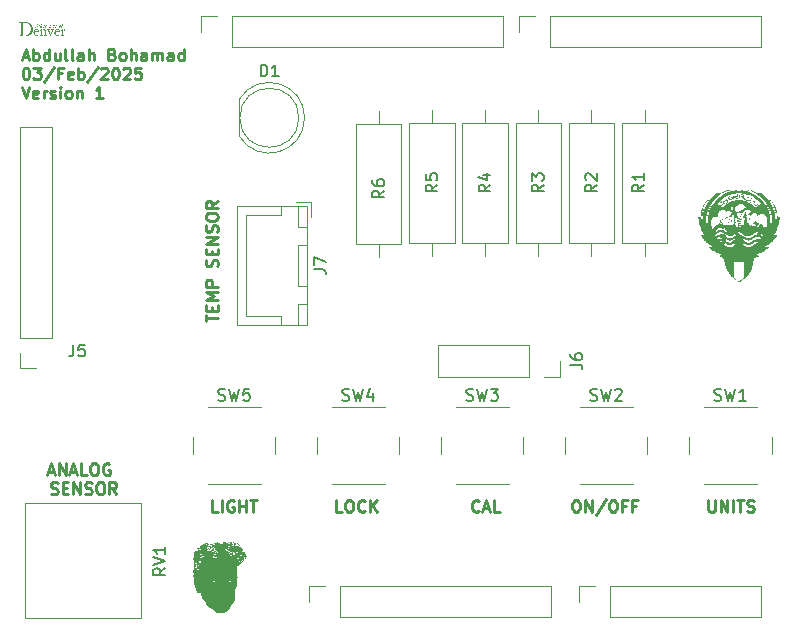
<source format=gbr>
%TF.GenerationSoftware,KiCad,Pcbnew,8.0.8*%
%TF.CreationDate,2025-02-03T17:18:32-07:00*%
%TF.ProjectId,Uno_Shield_ThermoPro,556e6f5f-5368-4696-956c-645f54686572,rev?*%
%TF.SameCoordinates,Original*%
%TF.FileFunction,Legend,Top*%
%TF.FilePolarity,Positive*%
%FSLAX46Y46*%
G04 Gerber Fmt 4.6, Leading zero omitted, Abs format (unit mm)*
G04 Created by KiCad (PCBNEW 8.0.8) date 2025-02-03 17:18:32*
%MOMM*%
%LPD*%
G01*
G04 APERTURE LIST*
%ADD10C,0.250000*%
%ADD11C,0.300000*%
%ADD12C,0.150000*%
%ADD13C,0.000000*%
%ADD14C,0.120000*%
G04 APERTURE END LIST*
D10*
X117864619Y-73740288D02*
X117864619Y-73168860D01*
X118864619Y-73454574D02*
X117864619Y-73454574D01*
X118340809Y-72835526D02*
X118340809Y-72502193D01*
X118864619Y-72359336D02*
X118864619Y-72835526D01*
X118864619Y-72835526D02*
X117864619Y-72835526D01*
X117864619Y-72835526D02*
X117864619Y-72359336D01*
X118864619Y-71930764D02*
X117864619Y-71930764D01*
X117864619Y-71930764D02*
X118578904Y-71597431D01*
X118578904Y-71597431D02*
X117864619Y-71264098D01*
X117864619Y-71264098D02*
X118864619Y-71264098D01*
X118864619Y-70787907D02*
X117864619Y-70787907D01*
X117864619Y-70787907D02*
X117864619Y-70406955D01*
X117864619Y-70406955D02*
X117912238Y-70311717D01*
X117912238Y-70311717D02*
X117959857Y-70264098D01*
X117959857Y-70264098D02*
X118055095Y-70216479D01*
X118055095Y-70216479D02*
X118197952Y-70216479D01*
X118197952Y-70216479D02*
X118293190Y-70264098D01*
X118293190Y-70264098D02*
X118340809Y-70311717D01*
X118340809Y-70311717D02*
X118388428Y-70406955D01*
X118388428Y-70406955D02*
X118388428Y-70787907D01*
X118817000Y-69073621D02*
X118864619Y-68930764D01*
X118864619Y-68930764D02*
X118864619Y-68692669D01*
X118864619Y-68692669D02*
X118817000Y-68597431D01*
X118817000Y-68597431D02*
X118769380Y-68549812D01*
X118769380Y-68549812D02*
X118674142Y-68502193D01*
X118674142Y-68502193D02*
X118578904Y-68502193D01*
X118578904Y-68502193D02*
X118483666Y-68549812D01*
X118483666Y-68549812D02*
X118436047Y-68597431D01*
X118436047Y-68597431D02*
X118388428Y-68692669D01*
X118388428Y-68692669D02*
X118340809Y-68883145D01*
X118340809Y-68883145D02*
X118293190Y-68978383D01*
X118293190Y-68978383D02*
X118245571Y-69026002D01*
X118245571Y-69026002D02*
X118150333Y-69073621D01*
X118150333Y-69073621D02*
X118055095Y-69073621D01*
X118055095Y-69073621D02*
X117959857Y-69026002D01*
X117959857Y-69026002D02*
X117912238Y-68978383D01*
X117912238Y-68978383D02*
X117864619Y-68883145D01*
X117864619Y-68883145D02*
X117864619Y-68645050D01*
X117864619Y-68645050D02*
X117912238Y-68502193D01*
X118340809Y-68073621D02*
X118340809Y-67740288D01*
X118864619Y-67597431D02*
X118864619Y-68073621D01*
X118864619Y-68073621D02*
X117864619Y-68073621D01*
X117864619Y-68073621D02*
X117864619Y-67597431D01*
X118864619Y-67168859D02*
X117864619Y-67168859D01*
X117864619Y-67168859D02*
X118864619Y-66597431D01*
X118864619Y-66597431D02*
X117864619Y-66597431D01*
X118817000Y-66168859D02*
X118864619Y-66026002D01*
X118864619Y-66026002D02*
X118864619Y-65787907D01*
X118864619Y-65787907D02*
X118817000Y-65692669D01*
X118817000Y-65692669D02*
X118769380Y-65645050D01*
X118769380Y-65645050D02*
X118674142Y-65597431D01*
X118674142Y-65597431D02*
X118578904Y-65597431D01*
X118578904Y-65597431D02*
X118483666Y-65645050D01*
X118483666Y-65645050D02*
X118436047Y-65692669D01*
X118436047Y-65692669D02*
X118388428Y-65787907D01*
X118388428Y-65787907D02*
X118340809Y-65978383D01*
X118340809Y-65978383D02*
X118293190Y-66073621D01*
X118293190Y-66073621D02*
X118245571Y-66121240D01*
X118245571Y-66121240D02*
X118150333Y-66168859D01*
X118150333Y-66168859D02*
X118055095Y-66168859D01*
X118055095Y-66168859D02*
X117959857Y-66121240D01*
X117959857Y-66121240D02*
X117912238Y-66073621D01*
X117912238Y-66073621D02*
X117864619Y-65978383D01*
X117864619Y-65978383D02*
X117864619Y-65740288D01*
X117864619Y-65740288D02*
X117912238Y-65597431D01*
X117864619Y-64978383D02*
X117864619Y-64787907D01*
X117864619Y-64787907D02*
X117912238Y-64692669D01*
X117912238Y-64692669D02*
X118007476Y-64597431D01*
X118007476Y-64597431D02*
X118197952Y-64549812D01*
X118197952Y-64549812D02*
X118531285Y-64549812D01*
X118531285Y-64549812D02*
X118721761Y-64597431D01*
X118721761Y-64597431D02*
X118817000Y-64692669D01*
X118817000Y-64692669D02*
X118864619Y-64787907D01*
X118864619Y-64787907D02*
X118864619Y-64978383D01*
X118864619Y-64978383D02*
X118817000Y-65073621D01*
X118817000Y-65073621D02*
X118721761Y-65168859D01*
X118721761Y-65168859D02*
X118531285Y-65216478D01*
X118531285Y-65216478D02*
X118197952Y-65216478D01*
X118197952Y-65216478D02*
X118007476Y-65168859D01*
X118007476Y-65168859D02*
X117912238Y-65073621D01*
X117912238Y-65073621D02*
X117864619Y-64978383D01*
X118864619Y-63549812D02*
X118388428Y-63883145D01*
X118864619Y-64121240D02*
X117864619Y-64121240D01*
X117864619Y-64121240D02*
X117864619Y-63740288D01*
X117864619Y-63740288D02*
X117912238Y-63645050D01*
X117912238Y-63645050D02*
X117959857Y-63597431D01*
X117959857Y-63597431D02*
X118055095Y-63549812D01*
X118055095Y-63549812D02*
X118197952Y-63549812D01*
X118197952Y-63549812D02*
X118293190Y-63597431D01*
X118293190Y-63597431D02*
X118340809Y-63645050D01*
X118340809Y-63645050D02*
X118388428Y-63740288D01*
X118388428Y-63740288D02*
X118388428Y-64121240D01*
X104500000Y-86468960D02*
X104976190Y-86468960D01*
X104404762Y-86754675D02*
X104738095Y-85754675D01*
X104738095Y-85754675D02*
X105071428Y-86754675D01*
X105404762Y-86754675D02*
X105404762Y-85754675D01*
X105404762Y-85754675D02*
X105976190Y-86754675D01*
X105976190Y-86754675D02*
X105976190Y-85754675D01*
X106404762Y-86468960D02*
X106880952Y-86468960D01*
X106309524Y-86754675D02*
X106642857Y-85754675D01*
X106642857Y-85754675D02*
X106976190Y-86754675D01*
X107785714Y-86754675D02*
X107309524Y-86754675D01*
X107309524Y-86754675D02*
X107309524Y-85754675D01*
X108309524Y-85754675D02*
X108500000Y-85754675D01*
X108500000Y-85754675D02*
X108595238Y-85802294D01*
X108595238Y-85802294D02*
X108690476Y-85897532D01*
X108690476Y-85897532D02*
X108738095Y-86088008D01*
X108738095Y-86088008D02*
X108738095Y-86421341D01*
X108738095Y-86421341D02*
X108690476Y-86611817D01*
X108690476Y-86611817D02*
X108595238Y-86707056D01*
X108595238Y-86707056D02*
X108500000Y-86754675D01*
X108500000Y-86754675D02*
X108309524Y-86754675D01*
X108309524Y-86754675D02*
X108214286Y-86707056D01*
X108214286Y-86707056D02*
X108119048Y-86611817D01*
X108119048Y-86611817D02*
X108071429Y-86421341D01*
X108071429Y-86421341D02*
X108071429Y-86088008D01*
X108071429Y-86088008D02*
X108119048Y-85897532D01*
X108119048Y-85897532D02*
X108214286Y-85802294D01*
X108214286Y-85802294D02*
X108309524Y-85754675D01*
X109690476Y-85802294D02*
X109595238Y-85754675D01*
X109595238Y-85754675D02*
X109452381Y-85754675D01*
X109452381Y-85754675D02*
X109309524Y-85802294D01*
X109309524Y-85802294D02*
X109214286Y-85897532D01*
X109214286Y-85897532D02*
X109166667Y-85992770D01*
X109166667Y-85992770D02*
X109119048Y-86183246D01*
X109119048Y-86183246D02*
X109119048Y-86326103D01*
X109119048Y-86326103D02*
X109166667Y-86516579D01*
X109166667Y-86516579D02*
X109214286Y-86611817D01*
X109214286Y-86611817D02*
X109309524Y-86707056D01*
X109309524Y-86707056D02*
X109452381Y-86754675D01*
X109452381Y-86754675D02*
X109547619Y-86754675D01*
X109547619Y-86754675D02*
X109690476Y-86707056D01*
X109690476Y-86707056D02*
X109738095Y-86659436D01*
X109738095Y-86659436D02*
X109738095Y-86326103D01*
X109738095Y-86326103D02*
X109547619Y-86326103D01*
X104738095Y-88317000D02*
X104880952Y-88364619D01*
X104880952Y-88364619D02*
X105119047Y-88364619D01*
X105119047Y-88364619D02*
X105214285Y-88317000D01*
X105214285Y-88317000D02*
X105261904Y-88269380D01*
X105261904Y-88269380D02*
X105309523Y-88174142D01*
X105309523Y-88174142D02*
X105309523Y-88078904D01*
X105309523Y-88078904D02*
X105261904Y-87983666D01*
X105261904Y-87983666D02*
X105214285Y-87936047D01*
X105214285Y-87936047D02*
X105119047Y-87888428D01*
X105119047Y-87888428D02*
X104928571Y-87840809D01*
X104928571Y-87840809D02*
X104833333Y-87793190D01*
X104833333Y-87793190D02*
X104785714Y-87745571D01*
X104785714Y-87745571D02*
X104738095Y-87650333D01*
X104738095Y-87650333D02*
X104738095Y-87555095D01*
X104738095Y-87555095D02*
X104785714Y-87459857D01*
X104785714Y-87459857D02*
X104833333Y-87412238D01*
X104833333Y-87412238D02*
X104928571Y-87364619D01*
X104928571Y-87364619D02*
X105166666Y-87364619D01*
X105166666Y-87364619D02*
X105309523Y-87412238D01*
X105738095Y-87840809D02*
X106071428Y-87840809D01*
X106214285Y-88364619D02*
X105738095Y-88364619D01*
X105738095Y-88364619D02*
X105738095Y-87364619D01*
X105738095Y-87364619D02*
X106214285Y-87364619D01*
X106642857Y-88364619D02*
X106642857Y-87364619D01*
X106642857Y-87364619D02*
X107214285Y-88364619D01*
X107214285Y-88364619D02*
X107214285Y-87364619D01*
X107642857Y-88317000D02*
X107785714Y-88364619D01*
X107785714Y-88364619D02*
X108023809Y-88364619D01*
X108023809Y-88364619D02*
X108119047Y-88317000D01*
X108119047Y-88317000D02*
X108166666Y-88269380D01*
X108166666Y-88269380D02*
X108214285Y-88174142D01*
X108214285Y-88174142D02*
X108214285Y-88078904D01*
X108214285Y-88078904D02*
X108166666Y-87983666D01*
X108166666Y-87983666D02*
X108119047Y-87936047D01*
X108119047Y-87936047D02*
X108023809Y-87888428D01*
X108023809Y-87888428D02*
X107833333Y-87840809D01*
X107833333Y-87840809D02*
X107738095Y-87793190D01*
X107738095Y-87793190D02*
X107690476Y-87745571D01*
X107690476Y-87745571D02*
X107642857Y-87650333D01*
X107642857Y-87650333D02*
X107642857Y-87555095D01*
X107642857Y-87555095D02*
X107690476Y-87459857D01*
X107690476Y-87459857D02*
X107738095Y-87412238D01*
X107738095Y-87412238D02*
X107833333Y-87364619D01*
X107833333Y-87364619D02*
X108071428Y-87364619D01*
X108071428Y-87364619D02*
X108214285Y-87412238D01*
X108833333Y-87364619D02*
X109023809Y-87364619D01*
X109023809Y-87364619D02*
X109119047Y-87412238D01*
X109119047Y-87412238D02*
X109214285Y-87507476D01*
X109214285Y-87507476D02*
X109261904Y-87697952D01*
X109261904Y-87697952D02*
X109261904Y-88031285D01*
X109261904Y-88031285D02*
X109214285Y-88221761D01*
X109214285Y-88221761D02*
X109119047Y-88317000D01*
X109119047Y-88317000D02*
X109023809Y-88364619D01*
X109023809Y-88364619D02*
X108833333Y-88364619D01*
X108833333Y-88364619D02*
X108738095Y-88317000D01*
X108738095Y-88317000D02*
X108642857Y-88221761D01*
X108642857Y-88221761D02*
X108595238Y-88031285D01*
X108595238Y-88031285D02*
X108595238Y-87697952D01*
X108595238Y-87697952D02*
X108642857Y-87507476D01*
X108642857Y-87507476D02*
X108738095Y-87412238D01*
X108738095Y-87412238D02*
X108833333Y-87364619D01*
X110261904Y-88364619D02*
X109928571Y-87888428D01*
X109690476Y-88364619D02*
X109690476Y-87364619D01*
X109690476Y-87364619D02*
X110071428Y-87364619D01*
X110071428Y-87364619D02*
X110166666Y-87412238D01*
X110166666Y-87412238D02*
X110214285Y-87459857D01*
X110214285Y-87459857D02*
X110261904Y-87555095D01*
X110261904Y-87555095D02*
X110261904Y-87697952D01*
X110261904Y-87697952D02*
X110214285Y-87793190D01*
X110214285Y-87793190D02*
X110166666Y-87840809D01*
X110166666Y-87840809D02*
X110071428Y-87888428D01*
X110071428Y-87888428D02*
X109690476Y-87888428D01*
X118878758Y-89864619D02*
X118402568Y-89864619D01*
X118402568Y-89864619D02*
X118402568Y-88864619D01*
X119212092Y-89864619D02*
X119212092Y-88864619D01*
X120212091Y-88912238D02*
X120116853Y-88864619D01*
X120116853Y-88864619D02*
X119973996Y-88864619D01*
X119973996Y-88864619D02*
X119831139Y-88912238D01*
X119831139Y-88912238D02*
X119735901Y-89007476D01*
X119735901Y-89007476D02*
X119688282Y-89102714D01*
X119688282Y-89102714D02*
X119640663Y-89293190D01*
X119640663Y-89293190D02*
X119640663Y-89436047D01*
X119640663Y-89436047D02*
X119688282Y-89626523D01*
X119688282Y-89626523D02*
X119735901Y-89721761D01*
X119735901Y-89721761D02*
X119831139Y-89817000D01*
X119831139Y-89817000D02*
X119973996Y-89864619D01*
X119973996Y-89864619D02*
X120069234Y-89864619D01*
X120069234Y-89864619D02*
X120212091Y-89817000D01*
X120212091Y-89817000D02*
X120259710Y-89769380D01*
X120259710Y-89769380D02*
X120259710Y-89436047D01*
X120259710Y-89436047D02*
X120069234Y-89436047D01*
X120688282Y-89864619D02*
X120688282Y-88864619D01*
X120688282Y-89340809D02*
X121259710Y-89340809D01*
X121259710Y-89864619D02*
X121259710Y-88864619D01*
X121593044Y-88864619D02*
X122164472Y-88864619D01*
X121878758Y-89864619D02*
X121878758Y-88864619D01*
X129378758Y-89864619D02*
X128902568Y-89864619D01*
X128902568Y-89864619D02*
X128902568Y-88864619D01*
X129902568Y-88864619D02*
X130093044Y-88864619D01*
X130093044Y-88864619D02*
X130188282Y-88912238D01*
X130188282Y-88912238D02*
X130283520Y-89007476D01*
X130283520Y-89007476D02*
X130331139Y-89197952D01*
X130331139Y-89197952D02*
X130331139Y-89531285D01*
X130331139Y-89531285D02*
X130283520Y-89721761D01*
X130283520Y-89721761D02*
X130188282Y-89817000D01*
X130188282Y-89817000D02*
X130093044Y-89864619D01*
X130093044Y-89864619D02*
X129902568Y-89864619D01*
X129902568Y-89864619D02*
X129807330Y-89817000D01*
X129807330Y-89817000D02*
X129712092Y-89721761D01*
X129712092Y-89721761D02*
X129664473Y-89531285D01*
X129664473Y-89531285D02*
X129664473Y-89197952D01*
X129664473Y-89197952D02*
X129712092Y-89007476D01*
X129712092Y-89007476D02*
X129807330Y-88912238D01*
X129807330Y-88912238D02*
X129902568Y-88864619D01*
X131331139Y-89769380D02*
X131283520Y-89817000D01*
X131283520Y-89817000D02*
X131140663Y-89864619D01*
X131140663Y-89864619D02*
X131045425Y-89864619D01*
X131045425Y-89864619D02*
X130902568Y-89817000D01*
X130902568Y-89817000D02*
X130807330Y-89721761D01*
X130807330Y-89721761D02*
X130759711Y-89626523D01*
X130759711Y-89626523D02*
X130712092Y-89436047D01*
X130712092Y-89436047D02*
X130712092Y-89293190D01*
X130712092Y-89293190D02*
X130759711Y-89102714D01*
X130759711Y-89102714D02*
X130807330Y-89007476D01*
X130807330Y-89007476D02*
X130902568Y-88912238D01*
X130902568Y-88912238D02*
X131045425Y-88864619D01*
X131045425Y-88864619D02*
X131140663Y-88864619D01*
X131140663Y-88864619D02*
X131283520Y-88912238D01*
X131283520Y-88912238D02*
X131331139Y-88959857D01*
X131759711Y-89864619D02*
X131759711Y-88864619D01*
X132331139Y-89864619D02*
X131902568Y-89293190D01*
X132331139Y-88864619D02*
X131759711Y-89436047D01*
X140973996Y-89769380D02*
X140926377Y-89817000D01*
X140926377Y-89817000D02*
X140783520Y-89864619D01*
X140783520Y-89864619D02*
X140688282Y-89864619D01*
X140688282Y-89864619D02*
X140545425Y-89817000D01*
X140545425Y-89817000D02*
X140450187Y-89721761D01*
X140450187Y-89721761D02*
X140402568Y-89626523D01*
X140402568Y-89626523D02*
X140354949Y-89436047D01*
X140354949Y-89436047D02*
X140354949Y-89293190D01*
X140354949Y-89293190D02*
X140402568Y-89102714D01*
X140402568Y-89102714D02*
X140450187Y-89007476D01*
X140450187Y-89007476D02*
X140545425Y-88912238D01*
X140545425Y-88912238D02*
X140688282Y-88864619D01*
X140688282Y-88864619D02*
X140783520Y-88864619D01*
X140783520Y-88864619D02*
X140926377Y-88912238D01*
X140926377Y-88912238D02*
X140973996Y-88959857D01*
X141354949Y-89578904D02*
X141831139Y-89578904D01*
X141259711Y-89864619D02*
X141593044Y-88864619D01*
X141593044Y-88864619D02*
X141926377Y-89864619D01*
X142735901Y-89864619D02*
X142259711Y-89864619D01*
X142259711Y-89864619D02*
X142259711Y-88864619D01*
X149093044Y-88864619D02*
X149283520Y-88864619D01*
X149283520Y-88864619D02*
X149378758Y-88912238D01*
X149378758Y-88912238D02*
X149473996Y-89007476D01*
X149473996Y-89007476D02*
X149521615Y-89197952D01*
X149521615Y-89197952D02*
X149521615Y-89531285D01*
X149521615Y-89531285D02*
X149473996Y-89721761D01*
X149473996Y-89721761D02*
X149378758Y-89817000D01*
X149378758Y-89817000D02*
X149283520Y-89864619D01*
X149283520Y-89864619D02*
X149093044Y-89864619D01*
X149093044Y-89864619D02*
X148997806Y-89817000D01*
X148997806Y-89817000D02*
X148902568Y-89721761D01*
X148902568Y-89721761D02*
X148854949Y-89531285D01*
X148854949Y-89531285D02*
X148854949Y-89197952D01*
X148854949Y-89197952D02*
X148902568Y-89007476D01*
X148902568Y-89007476D02*
X148997806Y-88912238D01*
X148997806Y-88912238D02*
X149093044Y-88864619D01*
X149950187Y-89864619D02*
X149950187Y-88864619D01*
X149950187Y-88864619D02*
X150521615Y-89864619D01*
X150521615Y-89864619D02*
X150521615Y-88864619D01*
X151712091Y-88817000D02*
X150854949Y-90102714D01*
X152235901Y-88864619D02*
X152426377Y-88864619D01*
X152426377Y-88864619D02*
X152521615Y-88912238D01*
X152521615Y-88912238D02*
X152616853Y-89007476D01*
X152616853Y-89007476D02*
X152664472Y-89197952D01*
X152664472Y-89197952D02*
X152664472Y-89531285D01*
X152664472Y-89531285D02*
X152616853Y-89721761D01*
X152616853Y-89721761D02*
X152521615Y-89817000D01*
X152521615Y-89817000D02*
X152426377Y-89864619D01*
X152426377Y-89864619D02*
X152235901Y-89864619D01*
X152235901Y-89864619D02*
X152140663Y-89817000D01*
X152140663Y-89817000D02*
X152045425Y-89721761D01*
X152045425Y-89721761D02*
X151997806Y-89531285D01*
X151997806Y-89531285D02*
X151997806Y-89197952D01*
X151997806Y-89197952D02*
X152045425Y-89007476D01*
X152045425Y-89007476D02*
X152140663Y-88912238D01*
X152140663Y-88912238D02*
X152235901Y-88864619D01*
X153426377Y-89340809D02*
X153093044Y-89340809D01*
X153093044Y-89864619D02*
X153093044Y-88864619D01*
X153093044Y-88864619D02*
X153569234Y-88864619D01*
X154283520Y-89340809D02*
X153950187Y-89340809D01*
X153950187Y-89864619D02*
X153950187Y-88864619D01*
X153950187Y-88864619D02*
X154426377Y-88864619D01*
X160402568Y-88864619D02*
X160402568Y-89674142D01*
X160402568Y-89674142D02*
X160450187Y-89769380D01*
X160450187Y-89769380D02*
X160497806Y-89817000D01*
X160497806Y-89817000D02*
X160593044Y-89864619D01*
X160593044Y-89864619D02*
X160783520Y-89864619D01*
X160783520Y-89864619D02*
X160878758Y-89817000D01*
X160878758Y-89817000D02*
X160926377Y-89769380D01*
X160926377Y-89769380D02*
X160973996Y-89674142D01*
X160973996Y-89674142D02*
X160973996Y-88864619D01*
X161450187Y-89864619D02*
X161450187Y-88864619D01*
X161450187Y-88864619D02*
X162021615Y-89864619D01*
X162021615Y-89864619D02*
X162021615Y-88864619D01*
X162497806Y-89864619D02*
X162497806Y-88864619D01*
X162831139Y-88864619D02*
X163402567Y-88864619D01*
X163116853Y-89864619D02*
X163116853Y-88864619D01*
X163688282Y-89817000D02*
X163831139Y-89864619D01*
X163831139Y-89864619D02*
X164069234Y-89864619D01*
X164069234Y-89864619D02*
X164164472Y-89817000D01*
X164164472Y-89817000D02*
X164212091Y-89769380D01*
X164212091Y-89769380D02*
X164259710Y-89674142D01*
X164259710Y-89674142D02*
X164259710Y-89578904D01*
X164259710Y-89578904D02*
X164212091Y-89483666D01*
X164212091Y-89483666D02*
X164164472Y-89436047D01*
X164164472Y-89436047D02*
X164069234Y-89388428D01*
X164069234Y-89388428D02*
X163878758Y-89340809D01*
X163878758Y-89340809D02*
X163783520Y-89293190D01*
X163783520Y-89293190D02*
X163735901Y-89245571D01*
X163735901Y-89245571D02*
X163688282Y-89150333D01*
X163688282Y-89150333D02*
X163688282Y-89055095D01*
X163688282Y-89055095D02*
X163735901Y-88959857D01*
X163735901Y-88959857D02*
X163783520Y-88912238D01*
X163783520Y-88912238D02*
X163878758Y-88864619D01*
X163878758Y-88864619D02*
X164116853Y-88864619D01*
X164116853Y-88864619D02*
X164259710Y-88912238D01*
X102354949Y-51359016D02*
X102831139Y-51359016D01*
X102259711Y-51644731D02*
X102593044Y-50644731D01*
X102593044Y-50644731D02*
X102926377Y-51644731D01*
X103259711Y-51644731D02*
X103259711Y-50644731D01*
X103259711Y-51025683D02*
X103354949Y-50978064D01*
X103354949Y-50978064D02*
X103545425Y-50978064D01*
X103545425Y-50978064D02*
X103640663Y-51025683D01*
X103640663Y-51025683D02*
X103688282Y-51073302D01*
X103688282Y-51073302D02*
X103735901Y-51168540D01*
X103735901Y-51168540D02*
X103735901Y-51454254D01*
X103735901Y-51454254D02*
X103688282Y-51549492D01*
X103688282Y-51549492D02*
X103640663Y-51597112D01*
X103640663Y-51597112D02*
X103545425Y-51644731D01*
X103545425Y-51644731D02*
X103354949Y-51644731D01*
X103354949Y-51644731D02*
X103259711Y-51597112D01*
X104593044Y-51644731D02*
X104593044Y-50644731D01*
X104593044Y-51597112D02*
X104497806Y-51644731D01*
X104497806Y-51644731D02*
X104307330Y-51644731D01*
X104307330Y-51644731D02*
X104212092Y-51597112D01*
X104212092Y-51597112D02*
X104164473Y-51549492D01*
X104164473Y-51549492D02*
X104116854Y-51454254D01*
X104116854Y-51454254D02*
X104116854Y-51168540D01*
X104116854Y-51168540D02*
X104164473Y-51073302D01*
X104164473Y-51073302D02*
X104212092Y-51025683D01*
X104212092Y-51025683D02*
X104307330Y-50978064D01*
X104307330Y-50978064D02*
X104497806Y-50978064D01*
X104497806Y-50978064D02*
X104593044Y-51025683D01*
X105497806Y-50978064D02*
X105497806Y-51644731D01*
X105069235Y-50978064D02*
X105069235Y-51501873D01*
X105069235Y-51501873D02*
X105116854Y-51597112D01*
X105116854Y-51597112D02*
X105212092Y-51644731D01*
X105212092Y-51644731D02*
X105354949Y-51644731D01*
X105354949Y-51644731D02*
X105450187Y-51597112D01*
X105450187Y-51597112D02*
X105497806Y-51549492D01*
X106116854Y-51644731D02*
X106021616Y-51597112D01*
X106021616Y-51597112D02*
X105973997Y-51501873D01*
X105973997Y-51501873D02*
X105973997Y-50644731D01*
X106640664Y-51644731D02*
X106545426Y-51597112D01*
X106545426Y-51597112D02*
X106497807Y-51501873D01*
X106497807Y-51501873D02*
X106497807Y-50644731D01*
X107450188Y-51644731D02*
X107450188Y-51120921D01*
X107450188Y-51120921D02*
X107402569Y-51025683D01*
X107402569Y-51025683D02*
X107307331Y-50978064D01*
X107307331Y-50978064D02*
X107116855Y-50978064D01*
X107116855Y-50978064D02*
X107021617Y-51025683D01*
X107450188Y-51597112D02*
X107354950Y-51644731D01*
X107354950Y-51644731D02*
X107116855Y-51644731D01*
X107116855Y-51644731D02*
X107021617Y-51597112D01*
X107021617Y-51597112D02*
X106973998Y-51501873D01*
X106973998Y-51501873D02*
X106973998Y-51406635D01*
X106973998Y-51406635D02*
X107021617Y-51311397D01*
X107021617Y-51311397D02*
X107116855Y-51263778D01*
X107116855Y-51263778D02*
X107354950Y-51263778D01*
X107354950Y-51263778D02*
X107450188Y-51216159D01*
X107926379Y-51644731D02*
X107926379Y-50644731D01*
X108354950Y-51644731D02*
X108354950Y-51120921D01*
X108354950Y-51120921D02*
X108307331Y-51025683D01*
X108307331Y-51025683D02*
X108212093Y-50978064D01*
X108212093Y-50978064D02*
X108069236Y-50978064D01*
X108069236Y-50978064D02*
X107973998Y-51025683D01*
X107973998Y-51025683D02*
X107926379Y-51073302D01*
X109926379Y-51120921D02*
X110069236Y-51168540D01*
X110069236Y-51168540D02*
X110116855Y-51216159D01*
X110116855Y-51216159D02*
X110164474Y-51311397D01*
X110164474Y-51311397D02*
X110164474Y-51454254D01*
X110164474Y-51454254D02*
X110116855Y-51549492D01*
X110116855Y-51549492D02*
X110069236Y-51597112D01*
X110069236Y-51597112D02*
X109973998Y-51644731D01*
X109973998Y-51644731D02*
X109593046Y-51644731D01*
X109593046Y-51644731D02*
X109593046Y-50644731D01*
X109593046Y-50644731D02*
X109926379Y-50644731D01*
X109926379Y-50644731D02*
X110021617Y-50692350D01*
X110021617Y-50692350D02*
X110069236Y-50739969D01*
X110069236Y-50739969D02*
X110116855Y-50835207D01*
X110116855Y-50835207D02*
X110116855Y-50930445D01*
X110116855Y-50930445D02*
X110069236Y-51025683D01*
X110069236Y-51025683D02*
X110021617Y-51073302D01*
X110021617Y-51073302D02*
X109926379Y-51120921D01*
X109926379Y-51120921D02*
X109593046Y-51120921D01*
X110735903Y-51644731D02*
X110640665Y-51597112D01*
X110640665Y-51597112D02*
X110593046Y-51549492D01*
X110593046Y-51549492D02*
X110545427Y-51454254D01*
X110545427Y-51454254D02*
X110545427Y-51168540D01*
X110545427Y-51168540D02*
X110593046Y-51073302D01*
X110593046Y-51073302D02*
X110640665Y-51025683D01*
X110640665Y-51025683D02*
X110735903Y-50978064D01*
X110735903Y-50978064D02*
X110878760Y-50978064D01*
X110878760Y-50978064D02*
X110973998Y-51025683D01*
X110973998Y-51025683D02*
X111021617Y-51073302D01*
X111021617Y-51073302D02*
X111069236Y-51168540D01*
X111069236Y-51168540D02*
X111069236Y-51454254D01*
X111069236Y-51454254D02*
X111021617Y-51549492D01*
X111021617Y-51549492D02*
X110973998Y-51597112D01*
X110973998Y-51597112D02*
X110878760Y-51644731D01*
X110878760Y-51644731D02*
X110735903Y-51644731D01*
X111497808Y-51644731D02*
X111497808Y-50644731D01*
X111926379Y-51644731D02*
X111926379Y-51120921D01*
X111926379Y-51120921D02*
X111878760Y-51025683D01*
X111878760Y-51025683D02*
X111783522Y-50978064D01*
X111783522Y-50978064D02*
X111640665Y-50978064D01*
X111640665Y-50978064D02*
X111545427Y-51025683D01*
X111545427Y-51025683D02*
X111497808Y-51073302D01*
X112831141Y-51644731D02*
X112831141Y-51120921D01*
X112831141Y-51120921D02*
X112783522Y-51025683D01*
X112783522Y-51025683D02*
X112688284Y-50978064D01*
X112688284Y-50978064D02*
X112497808Y-50978064D01*
X112497808Y-50978064D02*
X112402570Y-51025683D01*
X112831141Y-51597112D02*
X112735903Y-51644731D01*
X112735903Y-51644731D02*
X112497808Y-51644731D01*
X112497808Y-51644731D02*
X112402570Y-51597112D01*
X112402570Y-51597112D02*
X112354951Y-51501873D01*
X112354951Y-51501873D02*
X112354951Y-51406635D01*
X112354951Y-51406635D02*
X112402570Y-51311397D01*
X112402570Y-51311397D02*
X112497808Y-51263778D01*
X112497808Y-51263778D02*
X112735903Y-51263778D01*
X112735903Y-51263778D02*
X112831141Y-51216159D01*
X113307332Y-51644731D02*
X113307332Y-50978064D01*
X113307332Y-51073302D02*
X113354951Y-51025683D01*
X113354951Y-51025683D02*
X113450189Y-50978064D01*
X113450189Y-50978064D02*
X113593046Y-50978064D01*
X113593046Y-50978064D02*
X113688284Y-51025683D01*
X113688284Y-51025683D02*
X113735903Y-51120921D01*
X113735903Y-51120921D02*
X113735903Y-51644731D01*
X113735903Y-51120921D02*
X113783522Y-51025683D01*
X113783522Y-51025683D02*
X113878760Y-50978064D01*
X113878760Y-50978064D02*
X114021617Y-50978064D01*
X114021617Y-50978064D02*
X114116856Y-51025683D01*
X114116856Y-51025683D02*
X114164475Y-51120921D01*
X114164475Y-51120921D02*
X114164475Y-51644731D01*
X115069236Y-51644731D02*
X115069236Y-51120921D01*
X115069236Y-51120921D02*
X115021617Y-51025683D01*
X115021617Y-51025683D02*
X114926379Y-50978064D01*
X114926379Y-50978064D02*
X114735903Y-50978064D01*
X114735903Y-50978064D02*
X114640665Y-51025683D01*
X115069236Y-51597112D02*
X114973998Y-51644731D01*
X114973998Y-51644731D02*
X114735903Y-51644731D01*
X114735903Y-51644731D02*
X114640665Y-51597112D01*
X114640665Y-51597112D02*
X114593046Y-51501873D01*
X114593046Y-51501873D02*
X114593046Y-51406635D01*
X114593046Y-51406635D02*
X114640665Y-51311397D01*
X114640665Y-51311397D02*
X114735903Y-51263778D01*
X114735903Y-51263778D02*
X114973998Y-51263778D01*
X114973998Y-51263778D02*
X115069236Y-51216159D01*
X115973998Y-51644731D02*
X115973998Y-50644731D01*
X115973998Y-51597112D02*
X115878760Y-51644731D01*
X115878760Y-51644731D02*
X115688284Y-51644731D01*
X115688284Y-51644731D02*
X115593046Y-51597112D01*
X115593046Y-51597112D02*
X115545427Y-51549492D01*
X115545427Y-51549492D02*
X115497808Y-51454254D01*
X115497808Y-51454254D02*
X115497808Y-51168540D01*
X115497808Y-51168540D02*
X115545427Y-51073302D01*
X115545427Y-51073302D02*
X115593046Y-51025683D01*
X115593046Y-51025683D02*
X115688284Y-50978064D01*
X115688284Y-50978064D02*
X115878760Y-50978064D01*
X115878760Y-50978064D02*
X115973998Y-51025683D01*
X102593044Y-52254675D02*
X102688282Y-52254675D01*
X102688282Y-52254675D02*
X102783520Y-52302294D01*
X102783520Y-52302294D02*
X102831139Y-52349913D01*
X102831139Y-52349913D02*
X102878758Y-52445151D01*
X102878758Y-52445151D02*
X102926377Y-52635627D01*
X102926377Y-52635627D02*
X102926377Y-52873722D01*
X102926377Y-52873722D02*
X102878758Y-53064198D01*
X102878758Y-53064198D02*
X102831139Y-53159436D01*
X102831139Y-53159436D02*
X102783520Y-53207056D01*
X102783520Y-53207056D02*
X102688282Y-53254675D01*
X102688282Y-53254675D02*
X102593044Y-53254675D01*
X102593044Y-53254675D02*
X102497806Y-53207056D01*
X102497806Y-53207056D02*
X102450187Y-53159436D01*
X102450187Y-53159436D02*
X102402568Y-53064198D01*
X102402568Y-53064198D02*
X102354949Y-52873722D01*
X102354949Y-52873722D02*
X102354949Y-52635627D01*
X102354949Y-52635627D02*
X102402568Y-52445151D01*
X102402568Y-52445151D02*
X102450187Y-52349913D01*
X102450187Y-52349913D02*
X102497806Y-52302294D01*
X102497806Y-52302294D02*
X102593044Y-52254675D01*
X103259711Y-52254675D02*
X103878758Y-52254675D01*
X103878758Y-52254675D02*
X103545425Y-52635627D01*
X103545425Y-52635627D02*
X103688282Y-52635627D01*
X103688282Y-52635627D02*
X103783520Y-52683246D01*
X103783520Y-52683246D02*
X103831139Y-52730865D01*
X103831139Y-52730865D02*
X103878758Y-52826103D01*
X103878758Y-52826103D02*
X103878758Y-53064198D01*
X103878758Y-53064198D02*
X103831139Y-53159436D01*
X103831139Y-53159436D02*
X103783520Y-53207056D01*
X103783520Y-53207056D02*
X103688282Y-53254675D01*
X103688282Y-53254675D02*
X103402568Y-53254675D01*
X103402568Y-53254675D02*
X103307330Y-53207056D01*
X103307330Y-53207056D02*
X103259711Y-53159436D01*
X105021615Y-52207056D02*
X104164473Y-53492770D01*
X105688282Y-52730865D02*
X105354949Y-52730865D01*
X105354949Y-53254675D02*
X105354949Y-52254675D01*
X105354949Y-52254675D02*
X105831139Y-52254675D01*
X106593044Y-53207056D02*
X106497806Y-53254675D01*
X106497806Y-53254675D02*
X106307330Y-53254675D01*
X106307330Y-53254675D02*
X106212092Y-53207056D01*
X106212092Y-53207056D02*
X106164473Y-53111817D01*
X106164473Y-53111817D02*
X106164473Y-52730865D01*
X106164473Y-52730865D02*
X106212092Y-52635627D01*
X106212092Y-52635627D02*
X106307330Y-52588008D01*
X106307330Y-52588008D02*
X106497806Y-52588008D01*
X106497806Y-52588008D02*
X106593044Y-52635627D01*
X106593044Y-52635627D02*
X106640663Y-52730865D01*
X106640663Y-52730865D02*
X106640663Y-52826103D01*
X106640663Y-52826103D02*
X106164473Y-52921341D01*
X107069235Y-53254675D02*
X107069235Y-52254675D01*
X107069235Y-52635627D02*
X107164473Y-52588008D01*
X107164473Y-52588008D02*
X107354949Y-52588008D01*
X107354949Y-52588008D02*
X107450187Y-52635627D01*
X107450187Y-52635627D02*
X107497806Y-52683246D01*
X107497806Y-52683246D02*
X107545425Y-52778484D01*
X107545425Y-52778484D02*
X107545425Y-53064198D01*
X107545425Y-53064198D02*
X107497806Y-53159436D01*
X107497806Y-53159436D02*
X107450187Y-53207056D01*
X107450187Y-53207056D02*
X107354949Y-53254675D01*
X107354949Y-53254675D02*
X107164473Y-53254675D01*
X107164473Y-53254675D02*
X107069235Y-53207056D01*
X108688282Y-52207056D02*
X107831140Y-53492770D01*
X108973997Y-52349913D02*
X109021616Y-52302294D01*
X109021616Y-52302294D02*
X109116854Y-52254675D01*
X109116854Y-52254675D02*
X109354949Y-52254675D01*
X109354949Y-52254675D02*
X109450187Y-52302294D01*
X109450187Y-52302294D02*
X109497806Y-52349913D01*
X109497806Y-52349913D02*
X109545425Y-52445151D01*
X109545425Y-52445151D02*
X109545425Y-52540389D01*
X109545425Y-52540389D02*
X109497806Y-52683246D01*
X109497806Y-52683246D02*
X108926378Y-53254675D01*
X108926378Y-53254675D02*
X109545425Y-53254675D01*
X110164473Y-52254675D02*
X110259711Y-52254675D01*
X110259711Y-52254675D02*
X110354949Y-52302294D01*
X110354949Y-52302294D02*
X110402568Y-52349913D01*
X110402568Y-52349913D02*
X110450187Y-52445151D01*
X110450187Y-52445151D02*
X110497806Y-52635627D01*
X110497806Y-52635627D02*
X110497806Y-52873722D01*
X110497806Y-52873722D02*
X110450187Y-53064198D01*
X110450187Y-53064198D02*
X110402568Y-53159436D01*
X110402568Y-53159436D02*
X110354949Y-53207056D01*
X110354949Y-53207056D02*
X110259711Y-53254675D01*
X110259711Y-53254675D02*
X110164473Y-53254675D01*
X110164473Y-53254675D02*
X110069235Y-53207056D01*
X110069235Y-53207056D02*
X110021616Y-53159436D01*
X110021616Y-53159436D02*
X109973997Y-53064198D01*
X109973997Y-53064198D02*
X109926378Y-52873722D01*
X109926378Y-52873722D02*
X109926378Y-52635627D01*
X109926378Y-52635627D02*
X109973997Y-52445151D01*
X109973997Y-52445151D02*
X110021616Y-52349913D01*
X110021616Y-52349913D02*
X110069235Y-52302294D01*
X110069235Y-52302294D02*
X110164473Y-52254675D01*
X110878759Y-52349913D02*
X110926378Y-52302294D01*
X110926378Y-52302294D02*
X111021616Y-52254675D01*
X111021616Y-52254675D02*
X111259711Y-52254675D01*
X111259711Y-52254675D02*
X111354949Y-52302294D01*
X111354949Y-52302294D02*
X111402568Y-52349913D01*
X111402568Y-52349913D02*
X111450187Y-52445151D01*
X111450187Y-52445151D02*
X111450187Y-52540389D01*
X111450187Y-52540389D02*
X111402568Y-52683246D01*
X111402568Y-52683246D02*
X110831140Y-53254675D01*
X110831140Y-53254675D02*
X111450187Y-53254675D01*
X112354949Y-52254675D02*
X111878759Y-52254675D01*
X111878759Y-52254675D02*
X111831140Y-52730865D01*
X111831140Y-52730865D02*
X111878759Y-52683246D01*
X111878759Y-52683246D02*
X111973997Y-52635627D01*
X111973997Y-52635627D02*
X112212092Y-52635627D01*
X112212092Y-52635627D02*
X112307330Y-52683246D01*
X112307330Y-52683246D02*
X112354949Y-52730865D01*
X112354949Y-52730865D02*
X112402568Y-52826103D01*
X112402568Y-52826103D02*
X112402568Y-53064198D01*
X112402568Y-53064198D02*
X112354949Y-53159436D01*
X112354949Y-53159436D02*
X112307330Y-53207056D01*
X112307330Y-53207056D02*
X112212092Y-53254675D01*
X112212092Y-53254675D02*
X111973997Y-53254675D01*
X111973997Y-53254675D02*
X111878759Y-53207056D01*
X111878759Y-53207056D02*
X111831140Y-53159436D01*
X102259711Y-53864619D02*
X102593044Y-54864619D01*
X102593044Y-54864619D02*
X102926377Y-53864619D01*
X103640663Y-54817000D02*
X103545425Y-54864619D01*
X103545425Y-54864619D02*
X103354949Y-54864619D01*
X103354949Y-54864619D02*
X103259711Y-54817000D01*
X103259711Y-54817000D02*
X103212092Y-54721761D01*
X103212092Y-54721761D02*
X103212092Y-54340809D01*
X103212092Y-54340809D02*
X103259711Y-54245571D01*
X103259711Y-54245571D02*
X103354949Y-54197952D01*
X103354949Y-54197952D02*
X103545425Y-54197952D01*
X103545425Y-54197952D02*
X103640663Y-54245571D01*
X103640663Y-54245571D02*
X103688282Y-54340809D01*
X103688282Y-54340809D02*
X103688282Y-54436047D01*
X103688282Y-54436047D02*
X103212092Y-54531285D01*
X104116854Y-54864619D02*
X104116854Y-54197952D01*
X104116854Y-54388428D02*
X104164473Y-54293190D01*
X104164473Y-54293190D02*
X104212092Y-54245571D01*
X104212092Y-54245571D02*
X104307330Y-54197952D01*
X104307330Y-54197952D02*
X104402568Y-54197952D01*
X104688283Y-54817000D02*
X104783521Y-54864619D01*
X104783521Y-54864619D02*
X104973997Y-54864619D01*
X104973997Y-54864619D02*
X105069235Y-54817000D01*
X105069235Y-54817000D02*
X105116854Y-54721761D01*
X105116854Y-54721761D02*
X105116854Y-54674142D01*
X105116854Y-54674142D02*
X105069235Y-54578904D01*
X105069235Y-54578904D02*
X104973997Y-54531285D01*
X104973997Y-54531285D02*
X104831140Y-54531285D01*
X104831140Y-54531285D02*
X104735902Y-54483666D01*
X104735902Y-54483666D02*
X104688283Y-54388428D01*
X104688283Y-54388428D02*
X104688283Y-54340809D01*
X104688283Y-54340809D02*
X104735902Y-54245571D01*
X104735902Y-54245571D02*
X104831140Y-54197952D01*
X104831140Y-54197952D02*
X104973997Y-54197952D01*
X104973997Y-54197952D02*
X105069235Y-54245571D01*
X105545426Y-54864619D02*
X105545426Y-54197952D01*
X105545426Y-53864619D02*
X105497807Y-53912238D01*
X105497807Y-53912238D02*
X105545426Y-53959857D01*
X105545426Y-53959857D02*
X105593045Y-53912238D01*
X105593045Y-53912238D02*
X105545426Y-53864619D01*
X105545426Y-53864619D02*
X105545426Y-53959857D01*
X106164473Y-54864619D02*
X106069235Y-54817000D01*
X106069235Y-54817000D02*
X106021616Y-54769380D01*
X106021616Y-54769380D02*
X105973997Y-54674142D01*
X105973997Y-54674142D02*
X105973997Y-54388428D01*
X105973997Y-54388428D02*
X106021616Y-54293190D01*
X106021616Y-54293190D02*
X106069235Y-54245571D01*
X106069235Y-54245571D02*
X106164473Y-54197952D01*
X106164473Y-54197952D02*
X106307330Y-54197952D01*
X106307330Y-54197952D02*
X106402568Y-54245571D01*
X106402568Y-54245571D02*
X106450187Y-54293190D01*
X106450187Y-54293190D02*
X106497806Y-54388428D01*
X106497806Y-54388428D02*
X106497806Y-54674142D01*
X106497806Y-54674142D02*
X106450187Y-54769380D01*
X106450187Y-54769380D02*
X106402568Y-54817000D01*
X106402568Y-54817000D02*
X106307330Y-54864619D01*
X106307330Y-54864619D02*
X106164473Y-54864619D01*
X106926378Y-54197952D02*
X106926378Y-54864619D01*
X106926378Y-54293190D02*
X106973997Y-54245571D01*
X106973997Y-54245571D02*
X107069235Y-54197952D01*
X107069235Y-54197952D02*
X107212092Y-54197952D01*
X107212092Y-54197952D02*
X107307330Y-54245571D01*
X107307330Y-54245571D02*
X107354949Y-54340809D01*
X107354949Y-54340809D02*
X107354949Y-54864619D01*
X109116854Y-54864619D02*
X108545426Y-54864619D01*
X108831140Y-54864619D02*
X108831140Y-53864619D01*
X108831140Y-53864619D02*
X108735902Y-54007476D01*
X108735902Y-54007476D02*
X108640664Y-54102714D01*
X108640664Y-54102714D02*
X108545426Y-54150333D01*
D11*
X161678572Y-65749757D02*
X161535715Y-65678328D01*
X161535715Y-65678328D02*
X161321429Y-65678328D01*
X161321429Y-65678328D02*
X161107143Y-65749757D01*
X161107143Y-65749757D02*
X160964286Y-65892614D01*
X160964286Y-65892614D02*
X160892857Y-66035471D01*
X160892857Y-66035471D02*
X160821429Y-66321185D01*
X160821429Y-66321185D02*
X160821429Y-66535471D01*
X160821429Y-66535471D02*
X160892857Y-66821185D01*
X160892857Y-66821185D02*
X160964286Y-66964042D01*
X160964286Y-66964042D02*
X161107143Y-67106900D01*
X161107143Y-67106900D02*
X161321429Y-67178328D01*
X161321429Y-67178328D02*
X161464286Y-67178328D01*
X161464286Y-67178328D02*
X161678572Y-67106900D01*
X161678572Y-67106900D02*
X161750000Y-67035471D01*
X161750000Y-67035471D02*
X161750000Y-66535471D01*
X161750000Y-66535471D02*
X161464286Y-66535471D01*
X162607143Y-65678328D02*
X162607143Y-66035471D01*
X162250000Y-65892614D02*
X162607143Y-66035471D01*
X162607143Y-66035471D02*
X162964286Y-65892614D01*
X162392857Y-66321185D02*
X162607143Y-66035471D01*
X162607143Y-66035471D02*
X162821429Y-66321185D01*
X163750000Y-65678328D02*
X163750000Y-66035471D01*
X163392857Y-65892614D02*
X163750000Y-66035471D01*
X163750000Y-66035471D02*
X164107143Y-65892614D01*
X163535714Y-66321185D02*
X163750000Y-66035471D01*
X163750000Y-66035471D02*
X163964286Y-66321185D01*
X164892857Y-65678328D02*
X164892857Y-66035471D01*
X164535714Y-65892614D02*
X164892857Y-66035471D01*
X164892857Y-66035471D02*
X165250000Y-65892614D01*
X164678571Y-66321185D02*
X164892857Y-66035471D01*
X164892857Y-66035471D02*
X165107143Y-66321185D01*
D12*
X118916667Y-80407200D02*
X119059524Y-80454819D01*
X119059524Y-80454819D02*
X119297619Y-80454819D01*
X119297619Y-80454819D02*
X119392857Y-80407200D01*
X119392857Y-80407200D02*
X119440476Y-80359580D01*
X119440476Y-80359580D02*
X119488095Y-80264342D01*
X119488095Y-80264342D02*
X119488095Y-80169104D01*
X119488095Y-80169104D02*
X119440476Y-80073866D01*
X119440476Y-80073866D02*
X119392857Y-80026247D01*
X119392857Y-80026247D02*
X119297619Y-79978628D01*
X119297619Y-79978628D02*
X119107143Y-79931009D01*
X119107143Y-79931009D02*
X119011905Y-79883390D01*
X119011905Y-79883390D02*
X118964286Y-79835771D01*
X118964286Y-79835771D02*
X118916667Y-79740533D01*
X118916667Y-79740533D02*
X118916667Y-79645295D01*
X118916667Y-79645295D02*
X118964286Y-79550057D01*
X118964286Y-79550057D02*
X119011905Y-79502438D01*
X119011905Y-79502438D02*
X119107143Y-79454819D01*
X119107143Y-79454819D02*
X119345238Y-79454819D01*
X119345238Y-79454819D02*
X119488095Y-79502438D01*
X119821429Y-79454819D02*
X120059524Y-80454819D01*
X120059524Y-80454819D02*
X120250000Y-79740533D01*
X120250000Y-79740533D02*
X120440476Y-80454819D01*
X120440476Y-80454819D02*
X120678572Y-79454819D01*
X121535714Y-79454819D02*
X121059524Y-79454819D01*
X121059524Y-79454819D02*
X121011905Y-79931009D01*
X121011905Y-79931009D02*
X121059524Y-79883390D01*
X121059524Y-79883390D02*
X121154762Y-79835771D01*
X121154762Y-79835771D02*
X121392857Y-79835771D01*
X121392857Y-79835771D02*
X121488095Y-79883390D01*
X121488095Y-79883390D02*
X121535714Y-79931009D01*
X121535714Y-79931009D02*
X121583333Y-80026247D01*
X121583333Y-80026247D02*
X121583333Y-80264342D01*
X121583333Y-80264342D02*
X121535714Y-80359580D01*
X121535714Y-80359580D02*
X121488095Y-80407200D01*
X121488095Y-80407200D02*
X121392857Y-80454819D01*
X121392857Y-80454819D02*
X121154762Y-80454819D01*
X121154762Y-80454819D02*
X121059524Y-80407200D01*
X121059524Y-80407200D02*
X121011905Y-80359580D01*
X127004819Y-69333333D02*
X127719104Y-69333333D01*
X127719104Y-69333333D02*
X127861961Y-69380952D01*
X127861961Y-69380952D02*
X127957200Y-69476190D01*
X127957200Y-69476190D02*
X128004819Y-69619047D01*
X128004819Y-69619047D02*
X128004819Y-69714285D01*
X127004819Y-68952380D02*
X127004819Y-68285714D01*
X127004819Y-68285714D02*
X128004819Y-68714285D01*
X122491905Y-52994819D02*
X122491905Y-51994819D01*
X122491905Y-51994819D02*
X122730000Y-51994819D01*
X122730000Y-51994819D02*
X122872857Y-52042438D01*
X122872857Y-52042438D02*
X122968095Y-52137676D01*
X122968095Y-52137676D02*
X123015714Y-52232914D01*
X123015714Y-52232914D02*
X123063333Y-52423390D01*
X123063333Y-52423390D02*
X123063333Y-52566247D01*
X123063333Y-52566247D02*
X123015714Y-52756723D01*
X123015714Y-52756723D02*
X122968095Y-52851961D01*
X122968095Y-52851961D02*
X122872857Y-52947200D01*
X122872857Y-52947200D02*
X122730000Y-52994819D01*
X122730000Y-52994819D02*
X122491905Y-52994819D01*
X124015714Y-52994819D02*
X123444286Y-52994819D01*
X123730000Y-52994819D02*
X123730000Y-51994819D01*
X123730000Y-51994819D02*
X123634762Y-52137676D01*
X123634762Y-52137676D02*
X123539524Y-52232914D01*
X123539524Y-52232914D02*
X123444286Y-52280533D01*
X150416667Y-80407200D02*
X150559524Y-80454819D01*
X150559524Y-80454819D02*
X150797619Y-80454819D01*
X150797619Y-80454819D02*
X150892857Y-80407200D01*
X150892857Y-80407200D02*
X150940476Y-80359580D01*
X150940476Y-80359580D02*
X150988095Y-80264342D01*
X150988095Y-80264342D02*
X150988095Y-80169104D01*
X150988095Y-80169104D02*
X150940476Y-80073866D01*
X150940476Y-80073866D02*
X150892857Y-80026247D01*
X150892857Y-80026247D02*
X150797619Y-79978628D01*
X150797619Y-79978628D02*
X150607143Y-79931009D01*
X150607143Y-79931009D02*
X150511905Y-79883390D01*
X150511905Y-79883390D02*
X150464286Y-79835771D01*
X150464286Y-79835771D02*
X150416667Y-79740533D01*
X150416667Y-79740533D02*
X150416667Y-79645295D01*
X150416667Y-79645295D02*
X150464286Y-79550057D01*
X150464286Y-79550057D02*
X150511905Y-79502438D01*
X150511905Y-79502438D02*
X150607143Y-79454819D01*
X150607143Y-79454819D02*
X150845238Y-79454819D01*
X150845238Y-79454819D02*
X150988095Y-79502438D01*
X151321429Y-79454819D02*
X151559524Y-80454819D01*
X151559524Y-80454819D02*
X151750000Y-79740533D01*
X151750000Y-79740533D02*
X151940476Y-80454819D01*
X151940476Y-80454819D02*
X152178572Y-79454819D01*
X152511905Y-79550057D02*
X152559524Y-79502438D01*
X152559524Y-79502438D02*
X152654762Y-79454819D01*
X152654762Y-79454819D02*
X152892857Y-79454819D01*
X152892857Y-79454819D02*
X152988095Y-79502438D01*
X152988095Y-79502438D02*
X153035714Y-79550057D01*
X153035714Y-79550057D02*
X153083333Y-79645295D01*
X153083333Y-79645295D02*
X153083333Y-79740533D01*
X153083333Y-79740533D02*
X153035714Y-79883390D01*
X153035714Y-79883390D02*
X152464286Y-80454819D01*
X152464286Y-80454819D02*
X153083333Y-80454819D01*
X154954819Y-62166666D02*
X154478628Y-62499999D01*
X154954819Y-62738094D02*
X153954819Y-62738094D01*
X153954819Y-62738094D02*
X153954819Y-62357142D01*
X153954819Y-62357142D02*
X154002438Y-62261904D01*
X154002438Y-62261904D02*
X154050057Y-62214285D01*
X154050057Y-62214285D02*
X154145295Y-62166666D01*
X154145295Y-62166666D02*
X154288152Y-62166666D01*
X154288152Y-62166666D02*
X154383390Y-62214285D01*
X154383390Y-62214285D02*
X154431009Y-62261904D01*
X154431009Y-62261904D02*
X154478628Y-62357142D01*
X154478628Y-62357142D02*
X154478628Y-62738094D01*
X154954819Y-61214285D02*
X154954819Y-61785713D01*
X154954819Y-61499999D02*
X153954819Y-61499999D01*
X153954819Y-61499999D02*
X154097676Y-61595237D01*
X154097676Y-61595237D02*
X154192914Y-61690475D01*
X154192914Y-61690475D02*
X154240533Y-61785713D01*
X150954819Y-62166666D02*
X150478628Y-62499999D01*
X150954819Y-62738094D02*
X149954819Y-62738094D01*
X149954819Y-62738094D02*
X149954819Y-62357142D01*
X149954819Y-62357142D02*
X150002438Y-62261904D01*
X150002438Y-62261904D02*
X150050057Y-62214285D01*
X150050057Y-62214285D02*
X150145295Y-62166666D01*
X150145295Y-62166666D02*
X150288152Y-62166666D01*
X150288152Y-62166666D02*
X150383390Y-62214285D01*
X150383390Y-62214285D02*
X150431009Y-62261904D01*
X150431009Y-62261904D02*
X150478628Y-62357142D01*
X150478628Y-62357142D02*
X150478628Y-62738094D01*
X150050057Y-61785713D02*
X150002438Y-61738094D01*
X150002438Y-61738094D02*
X149954819Y-61642856D01*
X149954819Y-61642856D02*
X149954819Y-61404761D01*
X149954819Y-61404761D02*
X150002438Y-61309523D01*
X150002438Y-61309523D02*
X150050057Y-61261904D01*
X150050057Y-61261904D02*
X150145295Y-61214285D01*
X150145295Y-61214285D02*
X150240533Y-61214285D01*
X150240533Y-61214285D02*
X150383390Y-61261904D01*
X150383390Y-61261904D02*
X150954819Y-61833332D01*
X150954819Y-61833332D02*
X150954819Y-61214285D01*
X160916667Y-80407200D02*
X161059524Y-80454819D01*
X161059524Y-80454819D02*
X161297619Y-80454819D01*
X161297619Y-80454819D02*
X161392857Y-80407200D01*
X161392857Y-80407200D02*
X161440476Y-80359580D01*
X161440476Y-80359580D02*
X161488095Y-80264342D01*
X161488095Y-80264342D02*
X161488095Y-80169104D01*
X161488095Y-80169104D02*
X161440476Y-80073866D01*
X161440476Y-80073866D02*
X161392857Y-80026247D01*
X161392857Y-80026247D02*
X161297619Y-79978628D01*
X161297619Y-79978628D02*
X161107143Y-79931009D01*
X161107143Y-79931009D02*
X161011905Y-79883390D01*
X161011905Y-79883390D02*
X160964286Y-79835771D01*
X160964286Y-79835771D02*
X160916667Y-79740533D01*
X160916667Y-79740533D02*
X160916667Y-79645295D01*
X160916667Y-79645295D02*
X160964286Y-79550057D01*
X160964286Y-79550057D02*
X161011905Y-79502438D01*
X161011905Y-79502438D02*
X161107143Y-79454819D01*
X161107143Y-79454819D02*
X161345238Y-79454819D01*
X161345238Y-79454819D02*
X161488095Y-79502438D01*
X161821429Y-79454819D02*
X162059524Y-80454819D01*
X162059524Y-80454819D02*
X162250000Y-79740533D01*
X162250000Y-79740533D02*
X162440476Y-80454819D01*
X162440476Y-80454819D02*
X162678572Y-79454819D01*
X163583333Y-80454819D02*
X163011905Y-80454819D01*
X163297619Y-80454819D02*
X163297619Y-79454819D01*
X163297619Y-79454819D02*
X163202381Y-79597676D01*
X163202381Y-79597676D02*
X163107143Y-79692914D01*
X163107143Y-79692914D02*
X163011905Y-79740533D01*
X148724819Y-77413333D02*
X149439104Y-77413333D01*
X149439104Y-77413333D02*
X149581961Y-77460952D01*
X149581961Y-77460952D02*
X149677200Y-77556190D01*
X149677200Y-77556190D02*
X149724819Y-77699047D01*
X149724819Y-77699047D02*
X149724819Y-77794285D01*
X148724819Y-76508571D02*
X148724819Y-76699047D01*
X148724819Y-76699047D02*
X148772438Y-76794285D01*
X148772438Y-76794285D02*
X148820057Y-76841904D01*
X148820057Y-76841904D02*
X148962914Y-76937142D01*
X148962914Y-76937142D02*
X149153390Y-76984761D01*
X149153390Y-76984761D02*
X149534342Y-76984761D01*
X149534342Y-76984761D02*
X149629580Y-76937142D01*
X149629580Y-76937142D02*
X149677200Y-76889523D01*
X149677200Y-76889523D02*
X149724819Y-76794285D01*
X149724819Y-76794285D02*
X149724819Y-76603809D01*
X149724819Y-76603809D02*
X149677200Y-76508571D01*
X149677200Y-76508571D02*
X149629580Y-76460952D01*
X149629580Y-76460952D02*
X149534342Y-76413333D01*
X149534342Y-76413333D02*
X149296247Y-76413333D01*
X149296247Y-76413333D02*
X149201009Y-76460952D01*
X149201009Y-76460952D02*
X149153390Y-76508571D01*
X149153390Y-76508571D02*
X149105771Y-76603809D01*
X149105771Y-76603809D02*
X149105771Y-76794285D01*
X149105771Y-76794285D02*
X149153390Y-76889523D01*
X149153390Y-76889523D02*
X149201009Y-76937142D01*
X149201009Y-76937142D02*
X149296247Y-76984761D01*
X137454819Y-62166666D02*
X136978628Y-62499999D01*
X137454819Y-62738094D02*
X136454819Y-62738094D01*
X136454819Y-62738094D02*
X136454819Y-62357142D01*
X136454819Y-62357142D02*
X136502438Y-62261904D01*
X136502438Y-62261904D02*
X136550057Y-62214285D01*
X136550057Y-62214285D02*
X136645295Y-62166666D01*
X136645295Y-62166666D02*
X136788152Y-62166666D01*
X136788152Y-62166666D02*
X136883390Y-62214285D01*
X136883390Y-62214285D02*
X136931009Y-62261904D01*
X136931009Y-62261904D02*
X136978628Y-62357142D01*
X136978628Y-62357142D02*
X136978628Y-62738094D01*
X136454819Y-61261904D02*
X136454819Y-61738094D01*
X136454819Y-61738094D02*
X136931009Y-61785713D01*
X136931009Y-61785713D02*
X136883390Y-61738094D01*
X136883390Y-61738094D02*
X136835771Y-61642856D01*
X136835771Y-61642856D02*
X136835771Y-61404761D01*
X136835771Y-61404761D02*
X136883390Y-61309523D01*
X136883390Y-61309523D02*
X136931009Y-61261904D01*
X136931009Y-61261904D02*
X137026247Y-61214285D01*
X137026247Y-61214285D02*
X137264342Y-61214285D01*
X137264342Y-61214285D02*
X137359580Y-61261904D01*
X137359580Y-61261904D02*
X137407200Y-61309523D01*
X137407200Y-61309523D02*
X137454819Y-61404761D01*
X137454819Y-61404761D02*
X137454819Y-61642856D01*
X137454819Y-61642856D02*
X137407200Y-61738094D01*
X137407200Y-61738094D02*
X137359580Y-61785713D01*
X114414819Y-94635238D02*
X113938628Y-94968571D01*
X114414819Y-95206666D02*
X113414819Y-95206666D01*
X113414819Y-95206666D02*
X113414819Y-94825714D01*
X113414819Y-94825714D02*
X113462438Y-94730476D01*
X113462438Y-94730476D02*
X113510057Y-94682857D01*
X113510057Y-94682857D02*
X113605295Y-94635238D01*
X113605295Y-94635238D02*
X113748152Y-94635238D01*
X113748152Y-94635238D02*
X113843390Y-94682857D01*
X113843390Y-94682857D02*
X113891009Y-94730476D01*
X113891009Y-94730476D02*
X113938628Y-94825714D01*
X113938628Y-94825714D02*
X113938628Y-95206666D01*
X113414819Y-94349523D02*
X114414819Y-94016190D01*
X114414819Y-94016190D02*
X113414819Y-93682857D01*
X114414819Y-92825714D02*
X114414819Y-93397142D01*
X114414819Y-93111428D02*
X113414819Y-93111428D01*
X113414819Y-93111428D02*
X113557676Y-93206666D01*
X113557676Y-93206666D02*
X113652914Y-93301904D01*
X113652914Y-93301904D02*
X113700533Y-93397142D01*
X106641666Y-75709819D02*
X106641666Y-76424104D01*
X106641666Y-76424104D02*
X106594047Y-76566961D01*
X106594047Y-76566961D02*
X106498809Y-76662200D01*
X106498809Y-76662200D02*
X106355952Y-76709819D01*
X106355952Y-76709819D02*
X106260714Y-76709819D01*
X107594047Y-75709819D02*
X107117857Y-75709819D01*
X107117857Y-75709819D02*
X107070238Y-76186009D01*
X107070238Y-76186009D02*
X107117857Y-76138390D01*
X107117857Y-76138390D02*
X107213095Y-76090771D01*
X107213095Y-76090771D02*
X107451190Y-76090771D01*
X107451190Y-76090771D02*
X107546428Y-76138390D01*
X107546428Y-76138390D02*
X107594047Y-76186009D01*
X107594047Y-76186009D02*
X107641666Y-76281247D01*
X107641666Y-76281247D02*
X107641666Y-76519342D01*
X107641666Y-76519342D02*
X107594047Y-76614580D01*
X107594047Y-76614580D02*
X107546428Y-76662200D01*
X107546428Y-76662200D02*
X107451190Y-76709819D01*
X107451190Y-76709819D02*
X107213095Y-76709819D01*
X107213095Y-76709819D02*
X107117857Y-76662200D01*
X107117857Y-76662200D02*
X107070238Y-76614580D01*
X139916667Y-80407200D02*
X140059524Y-80454819D01*
X140059524Y-80454819D02*
X140297619Y-80454819D01*
X140297619Y-80454819D02*
X140392857Y-80407200D01*
X140392857Y-80407200D02*
X140440476Y-80359580D01*
X140440476Y-80359580D02*
X140488095Y-80264342D01*
X140488095Y-80264342D02*
X140488095Y-80169104D01*
X140488095Y-80169104D02*
X140440476Y-80073866D01*
X140440476Y-80073866D02*
X140392857Y-80026247D01*
X140392857Y-80026247D02*
X140297619Y-79978628D01*
X140297619Y-79978628D02*
X140107143Y-79931009D01*
X140107143Y-79931009D02*
X140011905Y-79883390D01*
X140011905Y-79883390D02*
X139964286Y-79835771D01*
X139964286Y-79835771D02*
X139916667Y-79740533D01*
X139916667Y-79740533D02*
X139916667Y-79645295D01*
X139916667Y-79645295D02*
X139964286Y-79550057D01*
X139964286Y-79550057D02*
X140011905Y-79502438D01*
X140011905Y-79502438D02*
X140107143Y-79454819D01*
X140107143Y-79454819D02*
X140345238Y-79454819D01*
X140345238Y-79454819D02*
X140488095Y-79502438D01*
X140821429Y-79454819D02*
X141059524Y-80454819D01*
X141059524Y-80454819D02*
X141250000Y-79740533D01*
X141250000Y-79740533D02*
X141440476Y-80454819D01*
X141440476Y-80454819D02*
X141678572Y-79454819D01*
X141964286Y-79454819D02*
X142583333Y-79454819D01*
X142583333Y-79454819D02*
X142250000Y-79835771D01*
X142250000Y-79835771D02*
X142392857Y-79835771D01*
X142392857Y-79835771D02*
X142488095Y-79883390D01*
X142488095Y-79883390D02*
X142535714Y-79931009D01*
X142535714Y-79931009D02*
X142583333Y-80026247D01*
X142583333Y-80026247D02*
X142583333Y-80264342D01*
X142583333Y-80264342D02*
X142535714Y-80359580D01*
X142535714Y-80359580D02*
X142488095Y-80407200D01*
X142488095Y-80407200D02*
X142392857Y-80454819D01*
X142392857Y-80454819D02*
X142107143Y-80454819D01*
X142107143Y-80454819D02*
X142011905Y-80407200D01*
X142011905Y-80407200D02*
X141964286Y-80359580D01*
X129416667Y-80407200D02*
X129559524Y-80454819D01*
X129559524Y-80454819D02*
X129797619Y-80454819D01*
X129797619Y-80454819D02*
X129892857Y-80407200D01*
X129892857Y-80407200D02*
X129940476Y-80359580D01*
X129940476Y-80359580D02*
X129988095Y-80264342D01*
X129988095Y-80264342D02*
X129988095Y-80169104D01*
X129988095Y-80169104D02*
X129940476Y-80073866D01*
X129940476Y-80073866D02*
X129892857Y-80026247D01*
X129892857Y-80026247D02*
X129797619Y-79978628D01*
X129797619Y-79978628D02*
X129607143Y-79931009D01*
X129607143Y-79931009D02*
X129511905Y-79883390D01*
X129511905Y-79883390D02*
X129464286Y-79835771D01*
X129464286Y-79835771D02*
X129416667Y-79740533D01*
X129416667Y-79740533D02*
X129416667Y-79645295D01*
X129416667Y-79645295D02*
X129464286Y-79550057D01*
X129464286Y-79550057D02*
X129511905Y-79502438D01*
X129511905Y-79502438D02*
X129607143Y-79454819D01*
X129607143Y-79454819D02*
X129845238Y-79454819D01*
X129845238Y-79454819D02*
X129988095Y-79502438D01*
X130321429Y-79454819D02*
X130559524Y-80454819D01*
X130559524Y-80454819D02*
X130750000Y-79740533D01*
X130750000Y-79740533D02*
X130940476Y-80454819D01*
X130940476Y-80454819D02*
X131178572Y-79454819D01*
X131988095Y-79788152D02*
X131988095Y-80454819D01*
X131750000Y-79407200D02*
X131511905Y-80121485D01*
X131511905Y-80121485D02*
X132130952Y-80121485D01*
X132954819Y-62666666D02*
X132478628Y-62999999D01*
X132954819Y-63238094D02*
X131954819Y-63238094D01*
X131954819Y-63238094D02*
X131954819Y-62857142D01*
X131954819Y-62857142D02*
X132002438Y-62761904D01*
X132002438Y-62761904D02*
X132050057Y-62714285D01*
X132050057Y-62714285D02*
X132145295Y-62666666D01*
X132145295Y-62666666D02*
X132288152Y-62666666D01*
X132288152Y-62666666D02*
X132383390Y-62714285D01*
X132383390Y-62714285D02*
X132431009Y-62761904D01*
X132431009Y-62761904D02*
X132478628Y-62857142D01*
X132478628Y-62857142D02*
X132478628Y-63238094D01*
X131954819Y-61809523D02*
X131954819Y-61999999D01*
X131954819Y-61999999D02*
X132002438Y-62095237D01*
X132002438Y-62095237D02*
X132050057Y-62142856D01*
X132050057Y-62142856D02*
X132192914Y-62238094D01*
X132192914Y-62238094D02*
X132383390Y-62285713D01*
X132383390Y-62285713D02*
X132764342Y-62285713D01*
X132764342Y-62285713D02*
X132859580Y-62238094D01*
X132859580Y-62238094D02*
X132907200Y-62190475D01*
X132907200Y-62190475D02*
X132954819Y-62095237D01*
X132954819Y-62095237D02*
X132954819Y-61904761D01*
X132954819Y-61904761D02*
X132907200Y-61809523D01*
X132907200Y-61809523D02*
X132859580Y-61761904D01*
X132859580Y-61761904D02*
X132764342Y-61714285D01*
X132764342Y-61714285D02*
X132526247Y-61714285D01*
X132526247Y-61714285D02*
X132431009Y-61761904D01*
X132431009Y-61761904D02*
X132383390Y-61809523D01*
X132383390Y-61809523D02*
X132335771Y-61904761D01*
X132335771Y-61904761D02*
X132335771Y-62095237D01*
X132335771Y-62095237D02*
X132383390Y-62190475D01*
X132383390Y-62190475D02*
X132431009Y-62238094D01*
X132431009Y-62238094D02*
X132526247Y-62285713D01*
X141954819Y-62166666D02*
X141478628Y-62499999D01*
X141954819Y-62738094D02*
X140954819Y-62738094D01*
X140954819Y-62738094D02*
X140954819Y-62357142D01*
X140954819Y-62357142D02*
X141002438Y-62261904D01*
X141002438Y-62261904D02*
X141050057Y-62214285D01*
X141050057Y-62214285D02*
X141145295Y-62166666D01*
X141145295Y-62166666D02*
X141288152Y-62166666D01*
X141288152Y-62166666D02*
X141383390Y-62214285D01*
X141383390Y-62214285D02*
X141431009Y-62261904D01*
X141431009Y-62261904D02*
X141478628Y-62357142D01*
X141478628Y-62357142D02*
X141478628Y-62738094D01*
X141288152Y-61309523D02*
X141954819Y-61309523D01*
X140907200Y-61547618D02*
X141621485Y-61785713D01*
X141621485Y-61785713D02*
X141621485Y-61166666D01*
X146454819Y-62166666D02*
X145978628Y-62499999D01*
X146454819Y-62738094D02*
X145454819Y-62738094D01*
X145454819Y-62738094D02*
X145454819Y-62357142D01*
X145454819Y-62357142D02*
X145502438Y-62261904D01*
X145502438Y-62261904D02*
X145550057Y-62214285D01*
X145550057Y-62214285D02*
X145645295Y-62166666D01*
X145645295Y-62166666D02*
X145788152Y-62166666D01*
X145788152Y-62166666D02*
X145883390Y-62214285D01*
X145883390Y-62214285D02*
X145931009Y-62261904D01*
X145931009Y-62261904D02*
X145978628Y-62357142D01*
X145978628Y-62357142D02*
X145978628Y-62738094D01*
X145454819Y-61833332D02*
X145454819Y-61214285D01*
X145454819Y-61214285D02*
X145835771Y-61547618D01*
X145835771Y-61547618D02*
X145835771Y-61404761D01*
X145835771Y-61404761D02*
X145883390Y-61309523D01*
X145883390Y-61309523D02*
X145931009Y-61261904D01*
X145931009Y-61261904D02*
X146026247Y-61214285D01*
X146026247Y-61214285D02*
X146264342Y-61214285D01*
X146264342Y-61214285D02*
X146359580Y-61261904D01*
X146359580Y-61261904D02*
X146407200Y-61309523D01*
X146407200Y-61309523D02*
X146454819Y-61404761D01*
X146454819Y-61404761D02*
X146454819Y-61690475D01*
X146454819Y-61690475D02*
X146407200Y-61785713D01*
X146407200Y-61785713D02*
X146359580Y-61833332D01*
D13*
%TO.C,G\u002A\u002A\u002A*%
G36*
X162171843Y-62587912D02*
G01*
X162217291Y-62611808D01*
X162260092Y-62649934D01*
X162278839Y-62671744D01*
X162319756Y-62722733D01*
X162375549Y-62708083D01*
X162422441Y-62696795D01*
X162477589Y-62685141D01*
X162536565Y-62673911D01*
X162594939Y-62663897D01*
X162648284Y-62655890D01*
X162692171Y-62650681D01*
X162701213Y-62649904D01*
X162770680Y-62649300D01*
X162835558Y-62657931D01*
X162893470Y-62675094D01*
X162942042Y-62700087D01*
X162978684Y-62731957D01*
X163004199Y-62761766D01*
X163026585Y-62735102D01*
X163757074Y-62735102D01*
X163852417Y-62767317D01*
X164038547Y-62838318D01*
X164218849Y-62923345D01*
X164392455Y-63021768D01*
X164558495Y-63132956D01*
X164716098Y-63256279D01*
X164864396Y-63391104D01*
X165002519Y-63536801D01*
X165129597Y-63692740D01*
X165131747Y-63695595D01*
X165241940Y-63854477D01*
X165340663Y-64022233D01*
X165427181Y-64197163D01*
X165500763Y-64377568D01*
X165560674Y-64561746D01*
X165606183Y-64747996D01*
X165621882Y-64832714D01*
X165632873Y-64901199D01*
X165641371Y-64961180D01*
X165647682Y-65016559D01*
X165652113Y-65071234D01*
X165654971Y-65129104D01*
X165656561Y-65194069D01*
X165657191Y-65270027D01*
X165657221Y-65282261D01*
X165657600Y-65484228D01*
X165688547Y-65464867D01*
X165714886Y-65447983D01*
X165743615Y-65428994D01*
X165752376Y-65423067D01*
X165785257Y-65400628D01*
X165785191Y-65263671D01*
X165778004Y-65057411D01*
X165756506Y-64856636D01*
X165720485Y-64660458D01*
X165669731Y-64467992D01*
X165604033Y-64278351D01*
X165523181Y-64090647D01*
X165490535Y-64023798D01*
X165392878Y-63846873D01*
X165281943Y-63677019D01*
X165179427Y-63542394D01*
X165583144Y-63542394D01*
X165584676Y-63550886D01*
X165593390Y-63569385D01*
X165607819Y-63595067D01*
X165624350Y-63621786D01*
X165731270Y-63801749D01*
X165824957Y-63988399D01*
X165904960Y-64180544D01*
X165970829Y-64376993D01*
X166022113Y-64576557D01*
X166056101Y-64762400D01*
X166064851Y-64827732D01*
X166072638Y-64897332D01*
X166079093Y-64966956D01*
X166083847Y-65032362D01*
X166086530Y-65089307D01*
X166086993Y-65117581D01*
X166086993Y-65171964D01*
X166104401Y-65156513D01*
X166118591Y-65144126D01*
X166140325Y-65125384D01*
X166165355Y-65103948D01*
X166170164Y-65099846D01*
X166194008Y-65079079D01*
X166208357Y-65064266D01*
X166215619Y-65051475D01*
X166218203Y-65036771D01*
X166218520Y-65020886D01*
X166217714Y-64999393D01*
X166215504Y-64966516D01*
X166212199Y-64926248D01*
X166208109Y-64882584D01*
X166206757Y-64869244D01*
X166177564Y-64658593D01*
X166133940Y-64453198D01*
X166075656Y-64252251D01*
X166002480Y-64054948D01*
X165924314Y-63881085D01*
X165882061Y-63796372D01*
X165844271Y-63725283D01*
X165810152Y-63666888D01*
X165778913Y-63620254D01*
X165749765Y-63584450D01*
X165721916Y-63558547D01*
X165694575Y-63541612D01*
X165666953Y-63532716D01*
X165638258Y-63530926D01*
X165627715Y-63531818D01*
X165604264Y-63535581D01*
X165587495Y-63540078D01*
X165583144Y-63542394D01*
X165179427Y-63542394D01*
X165158605Y-63515051D01*
X165023737Y-63361782D01*
X164878214Y-63218025D01*
X164722910Y-63084593D01*
X164558698Y-62962300D01*
X164386453Y-62851959D01*
X164207048Y-62754383D01*
X164047980Y-62681415D01*
X163988513Y-62658478D01*
X163939418Y-62644735D01*
X163898531Y-62640303D01*
X163863690Y-62645301D01*
X163832731Y-62659850D01*
X163803493Y-62684067D01*
X163792709Y-62695467D01*
X163757074Y-62735102D01*
X163026585Y-62735102D01*
X163029121Y-62732082D01*
X163065046Y-62700455D01*
X163112756Y-62675676D01*
X163169828Y-62658462D01*
X163233838Y-62649531D01*
X163302363Y-62649601D01*
X163306524Y-62649904D01*
X163347329Y-62654283D01*
X163398708Y-62661660D01*
X163456232Y-62671242D01*
X163515474Y-62682240D01*
X163572004Y-62693862D01*
X163621393Y-62705317D01*
X163632187Y-62708083D01*
X163687981Y-62722733D01*
X163728898Y-62671744D01*
X163770343Y-62627591D01*
X163813428Y-62597557D01*
X163859943Y-62581170D01*
X163911681Y-62577957D01*
X163970431Y-62587445D01*
X164007389Y-62598237D01*
X164055689Y-62616303D01*
X164114166Y-62641595D01*
X164180153Y-62672718D01*
X164250977Y-62708276D01*
X164323970Y-62746873D01*
X164396461Y-62787112D01*
X164465780Y-62827598D01*
X164529257Y-62866936D01*
X164560392Y-62887360D01*
X164586251Y-62904410D01*
X164607080Y-62917541D01*
X164619704Y-62924779D01*
X164621835Y-62925587D01*
X164630101Y-62921208D01*
X164645817Y-62910122D01*
X164654567Y-62903406D01*
X164696956Y-62873708D01*
X164735878Y-62855307D01*
X164776065Y-62846380D01*
X164806549Y-62844789D01*
X164839510Y-62846309D01*
X164868969Y-62851814D01*
X164897878Y-62862684D01*
X164929188Y-62880299D01*
X164965849Y-62906038D01*
X165007864Y-62938903D01*
X165095466Y-63013554D01*
X165185871Y-63098117D01*
X165275467Y-63188851D01*
X165360638Y-63282018D01*
X165437772Y-63373876D01*
X165476698Y-63424138D01*
X165500172Y-63454590D01*
X165517076Y-63473923D01*
X165529320Y-63483960D01*
X165538814Y-63486525D01*
X165541547Y-63486075D01*
X165604768Y-63473042D01*
X165658399Y-63470216D01*
X165704675Y-63477821D01*
X165745831Y-63496083D01*
X165764159Y-63508500D01*
X165792248Y-63535113D01*
X165824229Y-63575583D01*
X165860246Y-63630132D01*
X165900444Y-63698980D01*
X165944964Y-63782349D01*
X165957850Y-63807585D01*
X166043591Y-63991936D01*
X166116860Y-64181072D01*
X166177081Y-64373063D01*
X166223680Y-64565981D01*
X166256080Y-64757899D01*
X166265304Y-64837624D01*
X166269413Y-64878047D01*
X166273572Y-64917561D01*
X166277213Y-64950821D01*
X166279172Y-64967729D01*
X166284283Y-65009901D01*
X166364360Y-64938201D01*
X166393485Y-64912568D01*
X166418385Y-64891495D01*
X166436898Y-64876747D01*
X166446862Y-64870090D01*
X166447905Y-64869969D01*
X166449888Y-64880463D01*
X166449584Y-64904130D01*
X166447251Y-64938879D01*
X166443146Y-64982619D01*
X166437526Y-65033260D01*
X166430647Y-65088711D01*
X166422766Y-65146882D01*
X166414141Y-65205682D01*
X166405027Y-65263020D01*
X166395683Y-65316805D01*
X166388195Y-65355960D01*
X166348972Y-65524354D01*
X166300085Y-65688792D01*
X166242311Y-65847501D01*
X166176424Y-65998705D01*
X166103199Y-66140629D01*
X166023411Y-66271498D01*
X165937835Y-66389537D01*
X165935826Y-66392060D01*
X165917540Y-66415880D01*
X165904574Y-66434547D01*
X165898756Y-66445332D01*
X165899046Y-66446909D01*
X165908319Y-66447457D01*
X165930637Y-66448366D01*
X165963579Y-66449551D01*
X166004721Y-66450925D01*
X166051642Y-66452402D01*
X166061832Y-66452712D01*
X166218487Y-66457448D01*
X166177885Y-66524684D01*
X166126640Y-66602566D01*
X166063894Y-66686058D01*
X165991475Y-66772916D01*
X165911215Y-66860894D01*
X165866526Y-66906804D01*
X165759361Y-67010273D01*
X165652886Y-67104085D01*
X165543104Y-67191424D01*
X165426020Y-67275474D01*
X165301436Y-67357032D01*
X165268127Y-67378387D01*
X165240446Y-67396912D01*
X165220595Y-67411071D01*
X165210776Y-67419327D01*
X165210188Y-67420683D01*
X165218748Y-67422070D01*
X165240346Y-67423647D01*
X165272548Y-67425291D01*
X165312923Y-67426881D01*
X165359038Y-67428293D01*
X165363885Y-67428420D01*
X165513780Y-67432288D01*
X165471470Y-67488174D01*
X165400175Y-67571639D01*
X165315343Y-67652444D01*
X165218840Y-67729434D01*
X165112527Y-67801455D01*
X164998270Y-67867353D01*
X164877932Y-67925973D01*
X164753377Y-67976160D01*
X164626469Y-68016761D01*
X164611431Y-68020864D01*
X164532365Y-68042038D01*
X164599826Y-68112781D01*
X164639094Y-68155437D01*
X164666667Y-68188763D01*
X164682452Y-68212631D01*
X164686355Y-68226913D01*
X164684962Y-68229558D01*
X164677141Y-68233849D01*
X164657117Y-68243894D01*
X164626672Y-68258826D01*
X164587587Y-68277778D01*
X164541644Y-68299882D01*
X164490627Y-68324272D01*
X164476700Y-68330905D01*
X164424607Y-68355785D01*
X164377090Y-68378650D01*
X164335940Y-68398627D01*
X164302945Y-68414838D01*
X164279897Y-68426410D01*
X164268585Y-68432468D01*
X164267789Y-68433029D01*
X164265437Y-68441959D01*
X164261817Y-68463812D01*
X164257276Y-68496122D01*
X164252159Y-68536424D01*
X164246811Y-68582251D01*
X164246496Y-68585075D01*
X164219251Y-68775675D01*
X164180891Y-68956047D01*
X164130987Y-69126954D01*
X164069108Y-69289160D01*
X163994827Y-69443430D01*
X163907713Y-69590527D01*
X163807338Y-69731214D01*
X163693271Y-69866256D01*
X163565085Y-69996417D01*
X163422349Y-70122460D01*
X163349755Y-70180776D01*
X163307655Y-70212674D01*
X163256468Y-70249968D01*
X163200219Y-70289846D01*
X163142936Y-70329490D01*
X163088646Y-70366088D01*
X163041375Y-70396824D01*
X163034129Y-70401388D01*
X163002494Y-70421191D01*
X162879110Y-70338710D01*
X162718937Y-70226057D01*
X162573458Y-70111867D01*
X162468086Y-70018511D01*
X162551264Y-70018511D01*
X162626698Y-70079753D01*
X162679659Y-70122405D01*
X162725023Y-70158002D01*
X162766907Y-70189597D01*
X162809431Y-70220242D01*
X162856713Y-70252989D01*
X162899394Y-70281853D01*
X163002603Y-70351170D01*
X163057393Y-70316131D01*
X163086934Y-70296766D01*
X163123743Y-70271949D01*
X163162532Y-70245271D01*
X163189552Y-70226338D01*
X163225178Y-70200472D01*
X163267823Y-70168501D01*
X163312570Y-70134167D01*
X163354499Y-70101208D01*
X163361697Y-70095446D01*
X163456473Y-70019307D01*
X163456473Y-69346678D01*
X163456473Y-68674049D01*
X163003868Y-68674049D01*
X162551264Y-68674049D01*
X162551264Y-69346280D01*
X162551264Y-70018511D01*
X162468086Y-70018511D01*
X162441912Y-69995322D01*
X162323538Y-69875608D01*
X162217574Y-69751907D01*
X162123259Y-69623404D01*
X162039829Y-69489283D01*
X161978855Y-69374231D01*
X161966277Y-69346280D01*
X161918645Y-69240436D01*
X161868061Y-69102952D01*
X161826488Y-68959512D01*
X161793308Y-68807847D01*
X161767906Y-68645689D01*
X161758127Y-68561865D01*
X161753441Y-68519677D01*
X161748859Y-68483019D01*
X161744763Y-68454605D01*
X161741531Y-68437150D01*
X161740097Y-68432989D01*
X161732073Y-68428494D01*
X161711839Y-68418250D01*
X161681174Y-68403126D01*
X161641855Y-68383991D01*
X161595660Y-68361713D01*
X161544367Y-68337161D01*
X161528069Y-68329395D01*
X161475834Y-68304293D01*
X161428439Y-68281055D01*
X161387612Y-68260565D01*
X161355077Y-68243707D01*
X161332562Y-68231364D01*
X161321792Y-68224419D01*
X161321109Y-68223492D01*
X161326919Y-68208673D01*
X161344011Y-68184476D01*
X161371874Y-68151544D01*
X161409997Y-68110517D01*
X161415552Y-68104755D01*
X161476058Y-68042223D01*
X161396649Y-68020956D01*
X161270090Y-67981736D01*
X161145585Y-67932847D01*
X161025002Y-67875447D01*
X160910210Y-67810692D01*
X160803079Y-67739738D01*
X160705477Y-67663742D01*
X160619275Y-67583860D01*
X160546340Y-67501249D01*
X160536917Y-67489033D01*
X160493956Y-67432288D01*
X160646415Y-67427686D01*
X160693382Y-67426209D01*
X160734876Y-67424793D01*
X160768486Y-67423528D01*
X160791798Y-67422506D01*
X160802403Y-67421819D01*
X160802741Y-67421753D01*
X160799351Y-67417397D01*
X160786231Y-67408051D01*
X160779531Y-67403824D01*
X160727749Y-67371161D01*
X160668986Y-67332551D01*
X160606573Y-67290310D01*
X160543843Y-67246753D01*
X160484128Y-67204195D01*
X160430758Y-67164952D01*
X160387068Y-67131339D01*
X160384953Y-67129652D01*
X160304685Y-67062229D01*
X160223274Y-66987759D01*
X160211624Y-66976286D01*
X161365642Y-66976286D01*
X161434283Y-67038270D01*
X161482650Y-67081526D01*
X161521522Y-67115228D01*
X161552498Y-67140609D01*
X161577176Y-67158904D01*
X161597153Y-67171346D01*
X161614029Y-67179170D01*
X161618976Y-67180881D01*
X161659112Y-67196512D01*
X161709860Y-67221037D01*
X161769758Y-67253673D01*
X161837344Y-67293636D01*
X161885897Y-67323928D01*
X161957490Y-67368427D01*
X162018902Y-67403967D01*
X162072104Y-67431169D01*
X162119064Y-67450654D01*
X162161752Y-67463047D01*
X162202137Y-67468967D01*
X162242189Y-67469037D01*
X162283877Y-67463880D01*
X162311422Y-67458327D01*
X162350711Y-67445916D01*
X162400080Y-67424422D01*
X162457772Y-67394729D01*
X162522029Y-67357718D01*
X162566738Y-67329995D01*
X162607553Y-67303387D01*
X162636358Y-67283013D01*
X162654693Y-67267638D01*
X162664099Y-67256028D01*
X162666098Y-67250352D01*
X162665485Y-67234715D01*
X162663610Y-67222102D01*
X163356312Y-67222102D01*
X163358189Y-67243980D01*
X163363799Y-67261484D01*
X163374970Y-67277051D01*
X163393532Y-67293118D01*
X163421313Y-67312122D01*
X163460142Y-67336499D01*
X163466840Y-67340651D01*
X163521441Y-67374047D01*
X163565723Y-67399988D01*
X163602151Y-67419737D01*
X163633190Y-67434557D01*
X163661303Y-67445710D01*
X163688908Y-67454447D01*
X163747448Y-67467117D01*
X163800839Y-67469377D01*
X163855239Y-67461099D01*
X163893603Y-67450155D01*
X163928593Y-67437001D01*
X163968258Y-67418552D01*
X164014421Y-67393825D01*
X164068900Y-67361833D01*
X164133517Y-67321592D01*
X164146286Y-67313448D01*
X164196312Y-67282377D01*
X164246213Y-67253082D01*
X164293259Y-67227041D01*
X164334719Y-67205733D01*
X164367862Y-67190638D01*
X164383696Y-67184844D01*
X164398745Y-67176936D01*
X164423263Y-67160101D01*
X164455308Y-67135863D01*
X164492937Y-67105745D01*
X164534206Y-67071270D01*
X164577173Y-67033961D01*
X164584759Y-67027221D01*
X164610460Y-67004045D01*
X164625927Y-66988904D01*
X164632592Y-66979666D01*
X164631889Y-66974199D01*
X164625248Y-66970374D01*
X164623444Y-66969661D01*
X164607737Y-66966961D01*
X164581341Y-66965751D01*
X164548981Y-66966182D01*
X164535760Y-66966829D01*
X164490246Y-66971273D01*
X164446350Y-66979608D01*
X164401929Y-66992732D01*
X164354841Y-67011544D01*
X164302945Y-67036940D01*
X164244098Y-67069819D01*
X164176158Y-67111078D01*
X164145556Y-67130384D01*
X164076298Y-67173556D01*
X164017303Y-67208115D01*
X163966578Y-67234893D01*
X163922129Y-67254723D01*
X163881962Y-67268435D01*
X163844082Y-67276860D01*
X163806496Y-67280830D01*
X163783313Y-67281420D01*
X163737998Y-67278450D01*
X163691392Y-67269025D01*
X163641634Y-67252370D01*
X163586863Y-67227713D01*
X163525219Y-67194280D01*
X163454841Y-67151298D01*
X163426779Y-67133187D01*
X163367499Y-67094471D01*
X163362142Y-67124116D01*
X163358784Y-67150464D01*
X163356652Y-67181784D01*
X163356340Y-67193413D01*
X163356312Y-67222102D01*
X162663610Y-67222102D01*
X162661707Y-67209299D01*
X162655834Y-67179208D01*
X162648936Y-67149547D01*
X162642085Y-67125418D01*
X162637420Y-67113643D01*
X162628844Y-67112719D01*
X162609053Y-67121356D01*
X162577745Y-67139696D01*
X162566709Y-67146694D01*
X162495951Y-67190477D01*
X162434506Y-67224612D01*
X162380304Y-67249930D01*
X162331276Y-67267267D01*
X162285352Y-67277456D01*
X162240463Y-67281329D01*
X162232160Y-67281420D01*
X162187778Y-67278855D01*
X162143199Y-67270603D01*
X162096389Y-67255833D01*
X162045314Y-67233711D01*
X161987940Y-67203404D01*
X161922232Y-67164080D01*
X161880351Y-67137363D01*
X161802975Y-67088632D01*
X161735145Y-67049396D01*
X161674894Y-67018811D01*
X161620257Y-66996031D01*
X161569269Y-66980212D01*
X161519963Y-66970508D01*
X161483582Y-66966779D01*
X161449586Y-66965565D01*
X161418302Y-66966213D01*
X161395387Y-66968564D01*
X161391730Y-66969372D01*
X161365642Y-66976286D01*
X160211624Y-66976286D01*
X160142771Y-66908477D01*
X160065231Y-66826619D01*
X159992703Y-66744420D01*
X159951895Y-66694359D01*
X161121553Y-66694359D01*
X161127311Y-66703522D01*
X161140581Y-66721560D01*
X161159052Y-66745387D01*
X161170431Y-66759642D01*
X161195674Y-66789051D01*
X161214883Y-66807375D01*
X161227047Y-66813676D01*
X161228267Y-66813507D01*
X161240781Y-66809358D01*
X161263422Y-66801520D01*
X161291754Y-66791531D01*
X161297898Y-66789345D01*
X161373813Y-66770001D01*
X161454198Y-66763599D01*
X161534764Y-66770328D01*
X161569014Y-66777460D01*
X161639658Y-66800427D01*
X161718149Y-66835933D01*
X161803770Y-66883630D01*
X161856027Y-66916491D01*
X161935673Y-66966966D01*
X162005445Y-67007541D01*
X162066913Y-67038732D01*
X162121648Y-67061055D01*
X162171220Y-67075025D01*
X162217199Y-67081158D01*
X162261156Y-67079970D01*
X162304659Y-67071975D01*
X162318159Y-67068238D01*
X162341111Y-67059982D01*
X162356953Y-67051575D01*
X162361263Y-67046961D01*
X162385065Y-66984441D01*
X162418457Y-66933328D01*
X162462490Y-66892584D01*
X162518216Y-66861168D01*
X162567420Y-66843370D01*
X162587056Y-66836665D01*
X162600434Y-66828276D01*
X162611280Y-66814401D01*
X162623321Y-66791238D01*
X162627772Y-66781805D01*
X162642384Y-66752372D01*
X162657334Y-66725110D01*
X162668662Y-66707005D01*
X162676878Y-66693553D01*
X162676907Y-66688693D01*
X162674641Y-66689617D01*
X162664375Y-66696035D01*
X162643723Y-66709133D01*
X162615320Y-66727231D01*
X162581801Y-66748653D01*
X162567396Y-66757877D01*
X162501605Y-66798210D01*
X162439942Y-66832469D01*
X162384506Y-66859600D01*
X162337396Y-66878552D01*
X162311174Y-66886235D01*
X162267080Y-66892503D01*
X162216715Y-66893710D01*
X162168430Y-66889854D01*
X162148949Y-66886317D01*
X162114293Y-66875284D01*
X162069645Y-66856056D01*
X162017318Y-66829816D01*
X161959628Y-66797750D01*
X161898888Y-66761039D01*
X161878160Y-66747843D01*
X161790743Y-66693824D01*
X161712207Y-66650645D01*
X161640894Y-66617811D01*
X161575147Y-66594833D01*
X161513309Y-66581216D01*
X161453723Y-66576469D01*
X161394731Y-66580101D01*
X161344319Y-66589290D01*
X161319776Y-66596568D01*
X161288745Y-66608054D01*
X161254017Y-66622431D01*
X161218380Y-66638385D01*
X161184624Y-66654599D01*
X161155539Y-66669757D01*
X161133914Y-66682544D01*
X161122540Y-66691645D01*
X161121553Y-66694359D01*
X159951895Y-66694359D01*
X159927242Y-66664116D01*
X159870899Y-66587942D01*
X159829774Y-66524917D01*
X159789094Y-66457448D01*
X159945826Y-66452712D01*
X159993652Y-66451225D01*
X160036199Y-66449823D01*
X160071046Y-66448592D01*
X160095772Y-66447618D01*
X160107956Y-66446989D01*
X160108691Y-66446909D01*
X160106971Y-66440896D01*
X160097221Y-66425686D01*
X160092100Y-66418726D01*
X160935595Y-66418726D01*
X160937980Y-66426283D01*
X160947179Y-66443870D01*
X160961577Y-66468541D01*
X160972964Y-66486985D01*
X161013783Y-66551796D01*
X161087590Y-66505407D01*
X161163818Y-66460205D01*
X161232364Y-66425713D01*
X161295778Y-66401032D01*
X161356608Y-66385264D01*
X161417402Y-66377507D01*
X161453331Y-66376326D01*
X161505025Y-66378646D01*
X161555612Y-66386324D01*
X161607139Y-66400159D01*
X161661657Y-66420952D01*
X161721212Y-66449504D01*
X161787853Y-66486614D01*
X161863629Y-66533084D01*
X161878160Y-66542353D01*
X161939301Y-66580237D01*
X161997973Y-66614103D01*
X162051970Y-66642807D01*
X162099090Y-66665209D01*
X162137130Y-66680166D01*
X162152817Y-66684675D01*
X162197658Y-66691023D01*
X162247739Y-66691795D01*
X162294239Y-66686968D01*
X162303437Y-66685077D01*
X162346404Y-66671304D01*
X162353617Y-66668099D01*
X163306916Y-66668099D01*
X163323844Y-66691873D01*
X163347687Y-66731255D01*
X163368619Y-66776638D01*
X163384293Y-66822163D01*
X163392362Y-66861970D01*
X163392477Y-66863177D01*
X163396643Y-66909120D01*
X163482650Y-66962599D01*
X163527295Y-66990144D01*
X163562072Y-67010910D01*
X163590104Y-67026520D01*
X163614517Y-67038596D01*
X163638433Y-67048763D01*
X163664979Y-67058643D01*
X163672892Y-67061434D01*
X163741926Y-67077560D01*
X163812726Y-67078461D01*
X163884311Y-67064139D01*
X163894224Y-67060958D01*
X163923876Y-67050293D01*
X163952678Y-67038158D01*
X163983109Y-67023217D01*
X164017648Y-67004139D01*
X164058777Y-66979588D01*
X164108975Y-66948232D01*
X164137049Y-66930352D01*
X164215602Y-66881690D01*
X164284263Y-66842635D01*
X164344576Y-66812373D01*
X164398086Y-66790087D01*
X164411971Y-66785196D01*
X164438712Y-66777027D01*
X164464103Y-66771676D01*
X164492645Y-66768601D01*
X164528838Y-66767263D01*
X164562839Y-66767072D01*
X164609558Y-66767869D01*
X164647263Y-66770810D01*
X164681066Y-66776970D01*
X164716080Y-66787424D01*
X164757416Y-66803245D01*
X164780375Y-66812796D01*
X164790803Y-66809958D01*
X164806859Y-66797609D01*
X164826147Y-66778624D01*
X164846273Y-66755878D01*
X164864840Y-66732245D01*
X164879454Y-66710602D01*
X164887719Y-66693823D01*
X164887239Y-66684784D01*
X164887105Y-66684689D01*
X164862788Y-66670482D01*
X164828621Y-66653208D01*
X164788946Y-66634784D01*
X164748107Y-66617128D01*
X164710446Y-66602158D01*
X164680306Y-66591792D01*
X164671154Y-66589324D01*
X164601374Y-66579109D01*
X164527783Y-66578963D01*
X164457298Y-66588767D01*
X164438894Y-66593325D01*
X164397891Y-66606109D01*
X164356758Y-66622274D01*
X164312957Y-66643099D01*
X164263954Y-66669864D01*
X164207213Y-66703849D01*
X164156655Y-66735740D01*
X164084411Y-66780497D01*
X164017886Y-66818618D01*
X163958603Y-66849318D01*
X163908087Y-66871812D01*
X163867861Y-66885314D01*
X163865033Y-66886006D01*
X163795058Y-66894789D01*
X163722800Y-66888552D01*
X163647944Y-66867245D01*
X163593806Y-66843325D01*
X163573717Y-66832956D01*
X163552905Y-66821582D01*
X163529444Y-66808033D01*
X163501403Y-66791141D01*
X163466854Y-66769737D01*
X163423869Y-66742653D01*
X163370520Y-66708721D01*
X163348813Y-66694863D01*
X163306916Y-66668099D01*
X162353617Y-66668099D01*
X162400126Y-66647434D01*
X162463935Y-66613805D01*
X162537163Y-66570759D01*
X162578377Y-66544999D01*
X162654306Y-66497892D01*
X162720361Y-66459837D01*
X162778595Y-66430026D01*
X162831060Y-66407653D01*
X162879810Y-66391911D01*
X162926896Y-66381992D01*
X162974372Y-66377091D01*
X163007737Y-66376211D01*
X163057128Y-66378224D01*
X163104723Y-66384804D01*
X163152607Y-66396768D01*
X163202862Y-66414928D01*
X163257571Y-66440100D01*
X163318820Y-66473099D01*
X163388690Y-66514738D01*
X163432666Y-66542328D01*
X163508223Y-66589131D01*
X163573666Y-66626562D01*
X163630768Y-66655156D01*
X163681303Y-66675448D01*
X163727043Y-66687972D01*
X163769761Y-66693265D01*
X163811229Y-66691860D01*
X163853222Y-66684293D01*
X163879249Y-66677066D01*
X163920495Y-66662912D01*
X163960326Y-66645831D01*
X164002790Y-66623839D01*
X164051938Y-66594950D01*
X164071507Y-66582818D01*
X164108726Y-66559503D01*
X164150354Y-66533426D01*
X164188289Y-66509660D01*
X164193556Y-66506360D01*
X164271093Y-66460545D01*
X164340842Y-66425567D01*
X164405168Y-66400583D01*
X164466436Y-66384752D01*
X164527009Y-66377231D01*
X164558815Y-66376326D01*
X164618217Y-66379253D01*
X164674970Y-66388472D01*
X164731873Y-66404946D01*
X164791725Y-66429634D01*
X164857326Y-66463498D01*
X164919750Y-66500247D01*
X164949911Y-66518575D01*
X164975046Y-66533459D01*
X164992363Y-66543271D01*
X164998966Y-66546421D01*
X165004498Y-66540269D01*
X165016053Y-66523723D01*
X165031679Y-66499655D01*
X165042104Y-66482949D01*
X165081165Y-66419477D01*
X165021225Y-66380978D01*
X164937154Y-66328258D01*
X164863253Y-66284924D01*
X164797883Y-66250368D01*
X164739402Y-66223981D01*
X164686169Y-66205154D01*
X164636545Y-66193276D01*
X164588887Y-66187741D01*
X164541555Y-66187938D01*
X164509296Y-66190962D01*
X164465778Y-66198006D01*
X164423606Y-66208515D01*
X164380550Y-66223484D01*
X164334381Y-66243906D01*
X164282870Y-66270775D01*
X164223788Y-66305085D01*
X164154905Y-66347831D01*
X164148919Y-66351636D01*
X164078962Y-66395214D01*
X164019498Y-66430088D01*
X163968857Y-66457123D01*
X163925372Y-66477184D01*
X163887375Y-66491135D01*
X163870702Y-66495889D01*
X163825108Y-66504970D01*
X163780650Y-66507810D01*
X163735534Y-66503842D01*
X163687967Y-66492504D01*
X163636154Y-66473231D01*
X163578301Y-66445458D01*
X163512616Y-66408623D01*
X163437304Y-66362160D01*
X163429394Y-66357103D01*
X163352550Y-66309211D01*
X163285451Y-66270611D01*
X163226105Y-66240509D01*
X163172523Y-66218111D01*
X163122714Y-66202622D01*
X163074687Y-66193248D01*
X163026451Y-66189196D01*
X163007737Y-66188887D01*
X162958904Y-66191132D01*
X162911032Y-66198399D01*
X162862131Y-66211481D01*
X162810210Y-66231172D01*
X162753279Y-66258266D01*
X162689348Y-66293558D01*
X162616425Y-66337841D01*
X162586080Y-66357103D01*
X162519005Y-66399102D01*
X162461994Y-66432490D01*
X162413017Y-66458306D01*
X162370043Y-66477592D01*
X162331041Y-66491389D01*
X162315599Y-66495734D01*
X162270548Y-66504882D01*
X162226661Y-66507884D01*
X162182151Y-66504175D01*
X162135229Y-66493192D01*
X162084106Y-66474372D01*
X162026995Y-66447152D01*
X161962105Y-66410968D01*
X161887650Y-66365257D01*
X161874292Y-66356741D01*
X161797250Y-66308797D01*
X161729927Y-66270174D01*
X161670333Y-66240080D01*
X161616475Y-66217722D01*
X161566361Y-66202307D01*
X161518002Y-66193042D01*
X161469405Y-66189135D01*
X161452635Y-66188887D01*
X161405073Y-66190778D01*
X161359590Y-66197020D01*
X161313971Y-66208463D01*
X161266001Y-66225957D01*
X161213468Y-66250352D01*
X161154156Y-66282500D01*
X161085851Y-66323250D01*
X161058511Y-66340266D01*
X161020262Y-66364349D01*
X160986704Y-66385606D01*
X160959974Y-66402673D01*
X160942211Y-66414185D01*
X160935595Y-66418726D01*
X160092100Y-66418726D01*
X160081271Y-66404009D01*
X160071911Y-66392060D01*
X159980361Y-66266048D01*
X159896492Y-66127553D01*
X159820724Y-65977758D01*
X159753482Y-65817846D01*
X159695187Y-65649000D01*
X159646263Y-65472404D01*
X159631147Y-65401648D01*
X160222479Y-65401648D01*
X160286308Y-65443773D01*
X160313251Y-65461581D01*
X160334571Y-65475725D01*
X160347517Y-65484375D01*
X160350137Y-65486185D01*
X160350159Y-65478861D01*
X160350222Y-65458061D01*
X160350320Y-65425787D01*
X160350446Y-65384035D01*
X160350595Y-65334806D01*
X160350674Y-65308529D01*
X160629422Y-65308529D01*
X160630283Y-65353159D01*
X160632158Y-65401120D01*
X160634847Y-65449970D01*
X160638145Y-65497268D01*
X160641851Y-65540572D01*
X160645762Y-65577441D01*
X160649674Y-65605434D01*
X160653386Y-65622109D01*
X160655751Y-65625739D01*
X160659126Y-65632880D01*
X160663496Y-65652098D01*
X160668189Y-65680088D01*
X160670962Y-65700375D01*
X160690742Y-65815252D01*
X160721821Y-65937453D01*
X160763502Y-66064530D01*
X160806217Y-66173308D01*
X160822308Y-66210416D01*
X160834222Y-66235010D01*
X160843169Y-66249081D01*
X160850362Y-66254620D01*
X160855501Y-66254310D01*
X160874439Y-66245345D01*
X160904131Y-66229074D01*
X160942445Y-66206753D01*
X160987247Y-66179640D01*
X161036403Y-66148990D01*
X161061925Y-66132745D01*
X161144373Y-66082623D01*
X161218638Y-66043587D01*
X161286660Y-66015018D01*
X161350373Y-65996296D01*
X161411716Y-65986802D01*
X161472624Y-65985915D01*
X161510148Y-65989305D01*
X161555367Y-65996669D01*
X161599008Y-66007580D01*
X161643365Y-66023054D01*
X161690729Y-66044106D01*
X161743392Y-66071754D01*
X161803647Y-66107013D01*
X161871964Y-66149735D01*
X161909700Y-66173702D01*
X161946383Y-66196713D01*
X161978324Y-66216474D01*
X162001837Y-66230689D01*
X162005818Y-66233022D01*
X162030711Y-66246203D01*
X162061440Y-66260689D01*
X162094036Y-66274825D01*
X162124531Y-66286956D01*
X162148954Y-66295426D01*
X162163002Y-66298577D01*
X162163444Y-66293219D01*
X162155614Y-66278744D01*
X162141113Y-66257951D01*
X162135923Y-66251184D01*
X162044037Y-66140299D01*
X161938899Y-66025562D01*
X161821813Y-65908373D01*
X161783415Y-65871880D01*
X161692538Y-65786527D01*
X161531968Y-65799723D01*
X161481946Y-65803602D01*
X161435579Y-65806763D01*
X161395664Y-65809052D01*
X161364999Y-65810310D01*
X161346380Y-65810382D01*
X161344319Y-65810237D01*
X161328027Y-65807447D01*
X161318355Y-65800453D01*
X161311577Y-65785126D01*
X161306993Y-65768870D01*
X161302207Y-65741770D01*
X161441029Y-65741770D01*
X161526135Y-65737352D01*
X161526921Y-65737298D01*
X162372292Y-65737298D01*
X162379850Y-65738682D01*
X162402328Y-65739593D01*
X162439627Y-65740207D01*
X162483567Y-65740632D01*
X162533983Y-65740864D01*
X162570841Y-65740494D01*
X162596048Y-65739388D01*
X162611513Y-65737413D01*
X162619144Y-65734435D01*
X162620895Y-65731014D01*
X162619542Y-65724088D01*
X162715889Y-65724088D01*
X162730427Y-65735255D01*
X162759568Y-65742120D01*
X162774341Y-65743359D01*
X162809770Y-65744246D01*
X162834092Y-65741954D01*
X162851482Y-65735725D01*
X162853963Y-65733955D01*
X162901495Y-65733955D01*
X162902698Y-65744600D01*
X162912693Y-65750215D01*
X162920697Y-65751855D01*
X162948599Y-65754812D01*
X162964938Y-65751825D01*
X162972922Y-65741554D01*
X162975287Y-65729037D01*
X162973773Y-65705539D01*
X162966982Y-65679386D01*
X162965431Y-65675426D01*
X162962727Y-65668955D01*
X162984422Y-65668955D01*
X162991381Y-65692508D01*
X162995535Y-65699414D01*
X163004544Y-65716547D01*
X163007737Y-65728367D01*
X163012787Y-65743166D01*
X163015275Y-65746235D01*
X163025281Y-65748834D01*
X163046900Y-65750771D01*
X163076299Y-65752028D01*
X163109644Y-65752584D01*
X163143103Y-65752420D01*
X163172842Y-65751514D01*
X163195030Y-65749848D01*
X163205832Y-65747402D01*
X163206038Y-65747226D01*
X163206337Y-65737800D01*
X163202077Y-65718706D01*
X163194714Y-65694534D01*
X163185705Y-65669873D01*
X163177755Y-65652107D01*
X163208894Y-65652107D01*
X163212029Y-65665229D01*
X163219904Y-65686705D01*
X163230223Y-65711108D01*
X163240690Y-65733012D01*
X163249010Y-65746988D01*
X163249043Y-65747030D01*
X163260041Y-65751143D01*
X163279267Y-65752083D01*
X163299864Y-65750131D01*
X163314976Y-65745571D01*
X163316890Y-65744240D01*
X163319795Y-65735378D01*
X163323135Y-65716407D01*
X163324652Y-65704716D01*
X163327897Y-65682764D01*
X163332799Y-65672441D01*
X163342185Y-65669946D01*
X163350087Y-65670514D01*
X163371991Y-65669153D01*
X163389663Y-65661939D01*
X163398919Y-65653004D01*
X163602258Y-65653004D01*
X163603472Y-65656686D01*
X163617417Y-65660830D01*
X163640653Y-65663361D01*
X163657630Y-65663761D01*
X163680770Y-65662869D01*
X163689509Y-65660626D01*
X163684882Y-65656761D01*
X163684709Y-65656686D01*
X163669497Y-65652602D01*
X163649516Y-65650192D01*
X163628896Y-65649456D01*
X163611767Y-65650393D01*
X163602258Y-65653004D01*
X163398919Y-65653004D01*
X163400523Y-65651456D01*
X163401995Y-65640287D01*
X163391502Y-65631015D01*
X163390077Y-65630435D01*
X163374195Y-65627591D01*
X163348020Y-65626072D01*
X163316111Y-65625786D01*
X163283026Y-65626643D01*
X163253325Y-65628551D01*
X163231565Y-65631421D01*
X163223859Y-65633748D01*
X163211816Y-65644417D01*
X163208894Y-65652107D01*
X163177755Y-65652107D01*
X163176505Y-65649313D01*
X163173024Y-65643147D01*
X163165935Y-65634270D01*
X163155932Y-65629090D01*
X163139173Y-65626684D01*
X163111813Y-65626129D01*
X163102334Y-65626176D01*
X163050978Y-65629168D01*
X163014212Y-65637291D01*
X162992030Y-65650552D01*
X162984422Y-65668955D01*
X162962727Y-65668955D01*
X162953210Y-65646176D01*
X162926315Y-65687920D01*
X162909297Y-65715866D01*
X162901495Y-65733955D01*
X162853963Y-65733955D01*
X162863463Y-65727179D01*
X162877436Y-65711191D01*
X162889517Y-65692081D01*
X162896705Y-65675850D01*
X162895388Y-65666438D01*
X162886791Y-65658695D01*
X162866236Y-65652006D01*
X162835842Y-65653285D01*
X162798758Y-65662089D01*
X162761997Y-65676204D01*
X162731464Y-65693419D01*
X162716164Y-65709762D01*
X162715889Y-65724088D01*
X162619542Y-65724088D01*
X162619519Y-65723968D01*
X162613972Y-65719321D01*
X162602130Y-65716946D01*
X162581869Y-65716722D01*
X162551062Y-65718522D01*
X162507584Y-65722223D01*
X162493238Y-65723547D01*
X162440126Y-65728567D01*
X162402331Y-65732416D01*
X162379753Y-65735268D01*
X162372292Y-65737298D01*
X161526921Y-65737298D01*
X161561273Y-65734937D01*
X161590787Y-65731803D01*
X161611183Y-65728391D01*
X161618645Y-65725703D01*
X161619964Y-65714972D01*
X161612933Y-65705354D01*
X161604124Y-65698463D01*
X161593046Y-65695968D01*
X161575231Y-65697636D01*
X161551370Y-65702172D01*
X161519563Y-65710106D01*
X161488712Y-65720067D01*
X161471977Y-65726939D01*
X161441029Y-65741770D01*
X161302207Y-65741770D01*
X161300505Y-65732134D01*
X161296858Y-65684799D01*
X161296022Y-65631470D01*
X161296159Y-65627600D01*
X161322084Y-65627600D01*
X161322170Y-65665422D01*
X161324033Y-65697528D01*
X161327642Y-65721041D01*
X161332964Y-65733082D01*
X161335292Y-65734055D01*
X161343107Y-65729183D01*
X161357396Y-65716971D01*
X161363293Y-65711446D01*
X161388293Y-65694159D01*
X161426312Y-65677001D01*
X161452635Y-65667810D01*
X161464915Y-65663675D01*
X161790553Y-65663675D01*
X161791262Y-65674598D01*
X161806147Y-65691243D01*
X161827042Y-65704774D01*
X161852753Y-65710180D01*
X161864621Y-65710600D01*
X161886046Y-65709536D01*
X161899290Y-65706556D01*
X161901371Y-65704456D01*
X161894539Y-65691246D01*
X161876999Y-65677605D01*
X161853185Y-65666290D01*
X161830720Y-65660474D01*
X161803796Y-65658854D01*
X161790553Y-65663675D01*
X161464915Y-65663675D01*
X161492083Y-65654527D01*
X161505516Y-65648950D01*
X161921686Y-65648950D01*
X161943923Y-65672160D01*
X161964315Y-65689956D01*
X161979428Y-65694268D01*
X161990992Y-65685407D01*
X161993578Y-65681082D01*
X161993717Y-65680294D01*
X162020455Y-65680294D01*
X162021866Y-65688563D01*
X162031519Y-65691910D01*
X162053053Y-65693809D01*
X162082958Y-65694385D01*
X162117720Y-65693762D01*
X162153829Y-65692063D01*
X162187773Y-65689413D01*
X162216039Y-65685935D01*
X162235117Y-65681754D01*
X162237248Y-65680959D01*
X162251008Y-65672730D01*
X162253122Y-65665543D01*
X162252722Y-65665126D01*
X162242770Y-65662434D01*
X162220399Y-65659549D01*
X162188658Y-65656774D01*
X162150595Y-65654411D01*
X162139513Y-65653878D01*
X162097035Y-65652085D01*
X162067407Y-65651358D01*
X162048029Y-65651944D01*
X162036299Y-65654086D01*
X162029616Y-65658030D01*
X162025379Y-65664021D01*
X162025037Y-65664653D01*
X162020455Y-65680294D01*
X161993717Y-65680294D01*
X161996452Y-65664795D01*
X161985317Y-65653987D01*
X161960818Y-65649162D01*
X161952534Y-65648950D01*
X161921686Y-65648950D01*
X161505516Y-65648950D01*
X161519555Y-65643121D01*
X161528191Y-65637801D01*
X162605422Y-65637801D01*
X162609173Y-65645809D01*
X162613159Y-65645081D01*
X162620600Y-65635190D01*
X162620895Y-65633019D01*
X162614994Y-65625947D01*
X162613159Y-65625739D01*
X162606369Y-65632037D01*
X162605422Y-65637801D01*
X161528191Y-65637801D01*
X161538084Y-65631707D01*
X161550702Y-65618399D01*
X161560442Y-65601312D01*
X161560790Y-65600576D01*
X161575422Y-65580834D01*
X161595923Y-65573344D01*
X161623780Y-65577937D01*
X161652365Y-65590200D01*
X161679492Y-65602107D01*
X161702646Y-65606518D01*
X161730359Y-65605050D01*
X161730595Y-65605022D01*
X161753815Y-65601296D01*
X161769863Y-65596897D01*
X161773944Y-65594419D01*
X161769488Y-65587809D01*
X161754948Y-65572882D01*
X161732127Y-65551224D01*
X161702828Y-65524425D01*
X161668855Y-65494071D01*
X161632010Y-65461750D01*
X161594096Y-65429052D01*
X161556917Y-65397562D01*
X161522276Y-65368870D01*
X161491976Y-65344564D01*
X161477876Y-65333686D01*
X161451978Y-65315369D01*
X161429823Y-65302020D01*
X161414773Y-65295564D01*
X161411124Y-65295454D01*
X161402624Y-65305021D01*
X161391377Y-65326487D01*
X161378518Y-65356772D01*
X161365176Y-65392796D01*
X161352485Y-65431477D01*
X161341575Y-65469735D01*
X161333579Y-65504490D01*
X161332809Y-65508607D01*
X161327372Y-65546315D01*
X161323808Y-65586938D01*
X161322084Y-65627600D01*
X161296159Y-65627600D01*
X161297963Y-65576753D01*
X161302649Y-65525251D01*
X161308971Y-65486476D01*
X161322127Y-65432122D01*
X161337457Y-65381710D01*
X161353827Y-65338363D01*
X161370103Y-65305203D01*
X161380146Y-65290528D01*
X161393780Y-65272583D01*
X161396630Y-65260090D01*
X161388122Y-65247649D01*
X161374295Y-65235399D01*
X161361909Y-65223753D01*
X161438410Y-65223753D01*
X161438659Y-65226388D01*
X161440918Y-65230303D01*
X161446240Y-65236479D01*
X161455677Y-65245897D01*
X161470283Y-65259537D01*
X161491110Y-65278379D01*
X161519210Y-65303403D01*
X161555636Y-65335590D01*
X161601440Y-65375921D01*
X161657676Y-65425375D01*
X161665397Y-65432165D01*
X161851081Y-65595441D01*
X161916844Y-65592771D01*
X161958099Y-65589663D01*
X161964032Y-65588475D01*
X162056107Y-65588475D01*
X162063329Y-65590991D01*
X162082935Y-65593422D01*
X162111837Y-65595474D01*
X162143146Y-65596753D01*
X162180392Y-65597903D01*
X162213698Y-65599102D01*
X162238941Y-65600192D01*
X162250515Y-65600875D01*
X162268895Y-65598589D01*
X162270484Y-65597643D01*
X162319159Y-65597643D01*
X162323681Y-65603018D01*
X162338352Y-65608081D01*
X162364835Y-65613222D01*
X162404791Y-65618832D01*
X162413935Y-65619970D01*
X162450338Y-65624482D01*
X162480677Y-65628335D01*
X162501923Y-65631139D01*
X162511048Y-65632501D01*
X162511154Y-65632532D01*
X162519007Y-65630116D01*
X162528637Y-65625427D01*
X162538499Y-65615177D01*
X162552385Y-65594422D01*
X162567990Y-65566777D01*
X162575761Y-65551412D01*
X162607847Y-65485446D01*
X162603941Y-65397503D01*
X162689408Y-65397503D01*
X162694025Y-65447792D01*
X162696867Y-65477762D01*
X162700704Y-65516896D01*
X162704920Y-65558970D01*
X162707216Y-65581470D01*
X162715790Y-65664858D01*
X162735682Y-65651824D01*
X162755482Y-65643935D01*
X162787901Y-65637106D01*
X162828305Y-65632105D01*
X162870368Y-65627485D01*
X162899502Y-65622118D01*
X162918253Y-65615128D01*
X162929165Y-65605639D01*
X162933935Y-65595742D01*
X162933813Y-65586646D01*
X162980397Y-65586646D01*
X162982910Y-65596310D01*
X162985488Y-65599819D01*
X162993526Y-65606123D01*
X163006662Y-65609174D01*
X163028503Y-65609372D01*
X163056008Y-65607643D01*
X163086971Y-65604374D01*
X163113404Y-65600006D01*
X163130222Y-65595407D01*
X163131591Y-65594757D01*
X163140823Y-65588788D01*
X163145260Y-65581229D01*
X163144612Y-65569085D01*
X163138588Y-65549361D01*
X163126898Y-65519063D01*
X163123402Y-65510345D01*
X163105181Y-65468184D01*
X163089779Y-65440667D01*
X163076256Y-65427429D01*
X163063667Y-65428105D01*
X163051070Y-65442329D01*
X163037522Y-65469736D01*
X163034896Y-65476075D01*
X163020937Y-65506764D01*
X163003963Y-65539276D01*
X162997243Y-65550866D01*
X162984833Y-65572919D01*
X162980397Y-65586646D01*
X162933813Y-65586646D01*
X162933769Y-65583414D01*
X162930242Y-65559119D01*
X162923901Y-65525862D01*
X162915291Y-65486649D01*
X162910402Y-65466142D01*
X162894370Y-65402905D01*
X162880822Y-65354520D01*
X162869625Y-65320589D01*
X162867193Y-65315205D01*
X162902038Y-65315205D01*
X162903308Y-65333658D01*
X162907624Y-65354020D01*
X162915494Y-65385216D01*
X162925829Y-65423320D01*
X162937544Y-65464405D01*
X162949550Y-65504544D01*
X162958343Y-65532438D01*
X162963588Y-65532269D01*
X162974218Y-65520390D01*
X162988823Y-65498996D01*
X163005993Y-65470279D01*
X163024320Y-65436433D01*
X163038940Y-65406987D01*
X163056631Y-65369837D01*
X163101210Y-65369837D01*
X163115448Y-65410749D01*
X163124894Y-65436702D01*
X163137959Y-65471065D01*
X163152384Y-65507933D01*
X163158204Y-65522495D01*
X163186723Y-65593330D01*
X163277111Y-65598480D01*
X163313362Y-65600695D01*
X163344082Y-65602852D01*
X163365891Y-65604695D01*
X163375236Y-65605909D01*
X163389478Y-65602616D01*
X163403562Y-65584154D01*
X163413718Y-65561301D01*
X163419094Y-65540840D01*
X163424590Y-65509304D01*
X163429544Y-65471068D01*
X163433164Y-65432318D01*
X163436120Y-65397953D01*
X163440682Y-65351510D01*
X163446496Y-65296262D01*
X163453213Y-65235480D01*
X163460478Y-65172437D01*
X163466888Y-65118977D01*
X163473526Y-65062683D01*
X163479106Y-65011348D01*
X163483448Y-64966987D01*
X163486370Y-64931617D01*
X163486790Y-64923873D01*
X163577840Y-64923873D01*
X163578178Y-64973870D01*
X163578661Y-65018504D01*
X163579603Y-65080878D01*
X163580980Y-65147311D01*
X163582716Y-65215803D01*
X163584738Y-65284356D01*
X163586972Y-65350969D01*
X163589341Y-65413643D01*
X163591772Y-65470378D01*
X163594191Y-65519174D01*
X163596522Y-65558032D01*
X163598692Y-65584952D01*
X163600199Y-65596257D01*
X163605136Y-65610146D01*
X163615134Y-65618556D01*
X163633573Y-65622945D01*
X163663836Y-65624772D01*
X163666473Y-65624842D01*
X163691366Y-65623658D01*
X163704296Y-65617940D01*
X163707092Y-65613501D01*
X163711303Y-65589844D01*
X163711297Y-65553620D01*
X163707239Y-65507101D01*
X163699295Y-65452559D01*
X163692717Y-65416845D01*
X163686555Y-65383439D01*
X163678665Y-65337134D01*
X163669421Y-65280362D01*
X163659198Y-65215553D01*
X163648368Y-65145140D01*
X163637307Y-65071553D01*
X163626387Y-64997223D01*
X163615984Y-64924583D01*
X163606663Y-64857472D01*
X163602230Y-64834399D01*
X163596229Y-64823930D01*
X163588997Y-64822762D01*
X163585100Y-64824800D01*
X163582142Y-64830400D01*
X163580031Y-64841336D01*
X163578673Y-64859378D01*
X163577974Y-64886300D01*
X163577840Y-64923873D01*
X163486790Y-64923873D01*
X163487691Y-64907253D01*
X163487229Y-64895912D01*
X163486992Y-64895455D01*
X163478437Y-64896105D01*
X163459080Y-64905251D01*
X163428566Y-64923102D01*
X163386540Y-64949870D01*
X163332648Y-64985763D01*
X163318445Y-64995394D01*
X163308194Y-65002522D01*
X163299256Y-65009675D01*
X163290682Y-65018400D01*
X163281525Y-65030246D01*
X163270835Y-65046760D01*
X163257665Y-65069491D01*
X163241068Y-65099987D01*
X163220094Y-65139796D01*
X163193796Y-65190465D01*
X163165941Y-65244407D01*
X163101210Y-65369837D01*
X163056631Y-65369837D01*
X163060214Y-65362314D01*
X163038036Y-65290972D01*
X163024796Y-65251188D01*
X163013221Y-65224921D01*
X163001629Y-65210583D01*
X162988340Y-65206584D01*
X162971671Y-65211335D01*
X162960098Y-65217302D01*
X162929702Y-65242646D01*
X162909670Y-65276670D01*
X162902038Y-65315205D01*
X162867193Y-65315205D01*
X162860645Y-65300713D01*
X162853750Y-65294494D01*
X162853000Y-65294668D01*
X162844561Y-65299489D01*
X162825855Y-65310955D01*
X162799637Y-65327357D01*
X162768664Y-65346984D01*
X162768304Y-65347213D01*
X162689408Y-65397503D01*
X162603941Y-65397503D01*
X162590775Y-65101054D01*
X162586558Y-65007115D01*
X162582872Y-64927531D01*
X162579645Y-64861193D01*
X162576802Y-64806994D01*
X162574272Y-64763828D01*
X162571980Y-64730586D01*
X162569853Y-64706160D01*
X162567818Y-64689444D01*
X162565802Y-64679330D01*
X162563731Y-64674710D01*
X162562545Y-64674109D01*
X162554294Y-64676603D01*
X162535942Y-64683067D01*
X162516915Y-64690073D01*
X162478637Y-64709413D01*
X162453828Y-64733398D01*
X162443278Y-64761201D01*
X162442948Y-64767406D01*
X162441740Y-64779791D01*
X162438298Y-64805599D01*
X162432902Y-64842983D01*
X162425827Y-64890097D01*
X162417352Y-64945095D01*
X162407754Y-65006131D01*
X162397310Y-65071359D01*
X162396899Y-65073901D01*
X162382830Y-65161628D01*
X162369639Y-65245196D01*
X162357532Y-65323220D01*
X162346714Y-65394317D01*
X162337392Y-65457102D01*
X162329770Y-65510192D01*
X162324053Y-65552201D01*
X162320448Y-65581747D01*
X162319160Y-65597445D01*
X162319159Y-65597643D01*
X162270484Y-65597643D01*
X162279211Y-65592447D01*
X162283470Y-65581342D01*
X162289186Y-65558116D01*
X162295663Y-65525973D01*
X162302211Y-65488116D01*
X162303359Y-65480843D01*
X162309617Y-65440992D01*
X162317692Y-65390189D01*
X162326892Y-65332746D01*
X162336526Y-65272981D01*
X162345902Y-65215209D01*
X162346676Y-65210464D01*
X162357674Y-65142267D01*
X162368441Y-65074106D01*
X162378721Y-65007708D01*
X162388263Y-64944804D01*
X162396813Y-64887120D01*
X162404116Y-64836387D01*
X162409920Y-64794333D01*
X162413972Y-64762686D01*
X162416017Y-64743174D01*
X162416023Y-64737447D01*
X162407232Y-64738451D01*
X162390176Y-64746538D01*
X162368817Y-64759307D01*
X162347116Y-64774358D01*
X162329034Y-64789289D01*
X162326613Y-64791635D01*
X162308192Y-64814234D01*
X162290275Y-64843057D01*
X162275515Y-64873011D01*
X162266563Y-64899002D01*
X162265077Y-64909806D01*
X162262738Y-64921040D01*
X162256188Y-64944847D01*
X162246066Y-64979105D01*
X162233012Y-65021694D01*
X162217663Y-65070492D01*
X162202177Y-65118700D01*
X162181088Y-65184023D01*
X162160018Y-65249851D01*
X162139499Y-65314470D01*
X162120065Y-65376162D01*
X162102250Y-65433209D01*
X162086589Y-65483897D01*
X162073613Y-65526507D01*
X162063859Y-65559324D01*
X162057858Y-65580630D01*
X162056107Y-65588475D01*
X161964032Y-65588475D01*
X161986695Y-65583937D01*
X162003504Y-65576332D01*
X162023505Y-65556679D01*
X162041706Y-65524740D01*
X162058656Y-65479363D01*
X162071101Y-65434947D01*
X162077973Y-65410096D01*
X162088927Y-65373390D01*
X162103087Y-65327633D01*
X162119576Y-65275630D01*
X162137517Y-65220182D01*
X162152148Y-65175764D01*
X162175127Y-65105628D01*
X162196026Y-65039978D01*
X162214416Y-64980290D01*
X162229871Y-64928040D01*
X162241963Y-64884705D01*
X162250267Y-64851761D01*
X162254355Y-64830685D01*
X162254134Y-64823137D01*
X162246677Y-64825684D01*
X162226854Y-64834398D01*
X162196155Y-64848551D01*
X162156066Y-64867418D01*
X162108076Y-64890270D01*
X162053673Y-64916380D01*
X161994345Y-64945021D01*
X161931579Y-64975467D01*
X161866864Y-65006990D01*
X161801688Y-65038863D01*
X161737538Y-65070358D01*
X161675903Y-65100749D01*
X161618270Y-65129308D01*
X161566127Y-65155309D01*
X161520963Y-65178024D01*
X161484266Y-65196726D01*
X161457522Y-65210688D01*
X161442221Y-65219183D01*
X161439119Y-65221419D01*
X161438410Y-65223753D01*
X161361909Y-65223753D01*
X161360059Y-65222014D01*
X161353494Y-65212968D01*
X161353632Y-65211532D01*
X161361021Y-65207580D01*
X161381089Y-65197415D01*
X161412623Y-65181638D01*
X161454408Y-65160851D01*
X161505231Y-65135656D01*
X161563879Y-65106655D01*
X161629139Y-65074448D01*
X161699795Y-65039639D01*
X161774326Y-65002979D01*
X161850826Y-64965369D01*
X161924455Y-64929144D01*
X161993818Y-64894996D01*
X162057517Y-64863613D01*
X162114153Y-64835683D01*
X162162330Y-64811897D01*
X162200650Y-64792942D01*
X162227716Y-64779509D01*
X162241164Y-64772777D01*
X162290827Y-64747609D01*
X162297041Y-64728267D01*
X162330576Y-64728267D01*
X162338186Y-64725394D01*
X162355882Y-64717909D01*
X162376657Y-64708831D01*
X162404654Y-64693971D01*
X162423618Y-64676370D01*
X162432660Y-64658746D01*
X162461276Y-64658746D01*
X162467587Y-64659507D01*
X162483136Y-64654293D01*
X162490806Y-64651083D01*
X162625182Y-64651083D01*
X162626329Y-64673808D01*
X162628706Y-64708704D01*
X162632186Y-64754157D01*
X162636644Y-64808552D01*
X162641951Y-64870272D01*
X162647982Y-64937703D01*
X162651942Y-64980742D01*
X162658462Y-65051161D01*
X162664512Y-65117102D01*
X162669945Y-65176906D01*
X162674613Y-65228914D01*
X162678366Y-65271469D01*
X162681058Y-65302911D01*
X162682540Y-65321584D01*
X162682786Y-65325937D01*
X162684049Y-65335198D01*
X162689467Y-65338207D01*
X162701497Y-65334393D01*
X162722593Y-65323182D01*
X162741271Y-65312284D01*
X162788366Y-65279971D01*
X162820515Y-65247156D01*
X162838240Y-65212873D01*
X162842062Y-65176153D01*
X162834017Y-65140145D01*
X162828970Y-65123776D01*
X162820743Y-65094505D01*
X162809898Y-65054444D01*
X162796998Y-65005707D01*
X162782603Y-64950405D01*
X162767275Y-64890651D01*
X162758466Y-64855925D01*
X162743426Y-64796541D01*
X162729569Y-64742122D01*
X162717352Y-64694439D01*
X162707233Y-64655264D01*
X162699667Y-64626370D01*
X162695113Y-64609529D01*
X162693975Y-64605873D01*
X162686510Y-64607312D01*
X162670935Y-64614254D01*
X162652284Y-64624037D01*
X162635591Y-64633997D01*
X162625891Y-64641473D01*
X162625392Y-64642145D01*
X162625182Y-64651083D01*
X162490806Y-64651083D01*
X162502987Y-64645985D01*
X162528290Y-64633474D01*
X162548264Y-64620714D01*
X162557313Y-64612042D01*
X162559289Y-64605814D01*
X162730689Y-64605814D01*
X162732020Y-64616805D01*
X162736633Y-64640406D01*
X162744052Y-64674683D01*
X162753804Y-64717704D01*
X162765415Y-64767534D01*
X162778412Y-64822240D01*
X162792320Y-64879888D01*
X162806665Y-64938545D01*
X162820974Y-64996276D01*
X162834773Y-65051148D01*
X162847587Y-65101228D01*
X162858944Y-65144581D01*
X162868368Y-65179274D01*
X162875386Y-65203374D01*
X162879524Y-65214946D01*
X162880156Y-65215687D01*
X162887449Y-65212201D01*
X162904507Y-65203062D01*
X162927609Y-65190264D01*
X162933674Y-65186491D01*
X163035416Y-65186491D01*
X163038933Y-65206572D01*
X163046092Y-65232952D01*
X163047009Y-65235871D01*
X163059858Y-65272991D01*
X163070555Y-65296304D01*
X163079815Y-65307208D01*
X163084118Y-65308444D01*
X163089524Y-65302073D01*
X163100954Y-65284670D01*
X163116867Y-65258702D01*
X163135720Y-65226635D01*
X163140952Y-65217536D01*
X163169768Y-65165750D01*
X163190834Y-65124707D01*
X163203887Y-65094982D01*
X163208661Y-65077151D01*
X163207552Y-65072503D01*
X163200517Y-65075349D01*
X163183452Y-65084700D01*
X163159359Y-65098727D01*
X163131245Y-65115597D01*
X163102114Y-65133481D01*
X163074971Y-65150547D01*
X163052820Y-65164964D01*
X163038666Y-65174902D01*
X163036295Y-65176856D01*
X163035416Y-65186491D01*
X162933674Y-65186491D01*
X162953048Y-65174439D01*
X162968461Y-65159260D01*
X162974438Y-65141584D01*
X162971566Y-65118271D01*
X162960433Y-65086178D01*
X162951219Y-65064151D01*
X162941486Y-65040691D01*
X162927289Y-65005314D01*
X162909631Y-64960580D01*
X162889516Y-64909047D01*
X162867948Y-64853274D01*
X162845931Y-64795820D01*
X162844446Y-64791925D01*
X162820927Y-64730510D01*
X162802077Y-64682136D01*
X162787220Y-64645326D01*
X162775675Y-64618600D01*
X162766764Y-64600480D01*
X162759809Y-64589489D01*
X162754131Y-64584147D01*
X162749051Y-64582976D01*
X162748553Y-64583031D01*
X162734959Y-64591782D01*
X162730689Y-64605814D01*
X162559289Y-64605814D01*
X162560415Y-64602264D01*
X162562209Y-64583918D01*
X162562713Y-64555420D01*
X162561940Y-64515190D01*
X162559907Y-64461646D01*
X162558950Y-64440532D01*
X162556629Y-64388242D01*
X162554579Y-64337048D01*
X162552927Y-64290521D01*
X162551798Y-64252234D01*
X162551319Y-64225757D01*
X162551317Y-64225374D01*
X162550253Y-64201902D01*
X162582687Y-64201902D01*
X162582818Y-64216083D01*
X162584201Y-64239533D01*
X162586925Y-64273727D01*
X162591082Y-64320137D01*
X162596761Y-64380238D01*
X162597761Y-64390650D01*
X162603867Y-64453506D01*
X162608964Y-64502428D01*
X162613524Y-64538886D01*
X162618022Y-64564348D01*
X162622933Y-64580284D01*
X162628728Y-64588163D01*
X162635883Y-64589453D01*
X162644872Y-64585624D01*
X162656167Y-64578144D01*
X162657858Y-64576960D01*
X162670883Y-64561673D01*
X162673592Y-64552304D01*
X162792852Y-64552304D01*
X162826037Y-64651245D01*
X162838765Y-64687745D01*
X162855965Y-64734970D01*
X162876280Y-64789309D01*
X162898353Y-64847152D01*
X162920830Y-64904889D01*
X162930791Y-64930068D01*
X163002360Y-65109951D01*
X163005168Y-65102857D01*
X163047297Y-65102857D01*
X163050110Y-65104643D01*
X163060420Y-65099148D01*
X163081317Y-65086879D01*
X163110310Y-65069334D01*
X163144913Y-65048014D01*
X163169194Y-65032867D01*
X163276478Y-64965620D01*
X163304434Y-64913103D01*
X163346615Y-64913103D01*
X163347238Y-64913951D01*
X163356032Y-64910074D01*
X163374843Y-64899599D01*
X163400649Y-64884259D01*
X163422411Y-64870833D01*
X163451399Y-64852501D01*
X163475411Y-64836972D01*
X163491448Y-64826204D01*
X163496394Y-64822478D01*
X163496959Y-64820458D01*
X163627453Y-64820458D01*
X163628438Y-64852422D01*
X163635762Y-64893331D01*
X163642022Y-64917350D01*
X163650947Y-64954081D01*
X163658328Y-64994199D01*
X163661822Y-65021773D01*
X163664105Y-65041896D01*
X163668475Y-65075007D01*
X163674601Y-65118807D01*
X163682155Y-65171002D01*
X163690805Y-65229294D01*
X163700221Y-65291386D01*
X163705248Y-65324003D01*
X163714835Y-65385935D01*
X163723826Y-65444154D01*
X163731903Y-65496584D01*
X163738746Y-65541148D01*
X163744037Y-65575769D01*
X163747455Y-65598371D01*
X163748450Y-65605122D01*
X163757250Y-65630628D01*
X163775703Y-65644606D01*
X163797990Y-65648459D01*
X163802228Y-65647408D01*
X163805304Y-65642603D01*
X163807323Y-65632127D01*
X163808389Y-65614065D01*
X163808609Y-65586501D01*
X163808087Y-65547519D01*
X163806927Y-65495204D01*
X163806762Y-65488410D01*
X163806622Y-65475024D01*
X163834962Y-65475024D01*
X163835443Y-65527169D01*
X163836795Y-65572615D01*
X163839070Y-65608195D01*
X163840419Y-65620222D01*
X163845261Y-65655549D01*
X163901371Y-65660807D01*
X163931408Y-65662755D01*
X163957042Y-65662880D01*
X163972904Y-65661164D01*
X163973265Y-65661055D01*
X163982406Y-65654279D01*
X163999279Y-65638407D01*
X164021710Y-65615793D01*
X164047523Y-65588791D01*
X164074544Y-65559753D01*
X164100598Y-65531033D01*
X164123511Y-65504983D01*
X164141106Y-65483958D01*
X164151211Y-65470310D01*
X164152787Y-65466804D01*
X164157830Y-65459854D01*
X164171803Y-65443628D01*
X164172215Y-65443169D01*
X164364509Y-65443169D01*
X164399845Y-65468555D01*
X164451589Y-65503746D01*
X164493154Y-65527669D01*
X164524415Y-65540254D01*
X164526723Y-65540829D01*
X164563296Y-65544190D01*
X164598583Y-65538518D01*
X164626933Y-65524908D01*
X164632294Y-65520374D01*
X164651461Y-65501950D01*
X164608229Y-65501950D01*
X164587623Y-65501262D01*
X164569893Y-65498220D01*
X164552225Y-65491359D01*
X164531803Y-65479211D01*
X164505812Y-65460310D01*
X164471437Y-65433190D01*
X164462648Y-65426119D01*
X164438959Y-65407590D01*
X164419703Y-65393572D01*
X164408109Y-65386379D01*
X164406556Y-65385897D01*
X164401483Y-65392375D01*
X164400365Y-65401010D01*
X164394555Y-65416506D01*
X164382437Y-65429646D01*
X164364509Y-65443169D01*
X164172215Y-65443169D01*
X164192972Y-65420064D01*
X164219602Y-65391097D01*
X164243135Y-65365908D01*
X164276279Y-65330844D01*
X164300918Y-65305541D01*
X164319067Y-65288411D01*
X164332738Y-65277865D01*
X164343945Y-65272316D01*
X164354701Y-65270174D01*
X164364879Y-65269845D01*
X164400904Y-65275962D01*
X164443418Y-65294508D01*
X164492995Y-65325775D01*
X164532387Y-65355533D01*
X164569916Y-65383531D01*
X164601637Y-65401801D01*
X164632033Y-65412173D01*
X164665586Y-65416477D01*
X164682760Y-65416920D01*
X164706966Y-65418088D01*
X164725096Y-65420878D01*
X164730163Y-65422766D01*
X164728732Y-65430363D01*
X164718764Y-65447104D01*
X164702138Y-65470688D01*
X164680731Y-65498816D01*
X164656420Y-65529186D01*
X164631083Y-65559499D01*
X164606598Y-65587454D01*
X164584842Y-65610750D01*
X164567694Y-65627087D01*
X164557819Y-65633914D01*
X164526761Y-65637628D01*
X164487308Y-65628347D01*
X164439464Y-65606072D01*
X164383232Y-65570805D01*
X164318615Y-65522547D01*
X164316681Y-65521006D01*
X164290583Y-65503839D01*
X164260237Y-65489325D01*
X164229828Y-65478870D01*
X164203540Y-65473881D01*
X164185556Y-65475764D01*
X164184208Y-65476485D01*
X164175042Y-65484895D01*
X164158193Y-65502867D01*
X164135811Y-65528019D01*
X164110048Y-65557967D01*
X164101281Y-65568366D01*
X164030433Y-65652818D01*
X164062597Y-65658047D01*
X164081159Y-65659845D01*
X164111794Y-65661454D01*
X164151104Y-65662753D01*
X164195687Y-65663620D01*
X164226287Y-65663896D01*
X164275720Y-65664416D01*
X164325221Y-65665440D01*
X164370383Y-65666844D01*
X164406802Y-65668501D01*
X164421000Y-65669435D01*
X164484187Y-65674355D01*
X164443087Y-65729349D01*
X164410243Y-65775764D01*
X164372984Y-65832617D01*
X164333513Y-65896362D01*
X164294031Y-65963448D01*
X164259391Y-66025434D01*
X164216678Y-66104051D01*
X164253262Y-66081541D01*
X164336399Y-66037041D01*
X164418411Y-66007002D01*
X164501482Y-65990765D01*
X164566707Y-65987254D01*
X164622526Y-65990300D01*
X164677176Y-65999679D01*
X164732921Y-66016250D01*
X164792023Y-66040872D01*
X164856747Y-66074403D01*
X164929355Y-66117704D01*
X164957417Y-66135564D01*
X165007608Y-66167417D01*
X165053752Y-66195685D01*
X165094220Y-66219447D01*
X165127381Y-66237782D01*
X165151604Y-66249770D01*
X165165257Y-66254491D01*
X165167443Y-66254090D01*
X165172407Y-66245116D01*
X165181906Y-66224958D01*
X165194520Y-66196714D01*
X165207203Y-66167317D01*
X165255908Y-66039348D01*
X165295678Y-65906906D01*
X165325081Y-65775151D01*
X165337045Y-65699387D01*
X165342150Y-65667645D01*
X165348063Y-65641587D01*
X165353809Y-65625183D01*
X165356065Y-65622019D01*
X165362111Y-65609580D01*
X165367553Y-65583732D01*
X165372324Y-65546532D01*
X165376357Y-65500034D01*
X165379583Y-65446295D01*
X165381937Y-65387369D01*
X165383349Y-65325313D01*
X165383753Y-65262183D01*
X165383082Y-65200033D01*
X165381268Y-65140921D01*
X165378244Y-65086900D01*
X165374868Y-65048349D01*
X165368952Y-65004613D01*
X165361216Y-64964615D01*
X165352683Y-64933360D01*
X165349758Y-64925556D01*
X165309863Y-64847749D01*
X165260773Y-64781798D01*
X165203512Y-64728187D01*
X165139103Y-64687398D01*
X165068571Y-64659915D01*
X164992940Y-64646222D01*
X164913234Y-64646801D01*
X164830477Y-64662135D01*
X164806549Y-64669251D01*
X164759435Y-64687620D01*
X164707423Y-64713044D01*
X164656663Y-64742195D01*
X164613306Y-64771742D01*
X164604744Y-64778474D01*
X164580887Y-64797896D01*
X164541485Y-64737401D01*
X164496494Y-64678571D01*
X164447278Y-64632973D01*
X164394845Y-64601002D01*
X164340202Y-64583050D01*
X164284356Y-64579509D01*
X164228316Y-64590773D01*
X164197799Y-64603410D01*
X164149812Y-64628101D01*
X164111073Y-64651212D01*
X164079280Y-64675224D01*
X164052127Y-64702622D01*
X164027312Y-64735888D01*
X164002531Y-64777505D01*
X163975481Y-64829957D01*
X163962083Y-64857487D01*
X163921807Y-64947997D01*
X163889464Y-65036924D01*
X163862925Y-65130603D01*
X163847414Y-65198785D01*
X163843775Y-65224632D01*
X163840692Y-65262778D01*
X163838216Y-65310056D01*
X163836401Y-65363301D01*
X163835299Y-65419346D01*
X163834962Y-65475024D01*
X163806622Y-65475024D01*
X163805774Y-65394269D01*
X163808188Y-65311646D01*
X163814640Y-65236836D01*
X163825767Y-65166134D01*
X163842204Y-65095832D01*
X163864589Y-65022226D01*
X163893558Y-64941609D01*
X163906325Y-64908619D01*
X163923441Y-64864743D01*
X163935390Y-64832765D01*
X163942786Y-64810232D01*
X163946244Y-64794689D01*
X163946379Y-64783682D01*
X163943804Y-64774758D01*
X163941201Y-64769356D01*
X163914419Y-64733026D01*
X163878612Y-64709172D01*
X163834327Y-64698111D01*
X163817114Y-64697320D01*
X163799482Y-64698839D01*
X163780982Y-64704391D01*
X163758229Y-64715469D01*
X163727835Y-64733566D01*
X163711631Y-64743842D01*
X163681762Y-64763481D01*
X163656693Y-64780877D01*
X163639371Y-64793926D01*
X163632998Y-64799934D01*
X163627453Y-64820458D01*
X163496959Y-64820458D01*
X163498881Y-64813587D01*
X163502602Y-64792705D01*
X163507110Y-64763222D01*
X163511955Y-64728527D01*
X163514748Y-64706991D01*
X163565599Y-64706991D01*
X163565731Y-64738084D01*
X163567502Y-64756554D01*
X163571416Y-64765208D01*
X163576393Y-64766951D01*
X163584526Y-64761812D01*
X163587407Y-64744793D01*
X163587404Y-64737938D01*
X163584387Y-64710627D01*
X163577771Y-64681675D01*
X163576610Y-64677978D01*
X163566411Y-64647031D01*
X163565599Y-64706991D01*
X163514748Y-64706991D01*
X163516691Y-64692011D01*
X163520868Y-64657064D01*
X163524039Y-64627077D01*
X163525756Y-64605439D01*
X163525932Y-64598997D01*
X163522929Y-64592540D01*
X163514196Y-64599831D01*
X163499653Y-64620987D01*
X163479219Y-64656128D01*
X163452815Y-64705372D01*
X163448952Y-64712794D01*
X163427888Y-64753080D01*
X163405895Y-64794662D01*
X163385756Y-64832299D01*
X163371854Y-64857859D01*
X163358479Y-64883391D01*
X163349612Y-64902839D01*
X163346615Y-64913103D01*
X163304434Y-64913103D01*
X163356804Y-64814725D01*
X163396775Y-64740101D01*
X163433300Y-64672829D01*
X163465793Y-64613948D01*
X163493668Y-64564495D01*
X163516339Y-64525506D01*
X163533220Y-64498019D01*
X163543726Y-64483072D01*
X163544905Y-64481783D01*
X163556526Y-64477343D01*
X163567135Y-64488294D01*
X163576735Y-64514647D01*
X163585334Y-64556418D01*
X163591567Y-64601563D01*
X163597103Y-64646543D01*
X163601879Y-64678640D01*
X163606594Y-64700376D01*
X163611949Y-64714272D01*
X163618644Y-64722851D01*
X163626730Y-64728293D01*
X163640547Y-64730523D01*
X163658686Y-64722456D01*
X163666438Y-64717265D01*
X163679825Y-64708201D01*
X163704201Y-64692079D01*
X163737548Y-64670221D01*
X163777845Y-64643946D01*
X163823073Y-64614575D01*
X163868524Y-64585164D01*
X164044602Y-64471422D01*
X164027193Y-64440448D01*
X163988790Y-64386443D01*
X163941026Y-64344547D01*
X163883770Y-64314701D01*
X163816891Y-64296847D01*
X163740258Y-64290929D01*
X163693690Y-64292756D01*
X163638177Y-64296954D01*
X163623891Y-64257225D01*
X163609604Y-64217496D01*
X163562169Y-64258185D01*
X163455808Y-64356821D01*
X163364008Y-64457706D01*
X163287051Y-64560498D01*
X163225214Y-64664857D01*
X163220044Y-64675024D01*
X163194807Y-64726755D01*
X163169538Y-64781052D01*
X163144913Y-64836207D01*
X163121606Y-64890512D01*
X163100295Y-64942259D01*
X163081653Y-64989741D01*
X163066357Y-65031250D01*
X163055082Y-65065077D01*
X163048503Y-65089516D01*
X163047297Y-65102857D01*
X163005168Y-65102857D01*
X163077140Y-64921043D01*
X163098459Y-64867676D01*
X163119152Y-64816764D01*
X163138181Y-64770801D01*
X163154504Y-64732282D01*
X163167079Y-64703698D01*
X163173726Y-64689691D01*
X163189004Y-64661063D01*
X163204771Y-64633218D01*
X163213232Y-64619208D01*
X163223947Y-64601007D01*
X163226678Y-64589106D01*
X163221932Y-64576870D01*
X163217074Y-64568811D01*
X163189805Y-64534635D01*
X163159018Y-64513287D01*
X163138438Y-64507104D01*
X163122158Y-64506224D01*
X163106383Y-64509887D01*
X163087958Y-64519673D01*
X163063731Y-64537159D01*
X163039252Y-64556773D01*
X163007737Y-64582568D01*
X163007737Y-64555993D01*
X163004626Y-64525603D01*
X162996436Y-64499157D01*
X162984878Y-64481287D01*
X162978574Y-64477091D01*
X162966406Y-64478279D01*
X162943097Y-64485615D01*
X162911264Y-64498172D01*
X162879409Y-64512279D01*
X162792852Y-64552304D01*
X162673592Y-64552304D01*
X162675053Y-64547251D01*
X162673218Y-64535546D01*
X162668152Y-64511975D01*
X162660519Y-64479148D01*
X162650981Y-64439677D01*
X162640199Y-64396173D01*
X162628838Y-64351247D01*
X162619063Y-64313347D01*
X162654132Y-64313347D01*
X162654914Y-64321446D01*
X162658970Y-64341875D01*
X162665715Y-64371979D01*
X162674568Y-64409101D01*
X162679862Y-64430502D01*
X162690909Y-64473999D01*
X162699152Y-64504299D01*
X162705333Y-64523268D01*
X162710191Y-64532772D01*
X162714469Y-64534676D01*
X162718908Y-64530847D01*
X162719448Y-64530143D01*
X162727006Y-64508572D01*
X162726928Y-64482872D01*
X162723123Y-64466638D01*
X162715038Y-64442557D01*
X162704054Y-64413847D01*
X162691554Y-64383726D01*
X162678919Y-64355411D01*
X162667530Y-64332120D01*
X162658770Y-64317070D01*
X162654132Y-64313347D01*
X162619063Y-64313347D01*
X162617558Y-64307510D01*
X162607021Y-64267573D01*
X162597892Y-64234047D01*
X162590830Y-64209542D01*
X162586500Y-64196671D01*
X162585818Y-64195454D01*
X162583717Y-64195517D01*
X162582687Y-64201902D01*
X162550253Y-64201902D01*
X162549941Y-64195020D01*
X162546625Y-64179922D01*
X162542016Y-64180080D01*
X162536762Y-64195494D01*
X162531614Y-64225374D01*
X162526409Y-64262652D01*
X162519711Y-64307827D01*
X162511932Y-64358374D01*
X162503488Y-64411770D01*
X162494791Y-64465492D01*
X162486256Y-64517016D01*
X162478297Y-64563820D01*
X162471328Y-64603380D01*
X162465764Y-64633173D01*
X162462017Y-64650675D01*
X162461539Y-64652423D01*
X162461276Y-64658746D01*
X162432660Y-64658746D01*
X162435973Y-64652288D01*
X162444142Y-64617986D01*
X162446774Y-64600610D01*
X162449637Y-64581085D01*
X162454512Y-64549321D01*
X162460924Y-64508352D01*
X162468399Y-64461212D01*
X162476460Y-64410934D01*
X162477689Y-64403321D01*
X162488743Y-64334463D01*
X162497133Y-64280508D01*
X162502730Y-64241095D01*
X162505409Y-64215861D01*
X162505041Y-64204447D01*
X162501500Y-64206489D01*
X162494659Y-64221628D01*
X162484389Y-64249501D01*
X162470565Y-64289747D01*
X162454541Y-64337558D01*
X162433105Y-64402158D01*
X162412354Y-64465342D01*
X162392816Y-64525447D01*
X162375017Y-64580810D01*
X162359487Y-64629766D01*
X162346753Y-64670653D01*
X162337343Y-64701807D01*
X162331784Y-64721565D01*
X162330576Y-64728267D01*
X162297041Y-64728267D01*
X162405049Y-64392065D01*
X162427749Y-64321044D01*
X162448793Y-64254501D01*
X162467740Y-64193885D01*
X162472341Y-64178953D01*
X162574474Y-64178953D01*
X162577305Y-64185321D01*
X162579632Y-64184111D01*
X162580558Y-64174929D01*
X162579632Y-64173795D01*
X162575033Y-64174857D01*
X162574474Y-64178953D01*
X162472341Y-64178953D01*
X162484145Y-64140647D01*
X162497568Y-64096237D01*
X162504619Y-64072161D01*
X162606090Y-64072161D01*
X162609459Y-64088220D01*
X162616990Y-64113297D01*
X162625157Y-64136948D01*
X162639813Y-64176787D01*
X162656756Y-64221789D01*
X162675143Y-64269818D01*
X162694126Y-64318738D01*
X162712860Y-64366413D01*
X162730499Y-64410707D01*
X162746198Y-64449484D01*
X162759110Y-64480610D01*
X162768391Y-64501947D01*
X162773193Y-64511361D01*
X162773531Y-64511625D01*
X162780637Y-64508363D01*
X162800200Y-64499039D01*
X162830761Y-64484358D01*
X162870863Y-64465025D01*
X162919045Y-64441741D01*
X162973849Y-64415212D01*
X163033815Y-64386142D01*
X163063662Y-64371658D01*
X163130818Y-64339081D01*
X163197968Y-64306544D01*
X163262857Y-64275139D01*
X163323228Y-64245956D01*
X163376825Y-64220087D01*
X163421391Y-64198621D01*
X163454669Y-64182649D01*
X163458920Y-64180617D01*
X163501222Y-64160026D01*
X163531019Y-64144474D01*
X163550026Y-64132892D01*
X163559956Y-64124214D01*
X163562523Y-64117370D01*
X163562312Y-64116163D01*
X163553578Y-64094956D01*
X163537137Y-64065218D01*
X163515209Y-64030285D01*
X163490019Y-63993495D01*
X163463787Y-63958184D01*
X163438736Y-63927687D01*
X163431300Y-63919456D01*
X163371637Y-63863414D01*
X163310872Y-63822533D01*
X163248399Y-63796506D01*
X163183611Y-63785027D01*
X163163409Y-63784374D01*
X163098296Y-63791478D01*
X163029947Y-63811993D01*
X162960245Y-63844729D01*
X162891068Y-63888494D01*
X162824299Y-63942096D01*
X162761816Y-64004344D01*
X162705501Y-64074046D01*
X162704843Y-64074961D01*
X162689865Y-64094021D01*
X162677586Y-64106498D01*
X162672538Y-64109321D01*
X162661873Y-64105026D01*
X162645118Y-64094396D01*
X162640968Y-64091365D01*
X162622885Y-64078178D01*
X162609147Y-64068799D01*
X162607573Y-64067832D01*
X162606090Y-64072161D01*
X162504619Y-64072161D01*
X162507564Y-64062104D01*
X162513691Y-64039699D01*
X162515507Y-64030472D01*
X162515469Y-64030368D01*
X162504397Y-64025293D01*
X162483645Y-64024529D01*
X162458289Y-64027732D01*
X162433406Y-64034560D01*
X162429266Y-64036191D01*
X162389022Y-64060777D01*
X162357325Y-64097525D01*
X162333941Y-64146814D01*
X162318636Y-64209027D01*
X162317180Y-64218415D01*
X162313533Y-64248212D01*
X162312212Y-64275408D01*
X162313363Y-64304673D01*
X162317134Y-64340678D01*
X162322224Y-64378079D01*
X162327883Y-64416176D01*
X162333165Y-64449347D01*
X162337512Y-64474230D01*
X162340362Y-64487466D01*
X162340534Y-64487995D01*
X162337112Y-64487751D01*
X162324657Y-64478244D01*
X162305124Y-64461104D01*
X162280467Y-64437963D01*
X162279754Y-64437276D01*
X162235777Y-64397260D01*
X162198404Y-64368929D01*
X162165649Y-64351096D01*
X162135528Y-64342574D01*
X162119474Y-64341426D01*
X162085731Y-64348410D01*
X162050493Y-64367927D01*
X162017138Y-64397823D01*
X162001910Y-64416414D01*
X161978311Y-64448503D01*
X161905397Y-64399754D01*
X161868281Y-64376700D01*
X161827967Y-64354485D01*
X161790499Y-64336325D01*
X161772151Y-64328807D01*
X161744066Y-64319060D01*
X161719954Y-64312647D01*
X161695101Y-64308889D01*
X161664794Y-64307105D01*
X161624318Y-64306615D01*
X161618381Y-64306610D01*
X161524944Y-64306610D01*
X161459776Y-64338955D01*
X161389916Y-64381924D01*
X161330463Y-64435945D01*
X161281851Y-64500240D01*
X161244512Y-64574029D01*
X161218880Y-64656534D01*
X161205388Y-64746977D01*
X161203299Y-64799833D01*
X161203073Y-64835272D01*
X161202660Y-64864250D01*
X161202119Y-64883746D01*
X161201521Y-64890741D01*
X161194059Y-64888381D01*
X161175619Y-64882123D01*
X161149822Y-64873200D01*
X161143006Y-64870822D01*
X161067278Y-64851195D01*
X160995237Y-64846558D01*
X160926791Y-64856937D01*
X160861852Y-64882361D01*
X160800330Y-64922857D01*
X160742134Y-64978454D01*
X160722942Y-65000984D01*
X160687920Y-65053087D01*
X160656987Y-65117281D01*
X160643272Y-65153793D01*
X160637127Y-65174768D01*
X160632979Y-65197766D01*
X160630523Y-65226214D01*
X160629451Y-65263542D01*
X160629422Y-65308529D01*
X160350674Y-65308529D01*
X160350760Y-65280099D01*
X160350762Y-65279515D01*
X160352215Y-65171434D01*
X160356194Y-65074757D01*
X160363169Y-64985553D01*
X160373609Y-64899887D01*
X160387984Y-64813828D01*
X160406765Y-64723444D01*
X160427755Y-64635425D01*
X160483251Y-64444844D01*
X160552729Y-64260078D01*
X160635583Y-64081784D01*
X160731206Y-63910617D01*
X160825434Y-63767785D01*
X161173264Y-63767785D01*
X161175245Y-63772722D01*
X161178802Y-63776628D01*
X161188041Y-63784393D01*
X161207439Y-63799835D01*
X161235293Y-63821651D01*
X161269902Y-63848535D01*
X161309563Y-63879184D01*
X161352571Y-63912293D01*
X161397226Y-63946558D01*
X161441823Y-63980675D01*
X161484660Y-64013339D01*
X161524035Y-64043245D01*
X161558244Y-64069090D01*
X161585585Y-64089570D01*
X161604355Y-64103379D01*
X161612851Y-64109214D01*
X161613135Y-64109321D01*
X161619324Y-64104111D01*
X161634453Y-64089719D01*
X161656619Y-64068003D01*
X161683919Y-64040819D01*
X161702681Y-64021939D01*
X161829550Y-63904105D01*
X161963673Y-63799362D01*
X162104409Y-63708022D01*
X162251118Y-63630394D01*
X162403160Y-63566792D01*
X162559896Y-63517525D01*
X162720684Y-63482905D01*
X162845263Y-63466575D01*
X162912233Y-63462338D01*
X162988881Y-63461029D01*
X163069861Y-63462493D01*
X163149831Y-63466573D01*
X163223443Y-63473115D01*
X163266920Y-63478855D01*
X163427300Y-63511543D01*
X163584114Y-63559048D01*
X163736595Y-63620971D01*
X163883981Y-63696911D01*
X164025505Y-63786467D01*
X164160403Y-63889240D01*
X164287909Y-64004829D01*
X164305417Y-64022303D01*
X164338905Y-64055751D01*
X164363542Y-64079249D01*
X164381037Y-64094155D01*
X164393104Y-64101828D01*
X164401452Y-64103625D01*
X164405995Y-64102117D01*
X164417885Y-64094050D01*
X164439515Y-64078198D01*
X164469184Y-64055889D01*
X164505189Y-64028452D01*
X164545829Y-63997214D01*
X164589400Y-63963502D01*
X164634200Y-63928645D01*
X164678527Y-63893970D01*
X164720679Y-63860806D01*
X164758954Y-63830480D01*
X164791648Y-63804320D01*
X164817061Y-63783654D01*
X164833488Y-63769810D01*
X164839218Y-63764198D01*
X164834944Y-63755858D01*
X164821172Y-63738540D01*
X164799577Y-63713975D01*
X164771836Y-63683889D01*
X164739623Y-63650012D01*
X164704613Y-63614071D01*
X164668484Y-63577794D01*
X164632909Y-63542911D01*
X164599564Y-63511149D01*
X164570124Y-63484236D01*
X164555478Y-63471512D01*
X164401409Y-63351030D01*
X164240478Y-63244392D01*
X164072963Y-63151717D01*
X163899144Y-63073127D01*
X163719297Y-63008742D01*
X163533701Y-62958683D01*
X163342636Y-62923072D01*
X163271677Y-62913707D01*
X163213619Y-62908496D01*
X163144282Y-62904885D01*
X163067763Y-62902874D01*
X162988159Y-62902463D01*
X162909563Y-62903653D01*
X162836073Y-62906443D01*
X162771784Y-62910834D01*
X162743796Y-62913697D01*
X162552328Y-62943531D01*
X162367284Y-62987246D01*
X162188129Y-63045058D01*
X162014330Y-63117179D01*
X161845354Y-63203824D01*
X161680667Y-63305205D01*
X161568687Y-63384284D01*
X161520078Y-63422057D01*
X161469835Y-63464478D01*
X161415699Y-63513572D01*
X161355407Y-63571362D01*
X161314197Y-63612195D01*
X161269871Y-63656628D01*
X161235421Y-63691459D01*
X161209759Y-63718009D01*
X161191800Y-63737597D01*
X161180455Y-63751542D01*
X161174638Y-63761165D01*
X161173264Y-63767785D01*
X160825434Y-63767785D01*
X160838993Y-63747232D01*
X160958337Y-63592285D01*
X161088633Y-63446431D01*
X161229273Y-63310326D01*
X161379653Y-63184626D01*
X161539166Y-63069985D01*
X161707206Y-62967060D01*
X161883167Y-62876505D01*
X162066442Y-62798977D01*
X162155220Y-62767129D01*
X162250464Y-62734881D01*
X162214928Y-62695356D01*
X162185722Y-62667525D01*
X162155553Y-62649448D01*
X162122259Y-62641006D01*
X162083681Y-62642078D01*
X162037659Y-62652543D01*
X161982031Y-62672281D01*
X161960338Y-62681171D01*
X161776732Y-62766644D01*
X161598648Y-62865991D01*
X161427192Y-62978270D01*
X161263471Y-63102541D01*
X161108592Y-63237862D01*
X160963660Y-63383293D01*
X160829783Y-63537894D01*
X160708068Y-63700722D01*
X160640508Y-63803298D01*
X160537430Y-63982291D01*
X160448690Y-64166960D01*
X160374416Y-64356867D01*
X160314732Y-64551575D01*
X160269764Y-64750646D01*
X160239636Y-64953641D01*
X160224475Y-65160124D01*
X160222545Y-65264181D01*
X160222479Y-65401648D01*
X159631147Y-65401648D01*
X159607132Y-65289240D01*
X159578217Y-65100693D01*
X159573696Y-65057472D01*
X159787229Y-65057472D01*
X159852052Y-65112735D01*
X159916875Y-65167998D01*
X159918709Y-65128014D01*
X159919941Y-65105537D01*
X159922041Y-65071756D01*
X159924742Y-65030801D01*
X159927777Y-64986799D01*
X159928620Y-64974917D01*
X159951120Y-64767931D01*
X159988754Y-64563435D01*
X160041288Y-64362127D01*
X160108486Y-64164709D01*
X160190113Y-63971880D01*
X160285934Y-63784340D01*
X160383206Y-63622065D01*
X160401696Y-63592405D01*
X160416121Y-63567477D01*
X160424918Y-63550109D01*
X160426759Y-63543326D01*
X160416376Y-63537937D01*
X160395933Y-63533668D01*
X160370832Y-63531128D01*
X160346480Y-63530925D01*
X160332029Y-63532657D01*
X160304673Y-63544910D01*
X160273877Y-63569230D01*
X160241985Y-63603330D01*
X160211341Y-63644925D01*
X160202471Y-63658968D01*
X160114981Y-63815504D01*
X160036093Y-63982266D01*
X159966627Y-64156640D01*
X159907404Y-64336015D01*
X159859241Y-64517780D01*
X159822960Y-64699322D01*
X159799379Y-64878030D01*
X159792642Y-64964912D01*
X159787229Y-65057472D01*
X159573696Y-65057472D01*
X159564860Y-64972997D01*
X159561933Y-64935472D01*
X159559987Y-64903860D01*
X159559170Y-64881164D01*
X159559629Y-64870388D01*
X159559831Y-64869969D01*
X159566504Y-64873572D01*
X159582438Y-64885847D01*
X159605470Y-64905029D01*
X159633439Y-64929352D01*
X159643349Y-64938175D01*
X159676249Y-64966773D01*
X159701577Y-64986988D01*
X159718222Y-64998000D01*
X159725076Y-64998988D01*
X159725162Y-64998650D01*
X159726526Y-64987333D01*
X159729112Y-64963604D01*
X159732604Y-64930448D01*
X159736684Y-64890850D01*
X159738802Y-64870006D01*
X159768112Y-64654820D01*
X159812046Y-64444649D01*
X159870680Y-64239240D01*
X159944088Y-64038341D01*
X160032345Y-63841697D01*
X160059985Y-63786869D01*
X160099897Y-63711405D01*
X160135141Y-63649038D01*
X160166726Y-63598466D01*
X160195659Y-63558388D01*
X160222945Y-63527506D01*
X160249592Y-63504519D01*
X160276608Y-63488125D01*
X160298259Y-63479190D01*
X160337388Y-63469508D01*
X160376653Y-63468363D01*
X160421731Y-63475744D01*
X160434718Y-63478958D01*
X160458750Y-63484847D01*
X160475658Y-63488287D01*
X160481284Y-63488629D01*
X160486229Y-63482027D01*
X160498683Y-63465703D01*
X160516709Y-63442192D01*
X160536175Y-63416875D01*
X160621698Y-63311597D01*
X160715418Y-63206679D01*
X160813814Y-63105748D01*
X160913366Y-63012434D01*
X160999873Y-62938903D01*
X161044263Y-62904261D01*
X161080525Y-62879042D01*
X161111610Y-62861865D01*
X161140469Y-62851351D01*
X161170054Y-62846121D01*
X161201188Y-62844789D01*
X161244940Y-62848314D01*
X161284209Y-62860071D01*
X161323724Y-62881883D01*
X161353169Y-62903406D01*
X161370939Y-62916610D01*
X161383528Y-62924551D01*
X161386348Y-62925587D01*
X161394456Y-62921532D01*
X161412450Y-62910576D01*
X161437426Y-62894530D01*
X161458734Y-62880418D01*
X161518977Y-62841746D01*
X161586569Y-62801272D01*
X161658737Y-62760440D01*
X161732705Y-62720692D01*
X161805698Y-62683472D01*
X161874941Y-62650223D01*
X161937661Y-62622387D01*
X161991081Y-62601409D01*
X162003313Y-62597187D01*
X162066485Y-62581043D01*
X162122118Y-62577804D01*
X162171843Y-62587912D01*
G37*
G36*
X164535709Y-63734577D02*
G01*
X164551323Y-63748949D01*
X164561958Y-63776147D01*
X164567067Y-63804333D01*
X164568435Y-63852174D01*
X164560788Y-63897728D01*
X164545202Y-63936709D01*
X164527902Y-63960122D01*
X164510504Y-63975476D01*
X164493952Y-63983028D01*
X164471296Y-63985419D01*
X164461099Y-63985526D01*
X164416021Y-63979896D01*
X164387267Y-63969462D01*
X164359937Y-63952273D01*
X164333559Y-63929515D01*
X164311341Y-63904696D01*
X164296488Y-63881326D01*
X164292050Y-63865275D01*
X164296028Y-63836025D01*
X164306934Y-63819966D01*
X164323229Y-63817340D01*
X164343370Y-63828388D01*
X164365818Y-63853352D01*
X164366053Y-63853678D01*
X164394387Y-63886322D01*
X164424619Y-63909539D01*
X164454387Y-63922329D01*
X164481331Y-63923694D01*
X164503092Y-63912634D01*
X164503764Y-63911975D01*
X164511594Y-63893981D01*
X164510802Y-63866818D01*
X164501807Y-63833876D01*
X164491180Y-63809830D01*
X164480090Y-63778758D01*
X164481163Y-63754316D01*
X164493949Y-63738030D01*
X164514147Y-63731696D01*
X164535709Y-63734577D01*
G37*
G36*
X161729082Y-63480018D02*
G01*
X161748492Y-63493284D01*
X161765208Y-63507785D01*
X161793158Y-63540484D01*
X161806124Y-63570445D01*
X161804113Y-63597346D01*
X161787132Y-63620868D01*
X161762541Y-63637154D01*
X161737844Y-63654250D01*
X161726732Y-63674062D01*
X161726697Y-63674219D01*
X161720318Y-63702472D01*
X161715718Y-63721522D01*
X161711458Y-63737300D01*
X161711055Y-63738717D01*
X161706422Y-63754955D01*
X161722660Y-63738717D01*
X161738855Y-63726832D01*
X161752437Y-63722431D01*
X161765175Y-63716186D01*
X161778083Y-63701033D01*
X161779156Y-63699220D01*
X161791843Y-63682749D01*
X161808617Y-63676585D01*
X161819940Y-63676059D01*
X161840710Y-63678611D01*
X161852605Y-63688442D01*
X161856499Y-63695713D01*
X161862044Y-63721680D01*
X161855221Y-63743273D01*
X161837720Y-63756966D01*
X161825797Y-63759720D01*
X161807072Y-63764462D01*
X161800827Y-63774758D01*
X161800792Y-63775929D01*
X161794052Y-63793871D01*
X161777611Y-63808642D01*
X161757141Y-63815289D01*
X161755696Y-63815322D01*
X161736385Y-63809215D01*
X161718798Y-63794459D01*
X161708672Y-63776396D01*
X161707944Y-63770835D01*
X161705051Y-63769090D01*
X161697632Y-63779162D01*
X161691202Y-63791106D01*
X161665403Y-63832978D01*
X161632208Y-63871554D01*
X161594102Y-63905217D01*
X161553565Y-63932348D01*
X161513080Y-63951329D01*
X161475131Y-63960542D01*
X161442198Y-63958369D01*
X161437161Y-63956707D01*
X161420159Y-63947066D01*
X161399481Y-63931028D01*
X161378871Y-63912121D01*
X161362069Y-63893872D01*
X161352818Y-63879807D01*
X161352056Y-63876496D01*
X161356822Y-63864149D01*
X161371137Y-63863923D01*
X161395029Y-63875823D01*
X161403081Y-63881085D01*
X161423290Y-63893006D01*
X161439950Y-63899814D01*
X161443932Y-63900427D01*
X161464377Y-63895522D01*
X161492392Y-63882313D01*
X161524242Y-63863062D01*
X161556188Y-63840028D01*
X161584497Y-63815473D01*
X161584738Y-63815238D01*
X161626385Y-63767610D01*
X161654490Y-63719677D01*
X161668639Y-63672574D01*
X161668420Y-63627439D01*
X161661838Y-63603371D01*
X161656067Y-63587280D01*
X161653792Y-63579214D01*
X161660826Y-63577302D01*
X161679132Y-63575323D01*
X161700950Y-63573915D01*
X161748109Y-63571612D01*
X161724161Y-63541535D01*
X161707807Y-63516469D01*
X161700621Y-63495299D01*
X161702935Y-63480589D01*
X161715081Y-63474906D01*
X161715551Y-63474901D01*
X161729082Y-63480018D01*
G37*
G36*
X162872254Y-62963540D02*
G01*
X162884275Y-62972008D01*
X162886813Y-62983115D01*
X162890320Y-63006998D01*
X162894473Y-63041013D01*
X162898950Y-63082517D01*
X162903379Y-63128340D01*
X162908653Y-63192342D01*
X162911288Y-63243087D01*
X162911044Y-63282605D01*
X162907682Y-63312926D01*
X162900963Y-63336080D01*
X162890648Y-63354096D01*
X162876497Y-63369004D01*
X162874857Y-63370406D01*
X162846130Y-63385514D01*
X162814023Y-63388004D01*
X162781535Y-63379359D01*
X162751662Y-63361059D01*
X162727401Y-63334587D01*
X162711749Y-63301424D01*
X162708828Y-63288320D01*
X162704734Y-63269791D01*
X162700411Y-63260449D01*
X162699161Y-63260187D01*
X162657336Y-63281747D01*
X162608540Y-63306080D01*
X162555985Y-63331663D01*
X162502883Y-63356971D01*
X162452448Y-63380482D01*
X162407890Y-63400671D01*
X162372422Y-63416015D01*
X162360133Y-63420991D01*
X162297650Y-63443595D01*
X162233091Y-63463690D01*
X162171017Y-63480021D01*
X162115987Y-63491330D01*
X162092857Y-63494671D01*
X162048370Y-63499895D01*
X162048370Y-63558066D01*
X162047121Y-63591567D01*
X162043846Y-63623402D01*
X162039272Y-63646606D01*
X162023297Y-63679667D01*
X161995556Y-63715371D01*
X161958693Y-63750728D01*
X161924002Y-63777031D01*
X161897443Y-63794685D01*
X161881152Y-63804326D01*
X161872895Y-63807056D01*
X161870436Y-63803979D01*
X161870423Y-63803468D01*
X161874583Y-63795761D01*
X161885765Y-63778416D01*
X161902018Y-63754401D01*
X161912997Y-63738594D01*
X161934479Y-63706251D01*
X161954715Y-63672882D01*
X161970295Y-63644201D01*
X161974016Y-63636330D01*
X161985048Y-63608768D01*
X161993471Y-63582621D01*
X161998461Y-63561280D01*
X161999193Y-63548134D01*
X161996041Y-63545845D01*
X161948958Y-63564096D01*
X161912526Y-63571653D01*
X161885744Y-63567816D01*
X161867612Y-63551886D01*
X161857129Y-63523162D01*
X161853293Y-63480945D01*
X161853868Y-63446441D01*
X161860600Y-63419078D01*
X161877698Y-63402986D01*
X161904863Y-63398222D01*
X161941800Y-63404843D01*
X161984711Y-63421291D01*
X162006896Y-63430976D01*
X162026082Y-63437424D01*
X162044773Y-63440299D01*
X162065477Y-63439265D01*
X162090698Y-63433987D01*
X162122942Y-63424127D01*
X162164714Y-63409351D01*
X162215986Y-63390273D01*
X162283416Y-63364319D01*
X162350477Y-63337298D01*
X162415492Y-63309984D01*
X162476785Y-63283153D01*
X162532678Y-63257580D01*
X162581495Y-63234038D01*
X162621559Y-63213304D01*
X162651194Y-63196153D01*
X162668721Y-63183358D01*
X162672048Y-63179506D01*
X162672012Y-63173860D01*
X162660908Y-63174245D01*
X162638183Y-63180850D01*
X162603286Y-63193861D01*
X162555666Y-63213467D01*
X162495966Y-63239326D01*
X162408225Y-63276851D01*
X162332682Y-63306649D01*
X162268297Y-63329004D01*
X162214030Y-63344200D01*
X162168839Y-63352521D01*
X162131684Y-63354250D01*
X162101524Y-63349672D01*
X162096717Y-63348186D01*
X162075330Y-63334661D01*
X162066878Y-63312981D01*
X162071275Y-63283351D01*
X162088436Y-63245977D01*
X162118274Y-63201064D01*
X162160704Y-63148817D01*
X162196587Y-63109329D01*
X162226978Y-63079282D01*
X162249415Y-63062184D01*
X162264205Y-63057905D01*
X162271657Y-63066311D01*
X162272738Y-63076494D01*
X162266734Y-63094417D01*
X162248992Y-63121307D01*
X162223956Y-63151928D01*
X162188108Y-63194585D01*
X162160577Y-63230462D01*
X162142220Y-63258344D01*
X162133893Y-63277016D01*
X162133475Y-63280375D01*
X162135335Y-63285726D01*
X162141868Y-63287771D01*
X162154504Y-63286050D01*
X162174670Y-63280101D01*
X162203796Y-63269467D01*
X162243312Y-63253685D01*
X162294647Y-63232296D01*
X162332060Y-63216433D01*
X162405816Y-63185341D01*
X162467294Y-63160237D01*
X162518245Y-63140574D01*
X162560418Y-63125809D01*
X162595563Y-63115394D01*
X162625429Y-63108786D01*
X162651767Y-63105439D01*
X162676327Y-63104808D01*
X162688586Y-63105346D01*
X162730540Y-63110990D01*
X162758421Y-63122282D01*
X162772918Y-63140243D01*
X162774724Y-63165893D01*
X162764529Y-63200254D01*
X162759988Y-63210760D01*
X162747289Y-63247389D01*
X162746630Y-63276073D01*
X162758061Y-63298647D01*
X162762591Y-63303343D01*
X162787835Y-63317761D01*
X162815809Y-63319615D01*
X162842355Y-63310198D01*
X162863314Y-63290801D01*
X162873260Y-63268973D01*
X162875898Y-63236594D01*
X162870621Y-63191718D01*
X162857385Y-63134085D01*
X162841665Y-63080602D01*
X162828022Y-63036033D01*
X162819685Y-63004003D01*
X162816766Y-62982475D01*
X162819378Y-62969411D01*
X162827632Y-62962775D01*
X162841642Y-62960529D01*
X162848289Y-62960403D01*
X162872254Y-62963540D01*
G37*
G36*
X164300294Y-63509313D02*
G01*
X164315173Y-63513537D01*
X164324722Y-63522895D01*
X164333993Y-63540170D01*
X164342072Y-63559355D01*
X164345118Y-63576968D01*
X164343650Y-63599284D01*
X164340543Y-63619163D01*
X164328678Y-63663765D01*
X164309275Y-63697926D01*
X164280837Y-63722699D01*
X164241868Y-63739137D01*
X164190872Y-63748293D01*
X164153604Y-63750740D01*
X164101889Y-63750743D01*
X164062454Y-63746516D01*
X164042955Y-63741659D01*
X164015577Y-63728806D01*
X163986258Y-63708654D01*
X163958804Y-63684600D01*
X163937022Y-63660041D01*
X163924719Y-63638373D01*
X163923894Y-63635441D01*
X163922470Y-63620234D01*
X163925854Y-63614164D01*
X163935067Y-63618527D01*
X163952663Y-63629968D01*
X163974849Y-63646021D01*
X163975048Y-63646172D01*
X164013926Y-63673055D01*
X164049251Y-63690895D01*
X164087420Y-63702503D01*
X164115373Y-63707810D01*
X164144989Y-63710364D01*
X164178682Y-63709934D01*
X164211971Y-63706978D01*
X164240372Y-63701955D01*
X164259402Y-63695325D01*
X164263054Y-63692676D01*
X164261502Y-63684506D01*
X164248152Y-63671474D01*
X164237105Y-63663447D01*
X164210260Y-63639631D01*
X164196735Y-63611719D01*
X164195184Y-63576424D01*
X164196710Y-63564787D01*
X164205153Y-63534720D01*
X164220466Y-63516436D01*
X164245167Y-63508090D01*
X164275017Y-63507408D01*
X164300294Y-63509313D01*
G37*
G36*
X161544004Y-63572401D02*
G01*
X161562553Y-63585299D01*
X161571809Y-63604663D01*
X161572241Y-63626137D01*
X161564317Y-63645363D01*
X161548504Y-63657985D01*
X161534532Y-63660585D01*
X161518576Y-63665755D01*
X161511284Y-63680201D01*
X161500105Y-63698445D01*
X161486731Y-63707280D01*
X161468140Y-63713433D01*
X161455824Y-63712836D01*
X161441787Y-63704721D01*
X161438883Y-63702699D01*
X161424435Y-63684786D01*
X161421539Y-63663142D01*
X161428713Y-63642382D01*
X161444478Y-63627121D01*
X161464793Y-63621901D01*
X161479711Y-63618014D01*
X161483582Y-63606606D01*
X161490396Y-63588999D01*
X161507286Y-63575880D01*
X161528924Y-63570265D01*
X161544004Y-63572401D01*
G37*
G36*
X164464592Y-63627575D02*
G01*
X164477734Y-63630569D01*
X164501436Y-63634863D01*
X164534752Y-63639193D01*
X164571841Y-63642839D01*
X164586049Y-63643919D01*
X164621596Y-63646880D01*
X164644084Y-63650220D01*
X164655928Y-63654489D01*
X164659541Y-63660232D01*
X164659549Y-63660585D01*
X164654046Y-63668310D01*
X164636890Y-63672491D01*
X164607109Y-63673183D01*
X164563730Y-63670437D01*
X164533568Y-63667465D01*
X164491453Y-63661397D01*
X164456440Y-63653347D01*
X164430948Y-63644086D01*
X164417397Y-63634381D01*
X164415839Y-63630033D01*
X164420746Y-63623669D01*
X164436486Y-63622845D01*
X164464592Y-63627575D01*
G37*
G36*
X163382370Y-63056555D02*
G01*
X163383363Y-63075955D01*
X163382993Y-63104375D01*
X163381789Y-63129533D01*
X163380194Y-63165400D01*
X163379851Y-63197393D01*
X163380752Y-63221136D01*
X163381975Y-63229970D01*
X163395977Y-63258296D01*
X163424437Y-63290306D01*
X163466881Y-63325623D01*
X163522837Y-63363870D01*
X163591832Y-63404669D01*
X163620521Y-63420310D01*
X163678276Y-63447646D01*
X163737305Y-63469254D01*
X163793439Y-63483865D01*
X163842514Y-63490209D01*
X163850492Y-63490375D01*
X163885931Y-63484592D01*
X163919315Y-63466757D01*
X163951309Y-63436138D01*
X163982578Y-63392004D01*
X164013788Y-63333625D01*
X164033836Y-63288928D01*
X164048280Y-63256074D01*
X164059021Y-63235391D01*
X164067644Y-63224508D01*
X164075735Y-63221055D01*
X164079110Y-63221213D01*
X164089810Y-63226230D01*
X164095307Y-63239969D01*
X164097088Y-63255275D01*
X164096179Y-63280307D01*
X164087051Y-63300632D01*
X164077746Y-63312638D01*
X164065722Y-63329718D01*
X164049323Y-63356946D01*
X164030772Y-63390473D01*
X164013524Y-63423949D01*
X163991602Y-63466454D01*
X163972744Y-63496738D01*
X163953954Y-63516819D01*
X163932234Y-63528713D01*
X163904587Y-63534436D01*
X163868017Y-63536006D01*
X163847182Y-63535887D01*
X163814135Y-63535151D01*
X163785640Y-63533946D01*
X163766252Y-63532486D01*
X163762077Y-63531881D01*
X163746254Y-63528801D01*
X163721387Y-63524075D01*
X163700183Y-63520095D01*
X163645106Y-63506200D01*
X163586196Y-63485299D01*
X163530229Y-63460064D01*
X163490171Y-63437292D01*
X163442670Y-63402590D01*
X163402249Y-63365334D01*
X163370621Y-63327614D01*
X163349499Y-63291521D01*
X163340596Y-63259147D01*
X163340420Y-63254511D01*
X163339574Y-63241457D01*
X163334163Y-63238888D01*
X163319879Y-63245287D01*
X163317594Y-63246466D01*
X163285418Y-63257163D01*
X163255233Y-63253481D01*
X163235942Y-63244039D01*
X163216689Y-63227620D01*
X163200288Y-63205676D01*
X163189598Y-63183083D01*
X163187476Y-63164717D01*
X163188138Y-63162454D01*
X163201878Y-63147786D01*
X163229154Y-63138362D01*
X163268822Y-63134547D01*
X163275670Y-63134481D01*
X163309388Y-63132661D01*
X163331904Y-63125613D01*
X163347224Y-63110956D01*
X163359357Y-63086308D01*
X163360140Y-63084280D01*
X163369150Y-63063949D01*
X163377125Y-63051367D01*
X163380082Y-63049376D01*
X163382370Y-63056555D01*
G37*
G36*
X163031079Y-62961571D02*
G01*
X163035901Y-62987603D01*
X163039494Y-63026232D01*
X163041725Y-63076742D01*
X163042463Y-63138350D01*
X163041999Y-63188362D01*
X163040547Y-63225510D01*
X163037884Y-63252386D01*
X163033784Y-63271578D01*
X163030099Y-63281481D01*
X163017825Y-63308560D01*
X163012261Y-63276627D01*
X163010013Y-63256030D01*
X163008221Y-63224685D01*
X163006900Y-63185746D01*
X163006069Y-63142364D01*
X163005744Y-63097691D01*
X163005944Y-63054880D01*
X163006684Y-63017080D01*
X163007982Y-62987446D01*
X163009856Y-62969129D01*
X163010568Y-62966205D01*
X163018281Y-62950156D01*
X163025162Y-62948850D01*
X163031079Y-62961571D01*
G37*
G36*
X163651827Y-63222546D02*
G01*
X163717132Y-63233182D01*
X163776319Y-63239658D01*
X163825813Y-63241625D01*
X163841505Y-63241106D01*
X163870296Y-63240863D01*
X163885108Y-63244048D01*
X163885534Y-63250080D01*
X163871171Y-63258376D01*
X163857121Y-63263591D01*
X163811252Y-63273780D01*
X163759322Y-63277323D01*
X163709420Y-63273843D01*
X163695097Y-63271161D01*
X163658145Y-63260395D01*
X163635708Y-63247673D01*
X163626892Y-63232451D01*
X163626683Y-63229366D01*
X163630446Y-63221878D01*
X163644006Y-63221276D01*
X163651827Y-63222546D01*
G37*
G36*
X163233805Y-62973869D02*
G01*
X163244780Y-62983613D01*
X163256016Y-62993572D01*
X163276462Y-62993528D01*
X163296525Y-62986685D01*
X163319058Y-62982497D01*
X163336298Y-62989888D01*
X163346199Y-63005308D01*
X163346711Y-63025208D01*
X163335787Y-63046036D01*
X163332683Y-63049376D01*
X163310020Y-63062711D01*
X163284939Y-63061288D01*
X163264268Y-63049231D01*
X163248027Y-63039258D01*
X163233860Y-63040815D01*
X163231059Y-63042199D01*
X163213283Y-63047023D01*
X163189932Y-63048071D01*
X163187290Y-63047889D01*
X163168149Y-63044897D01*
X163159460Y-63037265D01*
X163156200Y-63020521D01*
X163156167Y-63020179D01*
X163156281Y-63002689D01*
X163163634Y-62992211D01*
X163181063Y-62983429D01*
X163212086Y-62973676D01*
X163233805Y-62973869D01*
G37*
G36*
X118627393Y-93605638D02*
G01*
X118641327Y-93607236D01*
X118641036Y-93607489D01*
X118631808Y-93613136D01*
X118625958Y-93612836D01*
X118616376Y-93609089D01*
X118615747Y-93606140D01*
X118623803Y-93605324D01*
X118627393Y-93605638D01*
G37*
G36*
X119355570Y-92387297D02*
G01*
X119410663Y-92395878D01*
X119461883Y-92409317D01*
X119502073Y-92425089D01*
X119525561Y-92437648D01*
X119552711Y-92454498D01*
X119580486Y-92473573D01*
X119605854Y-92492803D01*
X119623134Y-92507612D01*
X119636120Y-92518991D01*
X119647072Y-92527323D01*
X119653847Y-92530998D01*
X119654301Y-92531049D01*
X119659817Y-92533411D01*
X119660280Y-92534886D01*
X119663906Y-92539629D01*
X119671665Y-92544817D01*
X119679110Y-92550785D01*
X119680558Y-92555986D01*
X119681007Y-92556901D01*
X119685185Y-92552301D01*
X119689609Y-92543719D01*
X119689404Y-92538449D01*
X119688828Y-92535729D01*
X119690178Y-92536677D01*
X119695488Y-92535885D01*
X119705955Y-92530654D01*
X119719360Y-92522102D01*
X119719977Y-92521671D01*
X119733507Y-92512506D01*
X119744098Y-92505935D01*
X119749503Y-92503347D01*
X119749551Y-92503345D01*
X119755296Y-92500849D01*
X119764630Y-92494775D01*
X119765511Y-92494133D01*
X119773844Y-92489127D01*
X119785784Y-92484090D01*
X119802653Y-92478598D01*
X119825776Y-92472225D01*
X119856475Y-92464545D01*
X119860816Y-92463495D01*
X119880359Y-92460287D01*
X119906512Y-92458109D01*
X119936702Y-92456994D01*
X119968357Y-92456978D01*
X119998906Y-92458094D01*
X120025776Y-92460378D01*
X120031976Y-92461187D01*
X120051798Y-92464415D01*
X120076233Y-92468965D01*
X120100911Y-92474010D01*
X120108162Y-92475597D01*
X120151111Y-92486217D01*
X120185098Y-92496938D01*
X120210395Y-92507894D01*
X120227273Y-92519217D01*
X120236005Y-92531038D01*
X120237447Y-92538546D01*
X120239477Y-92546398D01*
X120243219Y-92547516D01*
X120250893Y-92545403D01*
X120263756Y-92542001D01*
X120270785Y-92540174D01*
X120283623Y-92536470D01*
X120289172Y-92533095D01*
X120289173Y-92528433D01*
X120287428Y-92524716D01*
X120284199Y-92518030D01*
X120286031Y-92518353D01*
X120291360Y-92522939D01*
X120297811Y-92527458D01*
X120305269Y-92528734D01*
X120316935Y-92526998D01*
X120324353Y-92525309D01*
X120337674Y-92521595D01*
X120346355Y-92518121D01*
X120348264Y-92516410D01*
X120352089Y-92514619D01*
X120358712Y-92515086D01*
X120370764Y-92513207D01*
X120383063Y-92505367D01*
X120392407Y-92494174D01*
X120395557Y-92485087D01*
X120393808Y-92475114D01*
X120384766Y-92467881D01*
X120383958Y-92467477D01*
X120375314Y-92461053D01*
X120374917Y-92455531D01*
X120382615Y-92452658D01*
X120385258Y-92452554D01*
X120400339Y-92455587D01*
X120413153Y-92463295D01*
X120420301Y-92473598D01*
X120420444Y-92474124D01*
X120423815Y-92482383D01*
X120426735Y-92484876D01*
X120429861Y-92488879D01*
X120432325Y-92498484D01*
X120432649Y-92507249D01*
X120430698Y-92509841D01*
X120430540Y-92509755D01*
X120426921Y-92510739D01*
X120426758Y-92511953D01*
X120424013Y-92518038D01*
X120417135Y-92527839D01*
X120414061Y-92531644D01*
X120407830Y-92539810D01*
X120406454Y-92543304D01*
X120407848Y-92542828D01*
X120412158Y-92541312D01*
X120411395Y-92543611D01*
X120404894Y-92547533D01*
X120397984Y-92548706D01*
X120386927Y-92550426D01*
X120373827Y-92554214D01*
X120361985Y-92558886D01*
X120354703Y-92563262D01*
X120353836Y-92564525D01*
X120352881Y-92572171D01*
X120352881Y-92572197D01*
X120349507Y-92575237D01*
X120342290Y-92574469D01*
X120335700Y-92570460D01*
X120335357Y-92568613D01*
X120337556Y-92569632D01*
X120344394Y-92569435D01*
X120346214Y-92567570D01*
X120345687Y-92564530D01*
X120337593Y-92565011D01*
X120333835Y-92565766D01*
X120322691Y-92568856D01*
X120316211Y-92571901D01*
X120315942Y-92572186D01*
X120309865Y-92574669D01*
X120306708Y-92574763D01*
X120296894Y-92576145D01*
X120288784Y-92580309D01*
X120285632Y-92585377D01*
X120286073Y-92586689D01*
X120285481Y-92590775D01*
X120283893Y-92591075D01*
X120279191Y-92587723D01*
X120279004Y-92586457D01*
X120275325Y-92582299D01*
X120264676Y-92583400D01*
X120247993Y-92589544D01*
X120232336Y-92596339D01*
X120214645Y-92603867D01*
X120209743Y-92605923D01*
X120191810Y-92613914D01*
X120173744Y-92622785D01*
X120158323Y-92631102D01*
X120148326Y-92637432D01*
X120147671Y-92637950D01*
X120140731Y-92643400D01*
X120130685Y-92651035D01*
X120130304Y-92651320D01*
X120122186Y-92659169D01*
X120119091Y-92665793D01*
X120119159Y-92666276D01*
X120119268Y-92669358D01*
X120118564Y-92668415D01*
X120113685Y-92664783D01*
X120109500Y-92668580D01*
X120108282Y-92675341D01*
X120107791Y-92690908D01*
X120106075Y-92698257D01*
X120102863Y-92698358D01*
X120102047Y-92697623D01*
X120100568Y-92690541D01*
X120103382Y-92685926D01*
X120107124Y-92680007D01*
X120104938Y-92679363D01*
X120098260Y-92683695D01*
X120093246Y-92688039D01*
X120087161Y-92694497D01*
X120086225Y-92697272D01*
X120086284Y-92697274D01*
X120085024Y-92700115D01*
X120078596Y-92707398D01*
X120072595Y-92713434D01*
X120063744Y-92722556D01*
X120059097Y-92728416D01*
X120059034Y-92729595D01*
X120065891Y-92727231D01*
X120075619Y-92721868D01*
X120083742Y-92716104D01*
X120085589Y-92714198D01*
X120088685Y-92714828D01*
X120091024Y-92720335D01*
X120091538Y-92727570D01*
X120087383Y-92727925D01*
X120077498Y-92727566D01*
X120066016Y-92731383D01*
X120056561Y-92737647D01*
X120052754Y-92744459D01*
X120055994Y-92750053D01*
X120066213Y-92753290D01*
X120084162Y-92754313D01*
X120102390Y-92753752D01*
X120112588Y-92754289D01*
X120117350Y-92756663D01*
X120117397Y-92756977D01*
X120121476Y-92760230D01*
X120131924Y-92764193D01*
X120140473Y-92766531D01*
X120152959Y-92770353D01*
X120160192Y-92774208D01*
X120160978Y-92776226D01*
X120161278Y-92780162D01*
X120162442Y-92780386D01*
X120166996Y-92784227D01*
X120172543Y-92793413D01*
X120177440Y-92804436D01*
X120180047Y-92813791D01*
X120179732Y-92817323D01*
X120180590Y-92822912D01*
X120182406Y-92824477D01*
X120188390Y-92823379D01*
X120197205Y-92816812D01*
X120200447Y-92813519D01*
X120208892Y-92805285D01*
X120214644Y-92801525D01*
X120215608Y-92801641D01*
X120220790Y-92801213D01*
X120230803Y-92797396D01*
X120242642Y-92791691D01*
X120253303Y-92785600D01*
X120259782Y-92780623D01*
X120260534Y-92779193D01*
X120263316Y-92777114D01*
X120264452Y-92777645D01*
X120270333Y-92776685D01*
X120277250Y-92771794D01*
X120285877Y-92766219D01*
X120291801Y-92765413D01*
X120296957Y-92764292D01*
X120297473Y-92762446D01*
X120300855Y-92759610D01*
X120304571Y-92760313D01*
X120312941Y-92759532D01*
X120321525Y-92754396D01*
X120327389Y-92750038D01*
X120328159Y-92751258D01*
X120328007Y-92751527D01*
X120326765Y-92756657D01*
X120330921Y-92756772D01*
X120338548Y-92752477D01*
X120346375Y-92745756D01*
X120349111Y-92743447D01*
X120357498Y-92743447D01*
X120359188Y-92747248D01*
X120360577Y-92746525D01*
X120361129Y-92741046D01*
X120360577Y-92740369D01*
X120357832Y-92741003D01*
X120357498Y-92743447D01*
X120349111Y-92743447D01*
X120357472Y-92736392D01*
X120364509Y-92734817D01*
X120367503Y-92738712D01*
X120372514Y-92741194D01*
X120379379Y-92740496D01*
X120386263Y-92736788D01*
X120386881Y-92733193D01*
X120387856Y-92730565D01*
X120393208Y-92731514D01*
X120403679Y-92732704D01*
X120411940Y-92730314D01*
X120415039Y-92725488D01*
X120414302Y-92723340D01*
X120414267Y-92721172D01*
X120418389Y-92723926D01*
X120428528Y-92727492D01*
X120446739Y-92728065D01*
X120455060Y-92727571D01*
X120458950Y-92727286D01*
X120523723Y-92727286D01*
X120526031Y-92729595D01*
X120528340Y-92727286D01*
X120526031Y-92724978D01*
X120523723Y-92727286D01*
X120458950Y-92727286D01*
X120471369Y-92726376D01*
X120484365Y-92725498D01*
X120490519Y-92725160D01*
X120494548Y-92722708D01*
X120494067Y-92720938D01*
X120496001Y-92717944D01*
X120503029Y-92716897D01*
X120511671Y-92718142D01*
X120514488Y-92720505D01*
X120518180Y-92722421D01*
X120523723Y-92721698D01*
X120531174Y-92721835D01*
X120532957Y-92724557D01*
X120537289Y-92727848D01*
X120549844Y-92728497D01*
X120553985Y-92728249D01*
X120566998Y-92728016D01*
X120575626Y-92729252D01*
X120577217Y-92730233D01*
X120583438Y-92732687D01*
X120596077Y-92733245D01*
X120612575Y-92732195D01*
X120630377Y-92729821D01*
X120646927Y-92726410D01*
X120659666Y-92722248D01*
X120662762Y-92720661D01*
X120674697Y-92713709D01*
X120684119Y-92708661D01*
X120685330Y-92708090D01*
X120693021Y-92703475D01*
X120704368Y-92695455D01*
X120709571Y-92691501D01*
X120719632Y-92682946D01*
X120724784Y-92675168D01*
X120726655Y-92664513D01*
X120726886Y-92652682D01*
X120727296Y-92638081D01*
X120728975Y-92630723D01*
X120732591Y-92628633D01*
X120734966Y-92628874D01*
X120741472Y-92633569D01*
X120749687Y-92644036D01*
X120755324Y-92653453D01*
X120767601Y-92676496D01*
X120758390Y-92695874D01*
X120748529Y-92711212D01*
X120735562Y-92725077D01*
X120732260Y-92727730D01*
X120720487Y-92737060D01*
X120711314Y-92745446D01*
X120709372Y-92747599D01*
X120703081Y-92753662D01*
X120700137Y-92755007D01*
X120691786Y-92756545D01*
X120680590Y-92760258D01*
X120669608Y-92764884D01*
X120661897Y-92769158D01*
X120660163Y-92771521D01*
X120659039Y-92776746D01*
X120656987Y-92778471D01*
X120653729Y-92779090D01*
X120654708Y-92776754D01*
X120652969Y-92774526D01*
X120643967Y-92773236D01*
X120627051Y-92772839D01*
X120602311Y-92773273D01*
X120578676Y-92773577D01*
X120560082Y-92773083D01*
X120548011Y-92771863D01*
X120544022Y-92770377D01*
X120538069Y-92768046D01*
X120533645Y-92769002D01*
X120525815Y-92770374D01*
X120511307Y-92771423D01*
X120492678Y-92771994D01*
X120483598Y-92772054D01*
X120461917Y-92772564D01*
X120441225Y-92773962D01*
X120425051Y-92775982D01*
X120421264Y-92776750D01*
X120405995Y-92780023D01*
X120392567Y-92782315D01*
X120389820Y-92782647D01*
X120372671Y-92785340D01*
X120354668Y-92789728D01*
X120337845Y-92795089D01*
X120324233Y-92800702D01*
X120315864Y-92805847D01*
X120314440Y-92809395D01*
X120314390Y-92811904D01*
X120311948Y-92810784D01*
X120304419Y-92809865D01*
X120293390Y-92811976D01*
X120282499Y-92815952D01*
X120275388Y-92820629D01*
X120274386Y-92822794D01*
X120271040Y-92825644D01*
X120267798Y-92825019D01*
X120259660Y-92825971D01*
X120255731Y-92829092D01*
X120249365Y-92833513D01*
X120246327Y-92833266D01*
X120240633Y-92834399D01*
X120232998Y-92840243D01*
X120226372Y-92846030D01*
X120223595Y-92846785D01*
X120223595Y-92846772D01*
X120220728Y-92846833D01*
X120216612Y-92849693D01*
X120212262Y-92856377D01*
X120214561Y-92861431D01*
X120216605Y-92865836D01*
X120211155Y-92865977D01*
X120204852Y-92862162D01*
X120204232Y-92858640D01*
X120204093Y-92855019D01*
X120199283Y-92857988D01*
X120198511Y-92858622D01*
X120193949Y-92865487D01*
X120194347Y-92869352D01*
X120194341Y-92871958D01*
X120192189Y-92870990D01*
X120189044Y-92864592D01*
X120189661Y-92861041D01*
X120188757Y-92855315D01*
X120184303Y-92854263D01*
X120178431Y-92857058D01*
X120178559Y-92862728D01*
X120177878Y-92869817D01*
X120174683Y-92871194D01*
X120170548Y-92869025D01*
X120170972Y-92867346D01*
X120169477Y-92864035D01*
X120166151Y-92863498D01*
X120159643Y-92865891D01*
X120160944Y-92872240D01*
X120164322Y-92876255D01*
X120166186Y-92880960D01*
X120160196Y-92885167D01*
X120157396Y-92886299D01*
X120148456Y-92891963D01*
X120145101Y-92898159D01*
X120141352Y-92905899D01*
X120137909Y-92908103D01*
X120132815Y-92913288D01*
X120132927Y-92916619D01*
X120131323Y-92921224D01*
X120127420Y-92921795D01*
X120121580Y-92924276D01*
X120121422Y-92928141D01*
X120124057Y-92938500D01*
X120125567Y-92944301D01*
X120125985Y-92950160D01*
X120123850Y-92949688D01*
X120119692Y-92941982D01*
X120119495Y-92940454D01*
X120115831Y-92936290D01*
X120113393Y-92936331D01*
X120103582Y-92940389D01*
X120093446Y-92947218D01*
X120086371Y-92954291D01*
X120085004Y-92957530D01*
X120083372Y-92959540D01*
X120081136Y-92956784D01*
X120076849Y-92953655D01*
X120069210Y-92955394D01*
X120061583Y-92959093D01*
X120051073Y-92965205D01*
X120044869Y-92969906D01*
X120044375Y-92970592D01*
X120039567Y-92972214D01*
X120037266Y-92971625D01*
X120032122Y-92974116D01*
X120026593Y-92983726D01*
X120025370Y-92986891D01*
X120020169Y-92998869D01*
X120015061Y-93006795D01*
X120014010Y-93007719D01*
X120012161Y-93010637D01*
X120015492Y-93011182D01*
X120016755Y-93013776D01*
X120011428Y-93020569D01*
X120007508Y-93024277D01*
X119998587Y-93033305D01*
X119996348Y-93039315D01*
X119998596Y-93043265D01*
X120001250Y-93047179D01*
X119996735Y-93046892D01*
X119993427Y-93045946D01*
X119985745Y-93044540D01*
X119984574Y-93048420D01*
X119985656Y-93052350D01*
X119985974Y-93060385D01*
X119979168Y-93065615D01*
X119976878Y-93066543D01*
X119968176Y-93071332D01*
X119965024Y-93075637D01*
X119968489Y-93078084D01*
X119973105Y-93077163D01*
X119978531Y-93075485D01*
X119977162Y-93078073D01*
X119973434Y-93081926D01*
X119966078Y-93088069D01*
X119961719Y-93089554D01*
X119962321Y-93085794D01*
X119962716Y-93085130D01*
X119963752Y-93080872D01*
X119959029Y-93082051D01*
X119949966Y-93088292D01*
X119949592Y-93088593D01*
X119941697Y-93098200D01*
X119938082Y-93108979D01*
X119939599Y-93117598D01*
X119941671Y-93119595D01*
X119943472Y-93124781D01*
X119940737Y-93128755D01*
X119934074Y-93132866D01*
X119931056Y-93132551D01*
X119930661Y-93128435D01*
X119933364Y-93125758D01*
X119936869Y-93121266D01*
X119934347Y-93119188D01*
X119930907Y-93113541D01*
X119930936Y-93106841D01*
X119931405Y-93101185D01*
X119930061Y-93102445D01*
X119923804Y-93106901D01*
X119916012Y-93108217D01*
X119906338Y-93110731D01*
X119902061Y-93115117D01*
X119898038Y-93120021D01*
X119895961Y-93119882D01*
X119890178Y-93120799D01*
X119883747Y-93124868D01*
X119879348Y-93129023D01*
X119881218Y-93128780D01*
X119885094Y-93127862D01*
X119883492Y-93132909D01*
X119882348Y-93135107D01*
X119876050Y-93144500D01*
X119871361Y-93147249D01*
X119869599Y-93142847D01*
X119871996Y-93138595D01*
X119874160Y-93139146D01*
X119876473Y-93138902D01*
X119875427Y-93136635D01*
X119869389Y-93131478D01*
X119864579Y-93134629D01*
X119863078Y-93141693D01*
X119862013Y-93147519D01*
X119860385Y-93146310D01*
X119854125Y-93141166D01*
X119843532Y-93142459D01*
X119831406Y-93149397D01*
X119821686Y-93154870D01*
X119814305Y-93155809D01*
X119806446Y-93156533D01*
X119798484Y-93160556D01*
X119788716Y-93164989D01*
X119782109Y-93165092D01*
X119776442Y-93166247D01*
X119774915Y-93175510D01*
X119775475Y-93181404D01*
X119773628Y-93185288D01*
X119771405Y-93184594D01*
X119767373Y-93185690D01*
X119765657Y-93193937D01*
X119766370Y-93205181D01*
X119765522Y-93209447D01*
X119763869Y-93208674D01*
X119759448Y-93209622D01*
X119753188Y-93215573D01*
X119747742Y-93223462D01*
X119745734Y-93229591D01*
X119742464Y-93235304D01*
X119740989Y-93236517D01*
X119734070Y-93245347D01*
X119728717Y-93258694D01*
X119726590Y-93271844D01*
X119727046Y-93276126D01*
X119727886Y-93281362D01*
X119726614Y-93279645D01*
X119722816Y-93278869D01*
X119715833Y-93286579D01*
X119710496Y-93294638D01*
X119703072Y-93307401D01*
X119698253Y-93317288D01*
X119697218Y-93320824D01*
X119695340Y-93327747D01*
X119690647Y-93339153D01*
X119688724Y-93343261D01*
X119683723Y-93354678D01*
X119683061Y-93360908D01*
X119686550Y-93364816D01*
X119687301Y-93365304D01*
X119691818Y-93369680D01*
X119688157Y-93373607D01*
X119684120Y-93374964D01*
X119685234Y-93372119D01*
X119686802Y-93367306D01*
X119686066Y-93366788D01*
X119681786Y-93370664D01*
X119676826Y-93379860D01*
X119672724Y-93390733D01*
X119671014Y-93399638D01*
X119671323Y-93401780D01*
X119670679Y-93406814D01*
X119668194Y-93407135D01*
X119663683Y-93410019D01*
X119662588Y-93415270D01*
X119659593Y-93425751D01*
X119654508Y-93433456D01*
X119648397Y-93441651D01*
X119646428Y-93446508D01*
X119648970Y-93446047D01*
X119655327Y-93439924D01*
X119657971Y-93436890D01*
X119665407Y-93427108D01*
X119669332Y-93420101D01*
X119669514Y-93419178D01*
X119672993Y-93413901D01*
X119678855Y-93409350D01*
X119685264Y-93403166D01*
X119683886Y-93395484D01*
X119683472Y-93394691D01*
X119679194Y-93384881D01*
X119680420Y-93382031D01*
X119685936Y-93385474D01*
X119691310Y-93389061D01*
X119691909Y-93385886D01*
X119691707Y-93384885D01*
X119693446Y-93379738D01*
X119696029Y-93379474D01*
X119701888Y-93376659D01*
X119709609Y-93368235D01*
X119712190Y-93364525D01*
X119719877Y-93354447D01*
X119726428Y-93348806D01*
X119727891Y-93348376D01*
X119733680Y-93344554D01*
X119738431Y-93336303D01*
X119739507Y-93328695D01*
X119742572Y-93325679D01*
X119746030Y-93325232D01*
X119755117Y-93322163D01*
X119760212Y-93318306D01*
X119770188Y-93312507D01*
X119776316Y-93311380D01*
X119782490Y-93309549D01*
X119782639Y-93306763D01*
X119783713Y-93302832D01*
X119787132Y-93302145D01*
X119795871Y-93300607D01*
X119806926Y-93296848D01*
X119817362Y-93292156D01*
X119824241Y-93287816D01*
X119825211Y-93285462D01*
X119819536Y-93285103D01*
X119816422Y-93286547D01*
X119805875Y-93290830D01*
X119800003Y-93288596D01*
X119798863Y-93281323D01*
X119802213Y-93271363D01*
X119855747Y-93271363D01*
X119856381Y-93274108D01*
X119858825Y-93274441D01*
X119862626Y-93272752D01*
X119861904Y-93271363D01*
X119856424Y-93270811D01*
X119855747Y-93271363D01*
X119802213Y-93271363D01*
X119802507Y-93270490D01*
X119806607Y-93264248D01*
X119887451Y-93264248D01*
X119888838Y-93265065D01*
X119896426Y-93262766D01*
X119900381Y-93260589D01*
X119904077Y-93256931D01*
X119902690Y-93256113D01*
X119895102Y-93258412D01*
X119891147Y-93260589D01*
X119887451Y-93264248D01*
X119806607Y-93264248D01*
X119810991Y-93257573D01*
X119814396Y-93253663D01*
X119909616Y-93253663D01*
X119911925Y-93255972D01*
X119914233Y-93253663D01*
X119911925Y-93251355D01*
X119909616Y-93253663D01*
X119814396Y-93253663D01*
X119815177Y-93252766D01*
X119819608Y-93248276D01*
X119925007Y-93248276D01*
X119925641Y-93251021D01*
X119928085Y-93251355D01*
X119931886Y-93249665D01*
X119931164Y-93248276D01*
X119925684Y-93247724D01*
X119925007Y-93248276D01*
X119819608Y-93248276D01*
X119823983Y-93243843D01*
X119829341Y-93239448D01*
X119830183Y-93239811D01*
X119832112Y-93244217D01*
X119833430Y-93244429D01*
X119834406Y-93243659D01*
X120525262Y-93243659D01*
X120525896Y-93246404D01*
X120528340Y-93246737D01*
X120528952Y-93246465D01*
X120542192Y-93246465D01*
X120545544Y-93251167D01*
X120546809Y-93251355D01*
X120551307Y-93249779D01*
X120551427Y-93249319D01*
X120550846Y-93248611D01*
X120557414Y-93248611D01*
X120560661Y-93251355D01*
X120568029Y-93255508D01*
X120569011Y-93253943D01*
X120567686Y-93251535D01*
X120576494Y-93251535D01*
X120577333Y-93253116D01*
X120584053Y-93256768D01*
X120593918Y-93261243D01*
X120604193Y-93265290D01*
X120611452Y-93267515D01*
X120620115Y-93270336D01*
X120632416Y-93275263D01*
X120634539Y-93276187D01*
X120647932Y-93281679D01*
X120654965Y-93283146D01*
X120655029Y-93283087D01*
X120664241Y-93283087D01*
X120671146Y-93287266D01*
X120671460Y-93287383D01*
X120685973Y-93291103D01*
X120693464Y-93288950D01*
X120694564Y-93285215D01*
X120692530Y-93280041D01*
X120691101Y-93279792D01*
X120684408Y-93278750D01*
X120679248Y-93276870D01*
X120669595Y-93276106D01*
X120665767Y-93278305D01*
X120664241Y-93283087D01*
X120655029Y-93283087D01*
X120657475Y-93280819D01*
X120657626Y-93279059D01*
X120653666Y-93275617D01*
X120645810Y-93274441D01*
X120637540Y-93272888D01*
X120637288Y-93269111D01*
X120637830Y-93265937D01*
X120635440Y-93266958D01*
X120627470Y-93267724D01*
X120622029Y-93265930D01*
X120611527Y-93261487D01*
X120597979Y-93256811D01*
X120585160Y-93253095D01*
X120576843Y-93251532D01*
X120576494Y-93251535D01*
X120567686Y-93251535D01*
X120567587Y-93251355D01*
X120560844Y-93246965D01*
X120559235Y-93246808D01*
X120557414Y-93248611D01*
X120550846Y-93248611D01*
X120548191Y-93245376D01*
X120546809Y-93244429D01*
X120542555Y-93244795D01*
X120542192Y-93246465D01*
X120528952Y-93246465D01*
X120532141Y-93245048D01*
X120531418Y-93243659D01*
X120525939Y-93243107D01*
X120525262Y-93243659D01*
X119834406Y-93243659D01*
X119836949Y-93241654D01*
X119836797Y-93240731D01*
X119956610Y-93240731D01*
X119962015Y-93242005D01*
X119966291Y-93242120D01*
X119976295Y-93240626D01*
X119981006Y-93237791D01*
X119979245Y-93235341D01*
X119970994Y-93235763D01*
X119959735Y-93238472D01*
X119956610Y-93240731D01*
X119836797Y-93240731D01*
X119836779Y-93240622D01*
X119838368Y-93238797D01*
X119839896Y-93239527D01*
X119847744Y-93240224D01*
X119857055Y-93236402D01*
X119863215Y-93231097D01*
X119989698Y-93231097D01*
X119990420Y-93232885D01*
X119994569Y-93237290D01*
X119995309Y-93237503D01*
X119995695Y-93236808D01*
X120431856Y-93236808D01*
X120435341Y-93240140D01*
X120445311Y-93241111D01*
X120454516Y-93240130D01*
X120456424Y-93236944D01*
X120456371Y-93236855D01*
X120457336Y-93235359D01*
X120463004Y-93238141D01*
X120470904Y-93240998D01*
X120476828Y-93240228D01*
X120477418Y-93237935D01*
X120482167Y-93237935D01*
X120486038Y-93241336D01*
X120491401Y-93242120D01*
X120498917Y-93241375D01*
X120499970Y-93240747D01*
X120665126Y-93240747D01*
X120671478Y-93241391D01*
X120678033Y-93240665D01*
X120677249Y-93239062D01*
X120676335Y-93239003D01*
X120691970Y-93239003D01*
X120696841Y-93243047D01*
X120699182Y-93244429D01*
X120710919Y-93250196D01*
X120716629Y-93250315D01*
X120717050Y-93249046D01*
X120722268Y-93249046D01*
X120724577Y-93251355D01*
X120726886Y-93249046D01*
X120726614Y-93248774D01*
X120731503Y-93248774D01*
X120735026Y-93254261D01*
X120746125Y-93255972D01*
X120755323Y-93255266D01*
X120758264Y-93253542D01*
X120758091Y-93253317D01*
X120751536Y-93250210D01*
X120749241Y-93249724D01*
X120739591Y-93246454D01*
X120737275Y-93245181D01*
X120732358Y-93245003D01*
X120731503Y-93248774D01*
X120726614Y-93248774D01*
X120724577Y-93246737D01*
X120722268Y-93249046D01*
X120717050Y-93249046D01*
X120717651Y-93247231D01*
X120713628Y-93242108D01*
X120703937Y-93238485D01*
X120695341Y-93237666D01*
X120691970Y-93239003D01*
X120676335Y-93239003D01*
X120667796Y-93238452D01*
X120665706Y-93239062D01*
X120665126Y-93240747D01*
X120499970Y-93240747D01*
X120500636Y-93240350D01*
X120496829Y-93237924D01*
X120491401Y-93236165D01*
X120484039Y-93235906D01*
X120482167Y-93237935D01*
X120477418Y-93237935D01*
X120477765Y-93236585D01*
X120476376Y-93234790D01*
X120468580Y-93230753D01*
X120456807Y-93228048D01*
X120444840Y-93227143D01*
X120436459Y-93228505D01*
X120435026Y-93229675D01*
X120431856Y-93236808D01*
X119995695Y-93236808D01*
X119997293Y-93233930D01*
X119997346Y-93232885D01*
X119993796Y-93228445D01*
X119992456Y-93228268D01*
X120004272Y-93228268D01*
X120005906Y-93231692D01*
X120013234Y-93232885D01*
X120022041Y-93231338D01*
X120023438Y-93229913D01*
X120029667Y-93229913D01*
X120033706Y-93231170D01*
X120043924Y-93230865D01*
X120057474Y-93229384D01*
X120071505Y-93227108D01*
X120083170Y-93224422D01*
X120089424Y-93221871D01*
X120093892Y-93219121D01*
X120092297Y-93223144D01*
X120092001Y-93223651D01*
X120089834Y-93228093D01*
X120092904Y-93226544D01*
X120096618Y-93223651D01*
X120102331Y-93219754D01*
X120101991Y-93222227D01*
X120101544Y-93222991D01*
X120100539Y-93227084D01*
X120106285Y-93226603D01*
X120108738Y-93225889D01*
X120120177Y-93221107D01*
X120126363Y-93217314D01*
X120130597Y-93215008D01*
X120130270Y-93216725D01*
X120133392Y-93218853D01*
X120145286Y-93220463D01*
X120165501Y-93221514D01*
X120185946Y-93221911D01*
X120210025Y-93222237D01*
X120232338Y-93222705D01*
X120250390Y-93223252D01*
X120261654Y-93223812D01*
X120279261Y-93222039D01*
X120288204Y-93216756D01*
X120295517Y-93211833D01*
X120298383Y-93214788D01*
X120298339Y-93219229D01*
X120302008Y-93221579D01*
X120307027Y-93222405D01*
X120314331Y-93221101D01*
X120315942Y-93218746D01*
X120319500Y-93214580D01*
X120320832Y-93214416D01*
X120323398Y-93217327D01*
X120322455Y-93219703D01*
X120322908Y-93223157D01*
X120331277Y-93222678D01*
X120339226Y-93222229D01*
X120340925Y-93224318D01*
X120341809Y-93228079D01*
X120343101Y-93228268D01*
X120349617Y-93224895D01*
X120350619Y-93223575D01*
X120356315Y-93221353D01*
X120358972Y-93222421D01*
X120371762Y-93228369D01*
X120387645Y-93232572D01*
X120404021Y-93234771D01*
X120418293Y-93234711D01*
X120427862Y-93232132D01*
X120430201Y-93229483D01*
X120427656Y-93224276D01*
X120416538Y-93220390D01*
X120397438Y-93217994D01*
X120388027Y-93217503D01*
X120375461Y-93216315D01*
X120367823Y-93214192D01*
X120366754Y-93212989D01*
X120363836Y-93211315D01*
X120362116Y-93212107D01*
X120357766Y-93211280D01*
X120357134Y-93208917D01*
X120356233Y-93205273D01*
X120354376Y-93208837D01*
X120350731Y-93212394D01*
X120345506Y-93209426D01*
X120339989Y-93206722D01*
X120339029Y-93208968D01*
X120335265Y-93211956D01*
X120328640Y-93211699D01*
X120316212Y-93209594D01*
X120303936Y-93208046D01*
X120292512Y-93206374D01*
X120285467Y-93204473D01*
X120278631Y-93203245D01*
X120266308Y-93202630D01*
X120260534Y-93202619D01*
X120247190Y-93203601D01*
X120241500Y-93206463D01*
X120241171Y-93209426D01*
X120241108Y-93213568D01*
X120236509Y-93210923D01*
X120235399Y-93210015D01*
X120229704Y-93207018D01*
X120228213Y-93208464D01*
X120224470Y-93212380D01*
X120221287Y-93212877D01*
X120215134Y-93211012D01*
X120214361Y-93209438D01*
X120210915Y-93206886D01*
X120202733Y-93208577D01*
X120196332Y-93211796D01*
X120192070Y-93213438D01*
X120193370Y-93210142D01*
X120193381Y-93207036D01*
X120187193Y-93206191D01*
X120173439Y-93207444D01*
X120172152Y-93207607D01*
X120152496Y-93209846D01*
X120139369Y-93210559D01*
X120130212Y-93209865D01*
X120128898Y-93209623D01*
X120118925Y-93209213D01*
X120114672Y-93212285D01*
X120115373Y-93214877D01*
X120115207Y-93217395D01*
X120108448Y-93214569D01*
X120094789Y-93211453D01*
X120083650Y-93212560D01*
X120068677Y-93214762D01*
X120055978Y-93215085D01*
X120044715Y-93216849D01*
X120034746Y-93222163D01*
X120029758Y-93228949D01*
X120029667Y-93229913D01*
X120023438Y-93229913D01*
X120025050Y-93228268D01*
X120021195Y-93224479D01*
X120016087Y-93223651D01*
X120007248Y-93225771D01*
X120004272Y-93228268D01*
X119992456Y-93228268D01*
X119989698Y-93231097D01*
X119863215Y-93231097D01*
X119864267Y-93230191D01*
X119865918Y-93223983D01*
X119865141Y-93219942D01*
X119868619Y-93223421D01*
X119869720Y-93224816D01*
X119874650Y-93229912D01*
X119879670Y-93229456D01*
X119887775Y-93223662D01*
X119897901Y-93217165D01*
X119905888Y-93214416D01*
X119905958Y-93214416D01*
X119914920Y-93211385D01*
X119917309Y-93209493D01*
X119925031Y-93205413D01*
X119937027Y-93202243D01*
X119937769Y-93202122D01*
X119952773Y-93197537D01*
X119966854Y-93190026D01*
X119985732Y-93182064D01*
X119997422Y-93181383D01*
X120010948Y-93180363D01*
X120019567Y-93176203D01*
X120019726Y-93176020D01*
X120028901Y-93171654D01*
X120045276Y-93171049D01*
X120057687Y-93171645D01*
X120061839Y-93170551D01*
X120403672Y-93170551D01*
X120405980Y-93172860D01*
X120408289Y-93170551D01*
X120405980Y-93168243D01*
X120403672Y-93170551D01*
X120061839Y-93170551D01*
X120062758Y-93170309D01*
X120062360Y-93165811D01*
X120060302Y-93161145D01*
X120057054Y-93156644D01*
X120062285Y-93156644D01*
X120067348Y-93165134D01*
X120067524Y-93165324D01*
X120076940Y-93169149D01*
X120094410Y-93169390D01*
X120096383Y-93169232D01*
X120113527Y-93167950D01*
X120129485Y-93167077D01*
X120134538Y-93166913D01*
X120149371Y-93166612D01*
X120132229Y-93151459D01*
X120119326Y-93140791D01*
X120111709Y-93136547D01*
X120108452Y-93138318D01*
X120108162Y-93140811D01*
X120105379Y-93143665D01*
X120103864Y-93143044D01*
X120097933Y-93143623D01*
X120096665Y-93145081D01*
X120090491Y-93148255D01*
X120079282Y-93149755D01*
X120077877Y-93149773D01*
X120065808Y-93151502D01*
X120062285Y-93156644D01*
X120057054Y-93156644D01*
X120054940Y-93153715D01*
X120048918Y-93149964D01*
X120044804Y-93150675D01*
X120045120Y-93156519D01*
X120045012Y-93160721D01*
X120039030Y-93162039D01*
X120029198Y-93161423D01*
X120016696Y-93161024D01*
X120010152Y-93163824D01*
X120007104Y-93169270D01*
X120003990Y-93175548D01*
X120001462Y-93173458D01*
X120000715Y-93171651D01*
X119994778Y-93166557D01*
X119984483Y-93168411D01*
X119971100Y-93176837D01*
X119964858Y-93182250D01*
X119951107Y-93191961D01*
X119940085Y-93192858D01*
X119933952Y-93186995D01*
X119937621Y-93186995D01*
X119941825Y-93189503D01*
X119945401Y-93189153D01*
X119951697Y-93185701D01*
X119952382Y-93182802D01*
X119954663Y-93179709D01*
X119957687Y-93180267D01*
X119964931Y-93180038D01*
X119966782Y-93178369D01*
X119965483Y-93175200D01*
X119958701Y-93174065D01*
X119949935Y-93174854D01*
X119942681Y-93177460D01*
X119940854Y-93179179D01*
X119937621Y-93186995D01*
X119933952Y-93186995D01*
X119931804Y-93184942D01*
X119931796Y-93184927D01*
X119929806Y-93181688D01*
X119927092Y-93179625D01*
X119922106Y-93178725D01*
X119913300Y-93178973D01*
X119899125Y-93180359D01*
X119878033Y-93182868D01*
X119865751Y-93184375D01*
X119854585Y-93185694D01*
X119847942Y-93186394D01*
X119845907Y-93190204D01*
X119846799Y-93194792D01*
X119848459Y-93200330D01*
X119846257Y-93198505D01*
X119843321Y-93194792D01*
X119835963Y-93188283D01*
X119831437Y-93186712D01*
X119824529Y-93183928D01*
X119816866Y-93177880D01*
X119814943Y-93175169D01*
X119932703Y-93175169D01*
X119935012Y-93177477D01*
X119937320Y-93175169D01*
X119935012Y-93172860D01*
X119932703Y-93175169D01*
X119814943Y-93175169D01*
X119812712Y-93172023D01*
X119812652Y-93171489D01*
X119816751Y-93168951D01*
X119827310Y-93165336D01*
X119841718Y-93161313D01*
X119857367Y-93157548D01*
X119871647Y-93154711D01*
X119881949Y-93153469D01*
X119883069Y-93153463D01*
X119895494Y-93150323D01*
X119900262Y-93145156D01*
X119904999Y-93145156D01*
X119906688Y-93148956D01*
X119908077Y-93148234D01*
X119908630Y-93142754D01*
X119908077Y-93142078D01*
X119905332Y-93142711D01*
X119904999Y-93145156D01*
X119900262Y-93145156D01*
X119900547Y-93144847D01*
X119907624Y-93137448D01*
X119915456Y-93136586D01*
X119920410Y-93141693D01*
X119922653Y-93144270D01*
X119923104Y-93142716D01*
X119927417Y-93139907D01*
X119937676Y-93138848D01*
X119941005Y-93138947D01*
X119955734Y-93138479D01*
X119965471Y-93135701D01*
X119968751Y-93131356D01*
X119965024Y-93126757D01*
X119960850Y-93123139D01*
X119965319Y-93122156D01*
X119966451Y-93122140D01*
X119972075Y-93120099D01*
X119971950Y-93117452D01*
X119972161Y-93113190D01*
X119973714Y-93112834D01*
X119980241Y-93116204D01*
X119981185Y-93117452D01*
X119980819Y-93121707D01*
X119979149Y-93122069D01*
X119974444Y-93125134D01*
X119974259Y-93126278D01*
X119977590Y-93129391D01*
X119985046Y-93128369D01*
X119992819Y-93123805D01*
X119993338Y-93123307D01*
X120001190Y-93119969D01*
X120004367Y-93120436D01*
X120011602Y-93119546D01*
X120013312Y-93117767D01*
X120019374Y-93113084D01*
X120020977Y-93112834D01*
X120023481Y-93115679D01*
X120022741Y-93117452D01*
X120021877Y-93121757D01*
X120022698Y-93122069D01*
X120029843Y-93119748D01*
X120040675Y-93114232D01*
X120051363Y-93107693D01*
X120058077Y-93102300D01*
X120058455Y-93101801D01*
X120061387Y-93099791D01*
X120061918Y-93102984D01*
X120064956Y-93107155D01*
X120072377Y-93106132D01*
X120084488Y-93103516D01*
X120098408Y-93101771D01*
X120109434Y-93098842D01*
X120118982Y-93093056D01*
X120120801Y-93090902D01*
X120126667Y-93090902D01*
X120129583Y-93094216D01*
X120135376Y-93092627D01*
X120138221Y-93089672D01*
X120143755Y-93087009D01*
X120145420Y-93087636D01*
X120149170Y-93086484D01*
X120149718Y-93083529D01*
X120148239Y-93079284D01*
X120142219Y-93080349D01*
X120138211Y-93082102D01*
X120129756Y-93087134D01*
X120126667Y-93090902D01*
X120120801Y-93090902D01*
X120124609Y-93086394D01*
X120124024Y-93080984D01*
X120119764Y-93081979D01*
X120116794Y-93085264D01*
X120113303Y-93089677D01*
X120113678Y-93086235D01*
X120113976Y-93085130D01*
X120119497Y-93079796D01*
X120127025Y-93078204D01*
X120135802Y-93076552D01*
X120138867Y-93073587D01*
X120136332Y-93070123D01*
X120134858Y-93070306D01*
X120132194Y-93067668D01*
X120133099Y-93059917D01*
X120133914Y-93051015D01*
X120129536Y-93048213D01*
X120128755Y-93048192D01*
X120123892Y-93050385D01*
X120124290Y-93052756D01*
X120123509Y-93055306D01*
X120119203Y-93054286D01*
X120113555Y-93053642D01*
X120113476Y-93059535D01*
X120113785Y-93060774D01*
X120113730Y-93068326D01*
X120110044Y-93069382D01*
X120103098Y-93067013D01*
X120099775Y-93063796D01*
X120102371Y-93062051D01*
X120102775Y-93062044D01*
X120107858Y-93058952D01*
X120108162Y-93057426D01*
X120104228Y-93053892D01*
X120097184Y-93052809D01*
X120085652Y-93050077D01*
X120079349Y-93043322D01*
X120079561Y-93041266D01*
X120149718Y-93041266D01*
X120152027Y-93043574D01*
X120154335Y-93041266D01*
X120152027Y-93038957D01*
X120149718Y-93041266D01*
X120079561Y-93041266D01*
X120080239Y-93034702D01*
X120080417Y-93034405D01*
X120082884Y-93026934D01*
X120082386Y-93024490D01*
X120083546Y-93019428D01*
X120085114Y-93018155D01*
X120088738Y-93018071D01*
X120088653Y-93019683D01*
X120090756Y-93024000D01*
X120092001Y-93024181D01*
X120095936Y-93021935D01*
X120095906Y-93021180D01*
X120098256Y-93015963D01*
X120101678Y-93012225D01*
X120106800Y-93008926D01*
X120108216Y-93013572D01*
X120108233Y-93014534D01*
X120109003Y-93020001D01*
X120112210Y-93016740D01*
X120112779Y-93015870D01*
X120116506Y-93011562D01*
X120117326Y-93012167D01*
X120121151Y-93012997D01*
X120130443Y-93010820D01*
X120132167Y-93010241D01*
X120141371Y-93006563D01*
X120142595Y-93004056D01*
X120137938Y-93001817D01*
X120128239Y-93000932D01*
X120123707Y-93002707D01*
X120118010Y-93003406D01*
X120115915Y-93000200D01*
X120116192Y-92995712D01*
X120123115Y-92994869D01*
X120127411Y-92995308D01*
X120139503Y-92998168D01*
X120147490Y-93002085D01*
X120153929Y-93004573D01*
X120156552Y-93002167D01*
X120162263Y-92999393D01*
X120164198Y-93000098D01*
X120167309Y-92998940D01*
X120299012Y-92998940D01*
X120299646Y-93001685D01*
X120302090Y-93002018D01*
X120305891Y-93000329D01*
X120305168Y-92998940D01*
X120299689Y-92998387D01*
X120299012Y-92998940D01*
X120167309Y-92998940D01*
X120167333Y-92998931D01*
X120167342Y-92994401D01*
X120168535Y-92987819D01*
X120171650Y-92987012D01*
X120176943Y-92985126D01*
X120177422Y-92983276D01*
X120180313Y-92980661D01*
X120182532Y-92981545D01*
X120184278Y-92985628D01*
X120180239Y-92989330D01*
X120173685Y-92990453D01*
X120170716Y-92989493D01*
X120169022Y-92989765D01*
X120171157Y-92992536D01*
X120176853Y-92995636D01*
X120184965Y-92992599D01*
X120187686Y-92990889D01*
X120196734Y-92986632D01*
X120202283Y-92986862D01*
X120207163Y-92986797D01*
X120209041Y-92984686D01*
X120215986Y-92979616D01*
X120222863Y-92977576D01*
X120234812Y-92973250D01*
X120241940Y-92968566D01*
X120252725Y-92963582D01*
X120260188Y-92963651D01*
X120267964Y-92963613D01*
X120269769Y-92960728D01*
X120266972Y-92957471D01*
X120265151Y-92958153D01*
X120260897Y-92957787D01*
X120260534Y-92956117D01*
X120263241Y-92951531D01*
X120269893Y-92953723D01*
X120273463Y-92956768D01*
X120278038Y-92959981D01*
X120279004Y-92956768D01*
X120281240Y-92951941D01*
X120282467Y-92951774D01*
X120292698Y-92951351D01*
X120296442Y-92946567D01*
X120296319Y-92945456D01*
X120298912Y-92940396D01*
X120302090Y-92939684D01*
X120309745Y-92937886D01*
X120311369Y-92936591D01*
X120317522Y-92932891D01*
X120320603Y-92931974D01*
X120328763Y-92928415D01*
X120339938Y-92921630D01*
X120341932Y-92920252D01*
X120355097Y-92912723D01*
X120367885Y-92907994D01*
X120368958Y-92907774D01*
X120382529Y-92903558D01*
X120391449Y-92899048D01*
X120403581Y-92894068D01*
X120415215Y-92892160D01*
X120426773Y-92890893D01*
X120443582Y-92888004D01*
X120461389Y-92884256D01*
X120484447Y-92879032D01*
X120500473Y-92875674D01*
X120511390Y-92873803D01*
X120517806Y-92873117D01*
X120521381Y-92869277D01*
X120520833Y-92864652D01*
X120519648Y-92859525D01*
X120522481Y-92862562D01*
X120522918Y-92863173D01*
X120528476Y-92867996D01*
X120535168Y-92870823D01*
X120539797Y-92870787D01*
X120539633Y-92867710D01*
X120539838Y-92863733D01*
X120540996Y-92863498D01*
X120543979Y-92859543D01*
X120544962Y-92851955D01*
X120542596Y-92842688D01*
X120536651Y-92840411D01*
X120529638Y-92843061D01*
X120528269Y-92846183D01*
X120526673Y-92848587D01*
X120523723Y-92845029D01*
X120520104Y-92840432D01*
X120519136Y-92843882D01*
X120519105Y-92845029D01*
X120517595Y-92848905D01*
X120515572Y-92847039D01*
X120509193Y-92843758D01*
X120497309Y-92841468D01*
X120492556Y-92841080D01*
X120479888Y-92841119D01*
X120473994Y-92843585D01*
X120472567Y-92848305D01*
X120471388Y-92852790D01*
X120469864Y-92850771D01*
X120465956Y-92846600D01*
X120464457Y-92846852D01*
X120458300Y-92848699D01*
X120446755Y-92850980D01*
X120442919Y-92851607D01*
X120424043Y-92855167D01*
X120412840Y-92859421D01*
X120407763Y-92865570D01*
X120407264Y-92874818D01*
X120407857Y-92878848D01*
X120405557Y-92880498D01*
X120403471Y-92879535D01*
X120400331Y-92873164D01*
X120400903Y-92869957D01*
X120400623Y-92864383D01*
X120396090Y-92864225D01*
X120392082Y-92868191D01*
X120386548Y-92870854D01*
X120384883Y-92870227D01*
X120381157Y-92871409D01*
X120380585Y-92874496D01*
X120382856Y-92882030D01*
X120387590Y-92884479D01*
X120391369Y-92880842D01*
X120393408Y-92879159D01*
X120394073Y-92883122D01*
X120392212Y-92890163D01*
X120386724Y-92889717D01*
X120379278Y-92881997D01*
X120373353Y-92876101D01*
X120369782Y-92875840D01*
X120367062Y-92881632D01*
X120367216Y-92887668D01*
X120369991Y-92889660D01*
X120370581Y-92889369D01*
X120373987Y-92890736D01*
X120374429Y-92893464D01*
X120372204Y-92897566D01*
X120366571Y-92895732D01*
X120358243Y-92893711D01*
X120354795Y-92894827D01*
X120353990Y-92894499D01*
X120357062Y-92890048D01*
X120360814Y-92883864D01*
X120357860Y-92882023D01*
X120355902Y-92881967D01*
X120348710Y-92885682D01*
X120341696Y-92894618D01*
X120341670Y-92894665D01*
X120336859Y-92902145D01*
X120334782Y-92901359D01*
X120334596Y-92899194D01*
X120331176Y-92893638D01*
X120322337Y-92893486D01*
X120309640Y-92898096D01*
X120294644Y-92906822D01*
X120278908Y-92919021D01*
X120272729Y-92924755D01*
X120262632Y-92932964D01*
X120255749Y-92934065D01*
X120253718Y-92932849D01*
X120247196Y-92931191D01*
X120241523Y-92936164D01*
X120237539Y-92941602D01*
X120239634Y-92940854D01*
X120244373Y-92937375D01*
X120250656Y-92932912D01*
X120250384Y-92934447D01*
X120247185Y-92938634D01*
X120238034Y-92944463D01*
X120232178Y-92944095D01*
X120225379Y-92944099D01*
X120223595Y-92950916D01*
X120221609Y-92958585D01*
X120218706Y-92960462D01*
X120215932Y-92957641D01*
X120216637Y-92955898D01*
X120215893Y-92953274D01*
X120212292Y-92954083D01*
X120206013Y-92959519D01*
X120205126Y-92962659D01*
X120201099Y-92966714D01*
X120191848Y-92966939D01*
X120177189Y-92969193D01*
X120170354Y-92974471D01*
X120160052Y-92981477D01*
X120151311Y-92983549D01*
X120142987Y-92985500D01*
X120140483Y-92988936D01*
X120138485Y-92991883D01*
X120137177Y-92991017D01*
X120135150Y-92985251D01*
X120134013Y-92975013D01*
X120133793Y-92963500D01*
X120134516Y-92953907D01*
X120136208Y-92949433D01*
X120136836Y-92949518D01*
X120142146Y-92948184D01*
X120148748Y-92942963D01*
X120158478Y-92935093D01*
X120165370Y-92931284D01*
X120169242Y-92928141D01*
X120255917Y-92928141D01*
X120257492Y-92932638D01*
X120257953Y-92932758D01*
X120261895Y-92929523D01*
X120262843Y-92928141D01*
X120262477Y-92923886D01*
X120260807Y-92923523D01*
X120256105Y-92926875D01*
X120255917Y-92928141D01*
X120169242Y-92928141D01*
X120170822Y-92926859D01*
X120170722Y-92923888D01*
X120172337Y-92919429D01*
X120178294Y-92916321D01*
X120189172Y-92911154D01*
X120194439Y-92907166D01*
X120202183Y-92901138D01*
X120205308Y-92899607D01*
X120208072Y-92894676D01*
X120207215Y-92889986D01*
X120202572Y-92884720D01*
X120199311Y-92885016D01*
X120196661Y-92885051D01*
X120197634Y-92882882D01*
X120204033Y-92879732D01*
X120207556Y-92880344D01*
X120212232Y-92884540D01*
X120211950Y-92886749D01*
X120212949Y-92892163D01*
X120214955Y-92893878D01*
X120218468Y-92893559D01*
X120218057Y-92885372D01*
X120218006Y-92885102D01*
X120217557Y-92877153D01*
X120219645Y-92875454D01*
X120223333Y-92881732D01*
X120223595Y-92884116D01*
X120227093Y-92888438D01*
X120231825Y-92888185D01*
X120239731Y-92882151D01*
X120246961Y-92870249D01*
X120251726Y-92855779D01*
X120252548Y-92849918D01*
X120254426Y-92841985D01*
X120258974Y-92841863D01*
X120267241Y-92849582D01*
X120267899Y-92850318D01*
X120273734Y-92857152D01*
X120272971Y-92858097D01*
X120265956Y-92854586D01*
X120258520Y-92851143D01*
X120257789Y-92853370D01*
X120260645Y-92859088D01*
X120263157Y-92865595D01*
X120261518Y-92866415D01*
X120255259Y-92867099D01*
X120251257Y-92870475D01*
X120248159Y-92876077D01*
X120251231Y-92876924D01*
X120258912Y-92873307D01*
X120267211Y-92867486D01*
X120276233Y-92857678D01*
X120277271Y-92847931D01*
X120277253Y-92847862D01*
X120276004Y-92841710D01*
X120277962Y-92842569D01*
X120283084Y-92849040D01*
X120290152Y-92856361D01*
X120296907Y-92856701D01*
X120301369Y-92854649D01*
X120309020Y-92849128D01*
X120311325Y-92845379D01*
X120314964Y-92841853D01*
X120317097Y-92841652D01*
X120333831Y-92841125D01*
X120341881Y-92838006D01*
X120342331Y-92834410D01*
X120343797Y-92830253D01*
X120352955Y-92828178D01*
X120359152Y-92827839D01*
X120375169Y-92825556D01*
X120393389Y-92820453D01*
X120400592Y-92817680D01*
X120414407Y-92812206D01*
X120425240Y-92808734D01*
X120428887Y-92808090D01*
X120435816Y-92804695D01*
X120442570Y-92797701D01*
X120447126Y-92792119D01*
X120447578Y-92792872D01*
X120447478Y-92793083D01*
X120448339Y-92795874D01*
X120454951Y-92797657D01*
X120468489Y-92798596D01*
X120488820Y-92798855D01*
X120507732Y-92798519D01*
X120522594Y-92797615D01*
X120531406Y-92796300D01*
X120532957Y-92795391D01*
X120537074Y-92793550D01*
X120547521Y-92792631D01*
X120561449Y-92792583D01*
X120576004Y-92793355D01*
X120588336Y-92794895D01*
X120594357Y-92796500D01*
X120604263Y-92798211D01*
X120617988Y-92797909D01*
X120620616Y-92797603D01*
X120632644Y-92796634D01*
X120640216Y-92797220D01*
X120641027Y-92797648D01*
X120646776Y-92799560D01*
X120658171Y-92801366D01*
X120662596Y-92801823D01*
X120678399Y-92803952D01*
X120686692Y-92807639D01*
X120689197Y-92814274D01*
X120688219Y-92822502D01*
X120687676Y-92832261D01*
X120690335Y-92835794D01*
X120692742Y-92838733D01*
X120691716Y-92841285D01*
X120687854Y-92843132D01*
X120684319Y-92837804D01*
X120679998Y-92832177D01*
X120671986Y-92830080D01*
X120659736Y-92830470D01*
X120647412Y-92832113D01*
X120640062Y-92834373D01*
X120639156Y-92835414D01*
X120634935Y-92836805D01*
X120623808Y-92837398D01*
X120608075Y-92837082D01*
X120606138Y-92836986D01*
X120583567Y-92837049D01*
X120565656Y-92839518D01*
X120553439Y-92843940D01*
X120547949Y-92849862D01*
X120550217Y-92856831D01*
X120553735Y-92859964D01*
X120555073Y-92862994D01*
X120552581Y-92863427D01*
X120547215Y-92866415D01*
X120546809Y-92868115D01*
X120550549Y-92872212D01*
X120553735Y-92872733D01*
X120560301Y-92868987D01*
X120561528Y-92858685D01*
X120565250Y-92856436D01*
X120571370Y-92855476D01*
X120578108Y-92855439D01*
X120576260Y-92857656D01*
X120573359Y-92859364D01*
X120566382Y-92865618D01*
X120566472Y-92870872D01*
X120572477Y-92872733D01*
X120577470Y-92870797D01*
X120577239Y-92868790D01*
X120579079Y-92864312D01*
X120583907Y-92861189D01*
X120592983Y-92861189D01*
X120595291Y-92863498D01*
X120597600Y-92861189D01*
X120595291Y-92858881D01*
X120592983Y-92861189D01*
X120583907Y-92861189D01*
X120586462Y-92859536D01*
X120594134Y-92854527D01*
X120595755Y-92850396D01*
X120597179Y-92847040D01*
X120600112Y-92846568D01*
X120606131Y-92848706D01*
X120606835Y-92850415D01*
X120603168Y-92854042D01*
X120601063Y-92854334D01*
X120598659Y-92855930D01*
X120602217Y-92858881D01*
X120606815Y-92862570D01*
X120603337Y-92863866D01*
X120602217Y-92863974D01*
X120592000Y-92864067D01*
X120589520Y-92863843D01*
X120584182Y-92865461D01*
X120583748Y-92866819D01*
X120587877Y-92869147D01*
X120598309Y-92870721D01*
X120604306Y-92871023D01*
X120618366Y-92870328D01*
X120625388Y-92866989D01*
X120626903Y-92864037D01*
X120628949Y-92859988D01*
X120631438Y-92864350D01*
X120632142Y-92866435D01*
X120637973Y-92874145D01*
X120650493Y-92878656D01*
X120653925Y-92879270D01*
X120670467Y-92879652D01*
X120680939Y-92875047D01*
X120684291Y-92866049D01*
X120683705Y-92862402D01*
X120682939Y-92856546D01*
X120686815Y-92858152D01*
X120688866Y-92859771D01*
X120694163Y-92863341D01*
X120694079Y-92859989D01*
X120693322Y-92857874D01*
X120692417Y-92850212D01*
X120693807Y-92847805D01*
X120696894Y-92849762D01*
X120697929Y-92854492D01*
X120696502Y-92863133D01*
X120694270Y-92865988D01*
X120690148Y-92872250D01*
X120691513Y-92879122D01*
X120696873Y-92881967D01*
X120702704Y-92880118D01*
X120703252Y-92878504D01*
X120704371Y-92867806D01*
X120712780Y-92862235D01*
X120713498Y-92862039D01*
X120720216Y-92858079D01*
X120719400Y-92853420D01*
X120715505Y-92844887D01*
X120715027Y-92838923D01*
X120718132Y-92838400D01*
X120720523Y-92843698D01*
X120720006Y-92844953D01*
X120721138Y-92849659D01*
X120723107Y-92850695D01*
X120725525Y-92854564D01*
X120721171Y-92863164D01*
X120720739Y-92863787D01*
X120714411Y-92871279D01*
X120710255Y-92873504D01*
X120710251Y-92873502D01*
X120705327Y-92874282D01*
X120706973Y-92877877D01*
X120712638Y-92881756D01*
X120720375Y-92884487D01*
X120722268Y-92881967D01*
X120725227Y-92879393D01*
X120730598Y-92881483D01*
X120740927Y-92883427D01*
X120745434Y-92881919D01*
X120754117Y-92879845D01*
X120766897Y-92880022D01*
X120768893Y-92880268D01*
X120785237Y-92879040D01*
X120805718Y-92872302D01*
X120828010Y-92861140D01*
X120849784Y-92846640D01*
X120861128Y-92837247D01*
X120873469Y-92827306D01*
X120881337Y-92824132D01*
X120884664Y-92825501D01*
X120887584Y-92834339D01*
X120884072Y-92846620D01*
X120875357Y-92860635D01*
X120862671Y-92874677D01*
X120847248Y-92887039D01*
X120835371Y-92893831D01*
X120825032Y-92899693D01*
X120819515Y-92904684D01*
X120819233Y-92905580D01*
X120815212Y-92908432D01*
X120805499Y-92909670D01*
X120805108Y-92909671D01*
X120795411Y-92910869D01*
X120793889Y-92914737D01*
X120794242Y-92915443D01*
X120795567Y-92918873D01*
X120791519Y-92915680D01*
X120784947Y-92912635D01*
X120775570Y-92915351D01*
X120772958Y-92916650D01*
X120763294Y-92920377D01*
X120757525Y-92920300D01*
X120757484Y-92920261D01*
X120754873Y-92921292D01*
X120753646Y-92928077D01*
X120753988Y-92933746D01*
X120750988Y-92935229D01*
X120747221Y-92934258D01*
X120742653Y-92931119D01*
X120745993Y-92927747D01*
X120749069Y-92924067D01*
X120744071Y-92920969D01*
X120734165Y-92919571D01*
X120726558Y-92922208D01*
X120724289Y-92927562D01*
X120724962Y-92929262D01*
X120726365Y-92932752D01*
X120722280Y-92929534D01*
X120722022Y-92929295D01*
X120713441Y-92924280D01*
X120709529Y-92923523D01*
X120705527Y-92926531D01*
X120706178Y-92929295D01*
X120706207Y-92931112D01*
X120702987Y-92927840D01*
X120696562Y-92923813D01*
X120684428Y-92921184D01*
X120665065Y-92919670D01*
X120657626Y-92919391D01*
X120637922Y-92918783D01*
X120623686Y-92918439D01*
X120612058Y-92918394D01*
X120600182Y-92918683D01*
X120585199Y-92919342D01*
X120564252Y-92920406D01*
X120560661Y-92920590D01*
X120532502Y-92922250D01*
X120509291Y-92924220D01*
X120486742Y-92926915D01*
X120468315Y-92929570D01*
X120456313Y-92931507D01*
X120451204Y-92933018D01*
X120450738Y-92934988D01*
X120451421Y-92936221D01*
X120448812Y-92938533D01*
X120439683Y-92939922D01*
X120436687Y-92940043D01*
X120420748Y-92943270D01*
X120401641Y-92951525D01*
X120395279Y-92955114D01*
X120383121Y-92961985D01*
X120375329Y-92965574D01*
X120373587Y-92965197D01*
X120372906Y-92962529D01*
X120369016Y-92963420D01*
X120363711Y-92968490D01*
X120363719Y-92971832D01*
X120362171Y-92976792D01*
X120359570Y-92977392D01*
X120355253Y-92975305D01*
X120355633Y-92973597D01*
X120354338Y-92971671D01*
X120350812Y-92972552D01*
X120344557Y-92976997D01*
X120343646Y-92979281D01*
X120340155Y-92981242D01*
X120335566Y-92980231D01*
X120330175Y-92978990D01*
X120332201Y-92983002D01*
X120332993Y-92983994D01*
X120335951Y-92992649D01*
X120333712Y-92997556D01*
X120330398Y-93001501D01*
X120331192Y-92997288D01*
X120331522Y-92996247D01*
X120331711Y-92989573D01*
X120329649Y-92988166D01*
X120325681Y-92991908D01*
X120325177Y-92995092D01*
X120322761Y-93001238D01*
X120320704Y-93002018D01*
X120318146Y-92998479D01*
X120318826Y-92993938D01*
X120319027Y-92990258D01*
X120314650Y-92994192D01*
X120312592Y-92996641D01*
X120304271Y-93004086D01*
X120297155Y-93006529D01*
X120287697Y-93007171D01*
X120279768Y-93009084D01*
X120272765Y-93012425D01*
X120274086Y-93016069D01*
X120275150Y-93016872D01*
X120276992Y-93019595D01*
X120270386Y-93019448D01*
X120268614Y-93019181D01*
X120258446Y-93019468D01*
X120255066Y-93025586D01*
X120255700Y-93032031D01*
X120253901Y-93033314D01*
X120250586Y-93030756D01*
X120245126Y-93027862D01*
X120239102Y-93031804D01*
X120236003Y-93035374D01*
X120230890Y-93041073D01*
X120230025Y-93040780D01*
X120230196Y-93040430D01*
X120229910Y-93033664D01*
X120228288Y-93032077D01*
X120223976Y-93032291D01*
X120223595Y-93033922D01*
X120220167Y-93036552D01*
X120215912Y-93035719D01*
X120210682Y-93034958D01*
X120211972Y-93039327D01*
X120213796Y-93043444D01*
X120210039Y-93040612D01*
X120209497Y-93040111D01*
X120201648Y-93034921D01*
X120197187Y-93035836D01*
X120197046Y-93039534D01*
X120194589Y-93045604D01*
X120192425Y-93046846D01*
X120188711Y-93045898D01*
X120189827Y-93040497D01*
X120191428Y-93034825D01*
X120188354Y-93035851D01*
X120184326Y-93038957D01*
X120178965Y-93042325D01*
X120179117Y-93040111D01*
X120180218Y-93035385D01*
X120174441Y-93035701D01*
X120165879Y-93038957D01*
X120160596Y-93042143D01*
X120163570Y-93043320D01*
X120168092Y-93044333D01*
X120164315Y-93047624D01*
X120163819Y-93047940D01*
X120154117Y-93049626D01*
X120149790Y-93048230D01*
X120144045Y-93047234D01*
X120141680Y-93053733D01*
X120141523Y-93055349D01*
X120144533Y-93066794D01*
X120149910Y-93071381D01*
X120156206Y-93076707D01*
X120156751Y-93080339D01*
X120158253Y-93083103D01*
X120162394Y-93083131D01*
X120168673Y-93080740D01*
X120169342Y-93078919D01*
X120168298Y-93072133D01*
X120168117Y-93067815D01*
X120166942Y-93062976D01*
X120164532Y-93065263D01*
X120158208Y-93068237D01*
X120154977Y-93067058D01*
X120152482Y-93063613D01*
X120158606Y-93060797D01*
X120158845Y-93060734D01*
X120168085Y-93061071D01*
X120171152Y-93064396D01*
X120176441Y-93068947D01*
X120184338Y-93069676D01*
X120190362Y-93066685D01*
X120191274Y-93063935D01*
X120192125Y-93062044D01*
X120195891Y-93062044D01*
X120197581Y-93065844D01*
X120198970Y-93065122D01*
X120199522Y-93059642D01*
X120198970Y-93058965D01*
X120196225Y-93059599D01*
X120195891Y-93062044D01*
X120192125Y-93062044D01*
X120194493Y-93056785D01*
X120198461Y-93052593D01*
X120203822Y-93049531D01*
X120204840Y-93050873D01*
X120204531Y-93060521D01*
X120207333Y-93064967D01*
X120209542Y-93064477D01*
X120212087Y-93058414D01*
X120211415Y-93053815D01*
X120210464Y-93049018D01*
X120213154Y-93051834D01*
X120220162Y-93054806D01*
X120230309Y-93053087D01*
X120239616Y-93047870D01*
X120243525Y-93042718D01*
X120245782Y-93039825D01*
X120246318Y-93041986D01*
X120249841Y-93044102D01*
X120257348Y-93042496D01*
X120265154Y-93038597D01*
X120269578Y-93033829D01*
X120269733Y-93032913D01*
X120266872Y-93031237D01*
X120265151Y-93032031D01*
X120260897Y-93031665D01*
X120260534Y-93029995D01*
X120264411Y-93026061D01*
X120270041Y-93025105D01*
X120276533Y-93026736D01*
X120276945Y-93029317D01*
X120278684Y-93031577D01*
X120284915Y-93031796D01*
X120291114Y-93029916D01*
X120291701Y-93029498D01*
X120296319Y-93027827D01*
X120305730Y-93024232D01*
X120313677Y-93018823D01*
X120317484Y-93013726D01*
X120316633Y-93011680D01*
X120317143Y-93009635D01*
X120324853Y-93008540D01*
X120327864Y-93008483D01*
X120339808Y-93006943D01*
X120345118Y-93004327D01*
X120449845Y-93004327D01*
X120452154Y-93006636D01*
X120454463Y-93004327D01*
X120452154Y-93002018D01*
X120449845Y-93004327D01*
X120345118Y-93004327D01*
X120347457Y-93003175D01*
X120347937Y-93002547D01*
X120352873Y-92997445D01*
X120354552Y-92997007D01*
X120362320Y-92996847D01*
X120369851Y-92992788D01*
X120377602Y-92986078D01*
X120385454Y-92979875D01*
X120389618Y-92978676D01*
X120389820Y-92979314D01*
X120393117Y-92981190D01*
X120399413Y-92978740D01*
X120406066Y-92972234D01*
X120406483Y-92967034D01*
X120406380Y-92961299D01*
X120408049Y-92960462D01*
X120413114Y-92964084D01*
X120413939Y-92965867D01*
X120417450Y-92968728D01*
X120426221Y-92968107D01*
X120436256Y-92965669D01*
X120450149Y-92961971D01*
X120460919Y-92959273D01*
X120463447Y-92958706D01*
X120470616Y-92954254D01*
X120471922Y-92951950D01*
X120476043Y-92948485D01*
X120477702Y-92949013D01*
X120480194Y-92947424D01*
X120479968Y-92942563D01*
X120481856Y-92934300D01*
X120488289Y-92930959D01*
X120500013Y-92928515D01*
X120503451Y-92929855D01*
X120498825Y-92935164D01*
X120496019Y-92937463D01*
X120484475Y-92946580D01*
X120495086Y-92945123D01*
X120507337Y-92940875D01*
X120514056Y-92936508D01*
X120523374Y-92931910D01*
X120530736Y-92934007D01*
X120536653Y-92936361D01*
X120536562Y-92932250D01*
X120535902Y-92930441D01*
X120534626Y-92925009D01*
X120538433Y-92926940D01*
X120538781Y-92927226D01*
X120547263Y-92929870D01*
X120562087Y-92930324D01*
X120570054Y-92929762D01*
X120593715Y-92928095D01*
X120618699Y-92927426D01*
X120643149Y-92927676D01*
X120665206Y-92928765D01*
X120683010Y-92930616D01*
X120694703Y-92933150D01*
X120698196Y-92935195D01*
X120704507Y-92938782D01*
X120716787Y-92942607D01*
X120731812Y-92946004D01*
X120746362Y-92948307D01*
X120757213Y-92948849D01*
X120760544Y-92948092D01*
X120763107Y-92948160D01*
X120762281Y-92949989D01*
X120763393Y-92954549D01*
X120771274Y-92957728D01*
X120783478Y-92958762D01*
X120789160Y-92958388D01*
X120796877Y-92958606D01*
X120798378Y-92960586D01*
X120799535Y-92964400D01*
X120806371Y-92966352D01*
X120815431Y-92965962D01*
X120821627Y-92963831D01*
X120827574Y-92961472D01*
X120827568Y-92965339D01*
X120827182Y-92966386D01*
X120827558Y-92971504D01*
X120834509Y-92975132D01*
X120843756Y-92977270D01*
X120871680Y-92979611D01*
X120895578Y-92974848D01*
X120904579Y-92970856D01*
X120920359Y-92960161D01*
X120927568Y-92948396D01*
X120927572Y-92937375D01*
X120926562Y-92930127D01*
X120928599Y-92931026D01*
X120929838Y-92932758D01*
X120933364Y-92936451D01*
X120934537Y-92931987D01*
X120934595Y-92929295D01*
X120936900Y-92921020D01*
X120941744Y-92919130D01*
X120946213Y-92924678D01*
X120950377Y-92947330D01*
X120946338Y-92969707D01*
X120933873Y-92993305D01*
X120929044Y-93002475D01*
X120928528Y-93008174D01*
X120928646Y-93008311D01*
X120927796Y-93010935D01*
X120925047Y-93011324D01*
X120921062Y-93012255D01*
X120924989Y-93015978D01*
X120925431Y-93016292D01*
X120930015Y-93019909D01*
X120926878Y-93019535D01*
X120925431Y-93019108D01*
X120919951Y-93014556D01*
X120919660Y-93011830D01*
X120919526Y-93007507D01*
X120915126Y-93007612D01*
X120904783Y-93012311D01*
X120902399Y-93013533D01*
X120890548Y-93017743D01*
X120878384Y-93019292D01*
X120868981Y-93018111D01*
X120865406Y-93014358D01*
X120861396Y-93012115D01*
X120851527Y-93011902D01*
X120849318Y-93012121D01*
X120838331Y-93012512D01*
X120832279Y-93011030D01*
X120832003Y-93010627D01*
X120827358Y-93008498D01*
X120815612Y-93004916D01*
X120798695Y-93000363D01*
X120778539Y-92995318D01*
X120757071Y-92990264D01*
X120736222Y-92985680D01*
X120717923Y-92982047D01*
X120715635Y-92981635D01*
X120703532Y-92981668D01*
X120695125Y-92984853D01*
X120690350Y-92988134D01*
X120691421Y-92985067D01*
X120691534Y-92984878D01*
X120690305Y-92980186D01*
X120683220Y-92976158D01*
X120673653Y-92973756D01*
X120664976Y-92973940D01*
X120661159Y-92976234D01*
X120658185Y-92978306D01*
X120657696Y-92975469D01*
X120653804Y-92970685D01*
X120648956Y-92969697D01*
X120638094Y-92973357D01*
X120632995Y-92983809D01*
X120633157Y-92995009D01*
X120633661Y-93003604D01*
X120632194Y-93005809D01*
X120632015Y-93005650D01*
X120629515Y-92999258D01*
X120627753Y-92988069D01*
X120627703Y-92987467D01*
X120625268Y-92976564D01*
X120620968Y-92970581D01*
X120620651Y-92970455D01*
X120617096Y-92971093D01*
X120618622Y-92974869D01*
X120619916Y-92978339D01*
X120615385Y-92975501D01*
X120613896Y-92974314D01*
X120606856Y-92970119D01*
X120603488Y-92972882D01*
X120603390Y-92973160D01*
X120598838Y-92977690D01*
X120592305Y-92978861D01*
X120588432Y-92976010D01*
X120588365Y-92975303D01*
X120584272Y-92972959D01*
X120577176Y-92972005D01*
X120592983Y-92972005D01*
X120595291Y-92974314D01*
X120597600Y-92972005D01*
X120595291Y-92969697D01*
X120592983Y-92972005D01*
X120577176Y-92972005D01*
X120574074Y-92971588D01*
X120570340Y-92971466D01*
X120557960Y-92972467D01*
X120554223Y-92975921D01*
X120554445Y-92976807D01*
X120553124Y-92982582D01*
X120547043Y-92985589D01*
X120540612Y-92984127D01*
X120539318Y-92982634D01*
X120538974Y-92979689D01*
X120541479Y-92980799D01*
X120546214Y-92980807D01*
X120546809Y-92978710D01*
X120543495Y-92975513D01*
X120538729Y-92976575D01*
X120527965Y-92980040D01*
X120523723Y-92980972D01*
X120518402Y-92984166D01*
X120518254Y-92986298D01*
X120523281Y-92989281D01*
X120526368Y-92989110D01*
X120535607Y-92990266D01*
X120541072Y-92992794D01*
X120545850Y-92996203D01*
X120542640Y-92996027D01*
X120538758Y-92995011D01*
X120531421Y-92994062D01*
X120530768Y-92998171D01*
X120531462Y-93000165D01*
X120532272Y-93005620D01*
X120529125Y-93004812D01*
X120524314Y-93004217D01*
X120523723Y-93005825D01*
X120519876Y-93010359D01*
X120514488Y-93012591D01*
X120507115Y-93013061D01*
X120505253Y-93011359D01*
X120509105Y-93007448D01*
X120514953Y-93005176D01*
X120521591Y-93001150D01*
X120521301Y-92997219D01*
X120517131Y-92994519D01*
X120513475Y-92998062D01*
X120510492Y-93001314D01*
X120511530Y-92996431D01*
X120511542Y-92996394D01*
X120511956Y-92988593D01*
X120510389Y-92986178D01*
X120503213Y-92986083D01*
X120491449Y-92989582D01*
X120478267Y-92995264D01*
X120466839Y-93001716D01*
X120460334Y-93007525D01*
X120459852Y-93008692D01*
X120454757Y-93014878D01*
X120450618Y-93015564D01*
X120437467Y-93015392D01*
X120432959Y-93018302D01*
X120433684Y-93020488D01*
X120434166Y-93024600D01*
X120429651Y-93024234D01*
X120423260Y-93019760D01*
X120415871Y-93017030D01*
X120411948Y-93019089D01*
X120404155Y-93023075D01*
X120391193Y-93027859D01*
X120384048Y-93030059D01*
X120371118Y-93034637D01*
X120363245Y-93039074D01*
X120361676Y-93042381D01*
X120367006Y-93043574D01*
X120369682Y-93046439D01*
X120368871Y-93048468D01*
X120364281Y-93049634D01*
X120360069Y-93045460D01*
X120354380Y-93040594D01*
X120351005Y-93042875D01*
X120351216Y-93047590D01*
X120353532Y-93048192D01*
X120357017Y-93049449D01*
X120353612Y-93053925D01*
X120347841Y-93057070D01*
X120343366Y-93052770D01*
X120339166Y-93048660D01*
X1203344
... [2095514 chars truncated]
</source>
